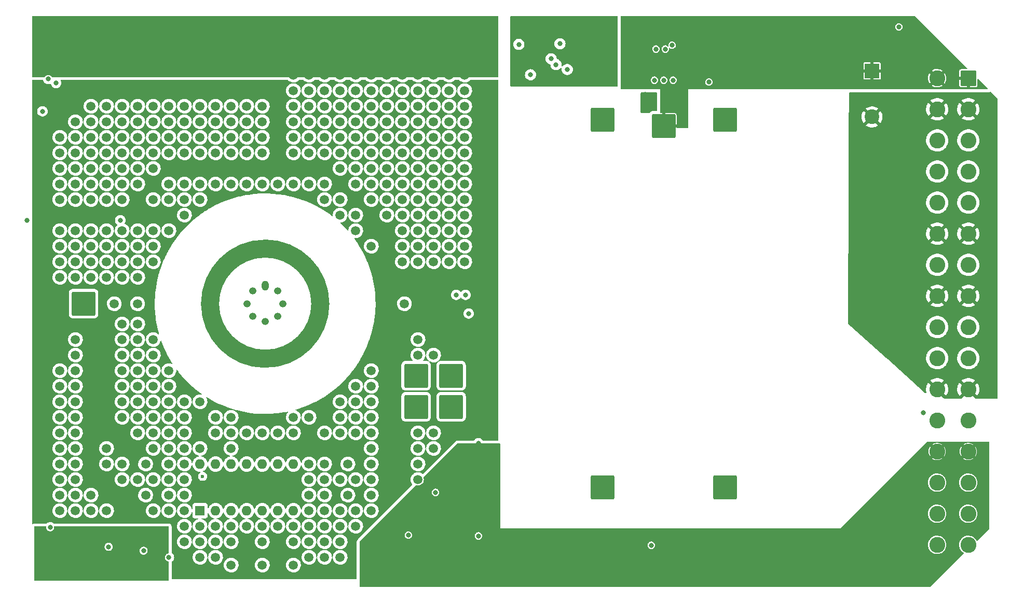
<source format=gbr>
%TF.GenerationSoftware,KiCad,Pcbnew,(6.0.0)*%
%TF.CreationDate,2022-01-14T14:41:52+01:00*%
%TF.ProjectId,ADRmu,4144526d-752e-46b6-9963-61645f706362,rev?*%
%TF.SameCoordinates,Original*%
%TF.FileFunction,Copper,L2,Inr*%
%TF.FilePolarity,Positive*%
%FSLAX46Y46*%
G04 Gerber Fmt 4.6, Leading zero omitted, Abs format (unit mm)*
G04 Created by KiCad (PCBNEW (6.0.0)) date 2022-01-14 14:41:52*
%MOMM*%
%LPD*%
G01*
G04 APERTURE LIST*
G04 Aperture macros list*
%AMRoundRect*
0 Rectangle with rounded corners*
0 $1 Rounding radius*
0 $2 $3 $4 $5 $6 $7 $8 $9 X,Y pos of 4 corners*
0 Add a 4 corners polygon primitive as box body*
4,1,4,$2,$3,$4,$5,$6,$7,$8,$9,$2,$3,0*
0 Add four circle primitives for the rounded corners*
1,1,$1+$1,$2,$3*
1,1,$1+$1,$4,$5*
1,1,$1+$1,$6,$7*
1,1,$1+$1,$8,$9*
0 Add four rect primitives between the rounded corners*
20,1,$1+$1,$2,$3,$4,$5,0*
20,1,$1+$1,$4,$5,$6,$7,0*
20,1,$1+$1,$6,$7,$8,$9,0*
20,1,$1+$1,$8,$9,$2,$3,0*%
G04 Aperture macros list end*
%TA.AperFunction,NonConductor*%
%ADD10C,3.000000*%
%TD*%
%TA.AperFunction,ComponentPad*%
%ADD11RoundRect,0.250002X1.699998X1.699998X-1.699998X1.699998X-1.699998X-1.699998X1.699998X-1.699998X0*%
%TD*%
%TA.AperFunction,ComponentPad*%
%ADD12RoundRect,0.250002X-1.699998X-1.699998X1.699998X-1.699998X1.699998X1.699998X-1.699998X1.699998X0*%
%TD*%
%TA.AperFunction,ComponentPad*%
%ADD13RoundRect,0.250000X-1.050000X1.050000X-1.050000X-1.050000X1.050000X-1.050000X1.050000X1.050000X0*%
%TD*%
%TA.AperFunction,ComponentPad*%
%ADD14C,2.600000*%
%TD*%
%TA.AperFunction,ComponentPad*%
%ADD15C,1.500000*%
%TD*%
%TA.AperFunction,ComponentPad*%
%ADD16R,2.400000X2.400000*%
%TD*%
%TA.AperFunction,ComponentPad*%
%ADD17C,2.400000*%
%TD*%
%TA.AperFunction,ComponentPad*%
%ADD18O,1.200000X1.600000*%
%TD*%
%TA.AperFunction,ComponentPad*%
%ADD19O,1.200000X1.200000*%
%TD*%
%TA.AperFunction,ComponentPad*%
%ADD20R,1.600000X1.600000*%
%TD*%
%TA.AperFunction,ComponentPad*%
%ADD21O,1.600000X1.600000*%
%TD*%
%TA.AperFunction,ViaPad*%
%ADD22C,1.500000*%
%TD*%
%TA.AperFunction,ViaPad*%
%ADD23C,0.800000*%
%TD*%
%TA.AperFunction,ViaPad*%
%ADD24C,0.600000*%
%TD*%
G04 APERTURE END LIST*
D10*
X119000000Y-100000000D02*
G75*
G03*
X119000000Y-100000000I-9000000J0D01*
G01*
D11*
%TO.N,/DC-DC/xformer_B*%
%TO.C,J305*%
X185000000Y-130000000D03*
%TD*%
D12*
%TO.N,/DC-DC/U3_Pin3*%
%TO.C,J301*%
X185000000Y-70000000D03*
%TD*%
D13*
%TO.N,+12V*%
%TO.C,J1*%
X224700000Y-63170000D03*
D14*
%TO.N,GND*%
X224700000Y-68250000D03*
%TO.N,unconnected-(J1-Pada6)*%
X224700000Y-73330000D03*
%TO.N,/fault*%
X224700000Y-78410000D03*
%TO.N,/DC-DC/sync*%
X224700000Y-83490000D03*
%TO.N,GND*%
X224700000Y-88570000D03*
%TO.N,/DC-DC/status*%
X224700000Y-93650000D03*
%TO.N,GND*%
X224700000Y-98730000D03*
%TO.N,/DC-DC/SCL*%
X224700000Y-103810000D03*
%TO.N,/DC-DC/SDA*%
X224700000Y-108890000D03*
%TO.N,GND*%
X224700000Y-113970000D03*
%TO.N,unconnected-(J1-Pada24)*%
X224700000Y-119050000D03*
%TO.N,/DC-DC/GNDf*%
X224700000Y-124130000D03*
%TO.N,/ref/ADR_Pin7*%
X224700000Y-129210000D03*
%TO.N,/ref/10Vsense*%
X224700000Y-134290000D03*
%TO.N,/ref/10Vforce*%
X224700000Y-139370000D03*
%TO.N,+12V*%
X219620000Y-63170000D03*
%TO.N,GND*%
X219620000Y-68250000D03*
%TO.N,unconnected-(J1-Padc6)*%
X219620000Y-73330000D03*
%TO.N,/fault*%
X219620000Y-78410000D03*
%TO.N,/DC-DC/sync*%
X219620000Y-83490000D03*
%TO.N,GND*%
X219620000Y-88570000D03*
%TO.N,/DC-DC/status*%
X219620000Y-93650000D03*
%TO.N,GND*%
X219620000Y-98730000D03*
%TO.N,/DC-DC/SCL*%
X219620000Y-103810000D03*
%TO.N,/DC-DC/SDA*%
X219620000Y-108890000D03*
%TO.N,GND*%
X219620000Y-113970000D03*
%TO.N,unconnected-(J1-Padc24)*%
X219620000Y-119050000D03*
%TO.N,/DC-DC/GNDf*%
X219620000Y-124130000D03*
%TO.N,/ref/ADR_Pin7*%
X219620000Y-129210000D03*
%TO.N,/ref/10Vsense*%
X219620000Y-134290000D03*
%TO.N,/ref/10Vforce*%
X219620000Y-139370000D03*
%TD*%
D15*
%TO.N,/ref/RN1_Pin12*%
%TO.C,R211*%
X119695000Y-126180000D03*
%TO.N,/ref/ADR_Pin7*%
X123495000Y-126180000D03*
%TD*%
%TO.N,/ref/RN1_Pin7*%
%TO.C,R216*%
X114615000Y-138880000D03*
%TO.N,/ref/ADR_Pin7*%
X114615000Y-142680000D03*
%TD*%
D12*
%TO.N,/ref/ADR_Pin7*%
%TO.C,J6*%
X140335000Y-111760000D03*
%TD*%
D15*
%TO.N,/ref/RN1_Pin5*%
%TO.C,R206*%
X104455000Y-138880000D03*
%TO.N,/ref/ADR*%
X104455000Y-142680000D03*
%TD*%
%TO.N,/ref/RN1_Pin1*%
%TO.C,R212*%
X94295000Y-131260000D03*
%TO.N,/ref/ADR*%
X90495000Y-131260000D03*
%TD*%
D16*
%TO.N,+12V*%
%TO.C,C302*%
X209000000Y-62000000D03*
D17*
%TO.N,GND*%
X209000000Y-69500000D03*
%TD*%
D15*
%TO.N,/ref/RN1_Pin6*%
%TO.C,R219*%
X109535000Y-138880000D03*
%TO.N,/ref/10Vsense*%
X109535000Y-142680000D03*
%TD*%
D12*
%TO.N,/ref/ADR*%
%TO.C,J4*%
X80375000Y-100000000D03*
%TD*%
%TO.N,/ref/10Vforce*%
%TO.C,J2*%
X134620000Y-111760000D03*
%TD*%
%TO.N,/ref/10Vsense*%
%TO.C,J3*%
X134620000Y-116840000D03*
%TD*%
D18*
%TO.N,/ref/ADR_Pin1*%
%TO.C,U202*%
X110000000Y-97085000D03*
D19*
%TO.N,/ref/ADR_Pin2*%
X107935248Y-97940248D03*
%TO.N,/ref/ADR_Pin3*%
X107080000Y-100005000D03*
%TO.N,/ref/ADR_Pin4*%
X107935248Y-102069752D03*
%TO.N,/ref/ADR_Pin5*%
X110000000Y-102925000D03*
%TO.N,/ref/ADR_Pin6*%
X112064752Y-102069752D03*
%TO.N,/ref/ADR_Pin7*%
X112920000Y-100005000D03*
%TO.N,/ref/ADR_Pin8*%
X112064752Y-97940248D03*
%TD*%
D12*
%TO.N,+12V*%
%TO.C,J302*%
X175000000Y-71000000D03*
%TD*%
D15*
%TO.N,/ref/ADR_Pin3*%
%TO.C,R215*%
X89175000Y-100000000D03*
%TO.N,/ref/ADR*%
X85375000Y-100000000D03*
%TD*%
D20*
%TO.N,/ref/RN1_Pin1*%
%TO.C,RN201*%
X99375000Y-133800000D03*
D21*
%TO.N,/ref/RN1_Pin2*%
X101915000Y-133800000D03*
%TO.N,/ref/RN1_Pin12*%
X104455000Y-133800000D03*
%TO.N,/ref/RN1_Pin4*%
X106995000Y-133800000D03*
%TO.N,/ref/RN1_Pin5*%
X109535000Y-133800000D03*
%TO.N,/ref/RN1_Pin6*%
X112075000Y-133800000D03*
%TO.N,/ref/RN1_Pin7*%
X114615000Y-133800000D03*
%TO.N,N/C*%
X114615000Y-126180000D03*
%TO.N,/ref/U8_Pin2*%
X112075000Y-126180000D03*
%TO.N,N/C*%
X109535000Y-126180000D03*
%TO.N,/ref/ADR_Pin6*%
X106995000Y-126180000D03*
%TO.N,/ref/ADR_Pin4*%
X104455000Y-126180000D03*
%TO.N,/ref/ADR_Pin8*%
X101915000Y-126180000D03*
%TO.N,/ref/ADR_Pin5*%
X99375000Y-126180000D03*
%TD*%
D11*
%TO.N,/DC-DC/xformer_A*%
%TO.C,J304*%
X165000000Y-130000000D03*
%TD*%
D15*
%TO.N,/ref/RN1_Pin2*%
%TO.C,R209*%
X94295000Y-126180000D03*
%TO.N,/ref/ADR*%
X90495000Y-126180000D03*
%TD*%
D12*
%TO.N,/DC-DC/GNDf*%
%TO.C,J7*%
X140335000Y-116840000D03*
%TD*%
D15*
%TO.N,/ref/RN1_Pin4*%
%TO.C,R205*%
X119695000Y-131260000D03*
%TO.N,/ref/ADR_Pin7*%
X123495000Y-131260000D03*
%TD*%
D12*
%TO.N,/DC-DC/U3_Pin14*%
%TO.C,J303*%
X165000000Y-70000000D03*
%TD*%
D22*
%TO.N,/ref/ADR_Pin2*%
X96835000Y-85540000D03*
%TO.N,/ref/ADR_Pin8*%
X124775000Y-85540000D03*
%TO.N,*%
X122235000Y-85540000D03*
%TO.N,/ref/ADR_Pin1*%
X112075000Y-80460000D03*
%TO.N,*%
X109535000Y-80460000D03*
X109535000Y-72840000D03*
X94295000Y-83000000D03*
X84135000Y-67760000D03*
X134935000Y-83000000D03*
X114615000Y-67760000D03*
X132395000Y-72840000D03*
X81595000Y-83000000D03*
X134935000Y-72840000D03*
X81595000Y-133800000D03*
X101915000Y-121100000D03*
X81595000Y-67760000D03*
X119695000Y-133800000D03*
X106995000Y-136340000D03*
X76515000Y-123640000D03*
X137475000Y-83000000D03*
X96835000Y-131260000D03*
X122235000Y-138880000D03*
X84135000Y-90620000D03*
X99375000Y-83000000D03*
X134935000Y-80460000D03*
X140015000Y-90620000D03*
X96835000Y-75380000D03*
X122235000Y-141420000D03*
X106995000Y-70300000D03*
X81595000Y-77920000D03*
X89215000Y-80460000D03*
X96835000Y-138880000D03*
X86675000Y-126180000D03*
X99375000Y-136340000D03*
X91755000Y-77920000D03*
X91755000Y-70300000D03*
X137475000Y-93160000D03*
X101915000Y-136340000D03*
X76515000Y-72840000D03*
X86675000Y-105860000D03*
X122235000Y-67760000D03*
X94295000Y-67760000D03*
X124775000Y-128720000D03*
X124775000Y-116020000D03*
X122235000Y-133800000D03*
X94295000Y-72840000D03*
X76515000Y-128720000D03*
X96835000Y-83000000D03*
X84135000Y-126180000D03*
X89215000Y-121100000D03*
X127315000Y-75380000D03*
X81595000Y-93160000D03*
X140015000Y-88080000D03*
X81595000Y-75380000D03*
X124775000Y-67760000D03*
X104455000Y-75380000D03*
X106995000Y-72840000D03*
X114615000Y-72840000D03*
X119695000Y-70300000D03*
X140015000Y-85540000D03*
X117155000Y-128720000D03*
X89215000Y-75380000D03*
X134935000Y-126180000D03*
X89215000Y-105860000D03*
X76515000Y-131260000D03*
X91755000Y-123640000D03*
X127315000Y-133800000D03*
X119695000Y-75380000D03*
X79055000Y-110940000D03*
X101915000Y-80460000D03*
X127315000Y-90620000D03*
X134935000Y-88080000D03*
X81595000Y-131260000D03*
X89215000Y-110940000D03*
X124775000Y-80460000D03*
X81595000Y-88080000D03*
X76515000Y-80460000D03*
X86675000Y-75380000D03*
X89215000Y-95700000D03*
X91755000Y-133800000D03*
X114615000Y-70300000D03*
X129855000Y-80460000D03*
X94295000Y-121100000D03*
X124775000Y-136340000D03*
X94295000Y-75380000D03*
X109535000Y-70300000D03*
X79055000Y-131260000D03*
X91755000Y-83000000D03*
X89215000Y-67760000D03*
X91755000Y-128720000D03*
X99375000Y-116020000D03*
X89215000Y-90620000D03*
X96835000Y-72840000D03*
X86675000Y-110940000D03*
X76515000Y-116020000D03*
X137475000Y-67760000D03*
X79055000Y-126180000D03*
X101915000Y-70300000D03*
X117155000Y-133800000D03*
X79055000Y-133800000D03*
X79055000Y-123640000D03*
X79055000Y-70300000D03*
X96835000Y-136340000D03*
X86675000Y-93160000D03*
X84135000Y-95700000D03*
X84135000Y-133800000D03*
X129855000Y-75380000D03*
X79055000Y-72840000D03*
X106995000Y-121100000D03*
X86675000Y-72840000D03*
X101915000Y-141420000D03*
X104455000Y-70300000D03*
X106995000Y-67760000D03*
X124775000Y-113480000D03*
X134935000Y-123640000D03*
X81595000Y-90620000D03*
X140015000Y-65220000D03*
X140015000Y-67760000D03*
X86675000Y-116020000D03*
X119695000Y-65220000D03*
X91755000Y-93160000D03*
X79055000Y-90620000D03*
X132395000Y-80460000D03*
X119695000Y-83000000D03*
X137475000Y-70300000D03*
X81595000Y-95700000D03*
X94295000Y-118560000D03*
X96835000Y-121100000D03*
X86675000Y-113480000D03*
X137475000Y-123640000D03*
X79055000Y-113480000D03*
X127315000Y-118560000D03*
X127315000Y-67760000D03*
X132395000Y-88080000D03*
X127315000Y-126180000D03*
X137475000Y-75380000D03*
X91755000Y-75380000D03*
X137475000Y-80460000D03*
X129855000Y-85540000D03*
X79055000Y-105860000D03*
X124775000Y-133800000D03*
X134935000Y-105860000D03*
X137475000Y-121100000D03*
X127315000Y-116020000D03*
X124775000Y-72840000D03*
X96835000Y-118560000D03*
X79055000Y-95700000D03*
X99375000Y-141420000D03*
X132395000Y-67760000D03*
X91755000Y-72840000D03*
X84135000Y-72840000D03*
X89215000Y-70300000D03*
X76515000Y-83000000D03*
X117155000Y-67760000D03*
X124775000Y-70300000D03*
X140015000Y-72840000D03*
X76515000Y-93160000D03*
X94295000Y-70300000D03*
X101915000Y-138880000D03*
X79055000Y-75380000D03*
X86675000Y-77920000D03*
X106995000Y-80460000D03*
X122235000Y-72840000D03*
X134935000Y-75380000D03*
X89215000Y-116020000D03*
X101915000Y-75380000D03*
X79055000Y-88080000D03*
X119695000Y-136340000D03*
X96835000Y-123640000D03*
X122235000Y-118560000D03*
X89215000Y-118560000D03*
X124775000Y-65220000D03*
X127315000Y-110940000D03*
X84135000Y-77920000D03*
X79055000Y-83000000D03*
X124775000Y-75380000D03*
X79055000Y-118560000D03*
X124775000Y-88080000D03*
X114615000Y-118560000D03*
X86675000Y-67760000D03*
X129855000Y-72840000D03*
X122235000Y-121100000D03*
X89215000Y-77920000D03*
X132395000Y-93160000D03*
X94295000Y-88080000D03*
X124775000Y-121100000D03*
X86675000Y-118560000D03*
X127315000Y-131260000D03*
X89215000Y-108400000D03*
X129855000Y-65220000D03*
X86675000Y-83000000D03*
X101915000Y-118560000D03*
X137475000Y-88080000D03*
X134935000Y-93160000D03*
X86675000Y-80460000D03*
X127315000Y-70300000D03*
X140015000Y-80460000D03*
X114615000Y-121100000D03*
X99375000Y-138880000D03*
X99375000Y-72840000D03*
X76515000Y-126180000D03*
X134935000Y-90620000D03*
X132395000Y-65220000D03*
X76515000Y-133800000D03*
X91755000Y-113480000D03*
X81595000Y-80460000D03*
X76515000Y-110940000D03*
X79055000Y-128720000D03*
X132395000Y-85540000D03*
X79055000Y-93160000D03*
X117155000Y-70300000D03*
X96835000Y-67760000D03*
X94295000Y-80460000D03*
X122235000Y-136340000D03*
X86675000Y-128720000D03*
X101915000Y-67760000D03*
X84135000Y-70300000D03*
X104455000Y-80460000D03*
X99375000Y-80460000D03*
X81595000Y-72840000D03*
X119695000Y-121100000D03*
X91755000Y-121100000D03*
X79055000Y-116020000D03*
X84135000Y-88080000D03*
X122235000Y-128720000D03*
X89215000Y-72840000D03*
X91755000Y-108400000D03*
X79055000Y-77920000D03*
X132395000Y-77920000D03*
X117155000Y-65220000D03*
X117155000Y-75380000D03*
X104455000Y-121100000D03*
X91755000Y-88080000D03*
X124775000Y-77920000D03*
X104455000Y-67760000D03*
X117155000Y-141420000D03*
X79055000Y-80460000D03*
X134935000Y-77920000D03*
X137475000Y-72840000D03*
X94295000Y-133800000D03*
X119695000Y-67760000D03*
X91755000Y-67760000D03*
X132395000Y-90620000D03*
X134935000Y-85540000D03*
X86675000Y-88080000D03*
X89215000Y-88080000D03*
X76515000Y-88080000D03*
X137475000Y-77920000D03*
X129855000Y-83000000D03*
X117155000Y-136340000D03*
X86675000Y-95700000D03*
X84135000Y-83000000D03*
X140015000Y-75380000D03*
X109535000Y-75380000D03*
X137475000Y-85540000D03*
X140015000Y-93160000D03*
X99375000Y-75380000D03*
X99375000Y-67760000D03*
X127315000Y-83000000D03*
X91755000Y-116020000D03*
X76515000Y-118560000D03*
X86675000Y-108400000D03*
X119695000Y-128720000D03*
X76515000Y-75380000D03*
X127315000Y-72840000D03*
X99375000Y-70300000D03*
X132395000Y-70300000D03*
X137475000Y-108400000D03*
X134935000Y-128720000D03*
X91755000Y-90620000D03*
X94295000Y-113480000D03*
X96835000Y-126180000D03*
X104455000Y-72840000D03*
X124775000Y-118560000D03*
X134935000Y-67760000D03*
X84135000Y-75380000D03*
X132395000Y-75380000D03*
X134935000Y-121100000D03*
X114615000Y-80460000D03*
X96835000Y-70300000D03*
X76515000Y-90620000D03*
X117155000Y-138880000D03*
X114615000Y-75380000D03*
X81595000Y-70300000D03*
X134935000Y-70300000D03*
X91755000Y-118560000D03*
X109535000Y-67760000D03*
X89215000Y-93160000D03*
X89215000Y-113480000D03*
X122235000Y-65220000D03*
X127315000Y-113480000D03*
X117155000Y-118560000D03*
X94295000Y-123640000D03*
X106995000Y-75380000D03*
X84135000Y-93160000D03*
X86675000Y-70300000D03*
X101915000Y-72840000D03*
X127315000Y-80460000D03*
X76515000Y-77920000D03*
X76515000Y-121100000D03*
X122235000Y-75380000D03*
X127315000Y-77920000D03*
X104455000Y-136340000D03*
X91755000Y-105860000D03*
X112075000Y-121100000D03*
X140015000Y-77920000D03*
X122235000Y-70300000D03*
X117155000Y-72840000D03*
X119695000Y-138880000D03*
X104455000Y-118560000D03*
X122235000Y-83000000D03*
X140015000Y-83000000D03*
X129855000Y-70300000D03*
X129855000Y-67760000D03*
X86675000Y-103320000D03*
X119695000Y-80460000D03*
X96835000Y-80460000D03*
X134935000Y-108400000D03*
X129855000Y-77920000D03*
X86675000Y-90620000D03*
X119695000Y-72840000D03*
X122235000Y-77920000D03*
X137475000Y-65220000D03*
X84135000Y-80460000D03*
X94295000Y-116020000D03*
X117155000Y-80460000D03*
X137475000Y-90620000D03*
X94295000Y-110940000D03*
X119695000Y-141420000D03*
X140015000Y-70300000D03*
X114615000Y-65220000D03*
X91755000Y-110940000D03*
X79055000Y-121100000D03*
X89215000Y-103320000D03*
X132395000Y-83000000D03*
X76515000Y-113480000D03*
X76515000Y-95700000D03*
X134935000Y-65220000D03*
X127315000Y-65220000D03*
X79055000Y-108400000D03*
D23*
%TO.N,+12V*%
X178054000Y-66802000D03*
X169672000Y-62484000D03*
X178054000Y-65786000D03*
X178054000Y-67818000D03*
%TO.N,GND*%
X155448000Y-61722000D03*
X175260000Y-58420000D03*
X167005000Y-56515000D03*
X164084000Y-60960000D03*
X173736000Y-58420000D03*
X155375000Y-57404000D03*
X176375000Y-57800000D03*
X175006000Y-63500000D03*
X75880000Y-63950000D03*
X182375000Y-63800000D03*
X171958000Y-66802000D03*
X163322000Y-56515000D03*
X171958000Y-65786000D03*
X173482000Y-63500000D03*
X176530000Y-63500000D03*
X171958000Y-67818000D03*
%TO.N,+3V3*%
X159282500Y-61746500D03*
X156642500Y-59998500D03*
%TO.N,/DC-DC/SCL*%
X153289000Y-62611000D03*
X151384000Y-57658000D03*
X141160000Y-98552000D03*
%TO.N,/DC-DC/SDA*%
X142684000Y-98552000D03*
X158091500Y-57554500D03*
D22*
%TO.N,/ref/ADR_Pin8*%
X127315000Y-121100000D03*
%TO.N,/ref/ADR_Pin6*%
X122235000Y-116020000D03*
%TO.N,/ref/ADR_Pin7*%
X132715000Y-100000000D03*
X127315000Y-123640000D03*
X127315000Y-128720000D03*
%TO.N,/ref/ADR_Pin5*%
X94295000Y-128720000D03*
D24*
X99802454Y-128179011D03*
D22*
X99375000Y-123640000D03*
X109535000Y-121100000D03*
X104455000Y-123640000D03*
%TO.N,/ref/ADR_Pin4*%
X84135000Y-123640000D03*
X96835000Y-116020000D03*
D23*
%TO.N,/DC-DC/PG*%
X144780000Y-137922000D03*
X172974000Y-139446000D03*
%TO.N,/DC-DC/GNDf*%
X127375000Y-138800000D03*
X78232000Y-144780000D03*
D22*
X142555000Y-65220000D03*
X142555000Y-88080000D03*
D23*
X203200000Y-145800000D03*
X141605000Y-128270000D03*
X77375000Y-137800000D03*
X175155000Y-145800000D03*
X129855000Y-143960000D03*
X205740000Y-139700000D03*
X157375000Y-145800000D03*
X93025000Y-142690000D03*
X209550000Y-134620000D03*
X76200000Y-142832520D03*
X194205000Y-145800000D03*
X198120000Y-140970000D03*
X132301500Y-143800000D03*
X180340000Y-140970000D03*
X145415000Y-133985000D03*
X222250000Y-132080000D03*
X87884000Y-139800000D03*
D24*
X141539000Y-123640000D03*
D22*
X142555000Y-67760000D03*
X142555000Y-70300000D03*
D23*
X185315000Y-145800000D03*
D22*
X142555000Y-80460000D03*
D23*
X139375000Y-127000000D03*
X131375000Y-142800000D03*
X135270000Y-145820000D03*
X210715000Y-145800000D03*
X141375000Y-125813500D03*
X215900000Y-140970000D03*
X189230000Y-140970000D03*
X71120000Y-86360000D03*
D22*
X142555000Y-93160000D03*
D23*
X146685000Y-137795000D03*
D24*
X129475000Y-137100000D03*
D23*
X222250000Y-125730000D03*
X147215000Y-145800000D03*
X214630000Y-129540000D03*
D24*
X146111000Y-123640000D03*
D23*
X141175000Y-133900000D03*
D22*
X142555000Y-75380000D03*
D23*
X222250000Y-137160000D03*
D22*
X142555000Y-90620000D03*
X142555000Y-85540000D03*
D23*
X144780000Y-122800000D03*
X138364090Y-134335838D03*
X92964000Y-138176000D03*
X210820000Y-140970000D03*
X86360000Y-86360000D03*
X73975000Y-144595000D03*
D22*
X142555000Y-72840000D03*
D23*
X153670000Y-137795000D03*
X215900000Y-135890000D03*
X145415000Y-132715000D03*
X166265000Y-145800000D03*
D22*
X142555000Y-83000000D03*
D23*
X218335000Y-145800000D03*
D22*
X142555000Y-77920000D03*
%TO.N,/DC-DC/12Vf*%
X140015000Y-62680000D03*
D24*
X137475000Y-60140000D03*
X140015000Y-57600000D03*
X94295000Y-57600000D03*
D23*
X137795000Y-130810000D03*
D24*
X81595000Y-60140000D03*
D22*
X132395000Y-62680000D03*
D24*
X91755000Y-60140000D03*
D23*
X144780000Y-62230000D03*
D22*
X114615000Y-62680000D03*
D24*
X122235000Y-60140000D03*
X99375000Y-62680000D03*
D23*
X84455000Y-139700000D03*
D24*
X119695000Y-57600000D03*
X109535000Y-57600000D03*
X94295000Y-62680000D03*
X84135000Y-57600000D03*
X145095000Y-57600000D03*
D22*
X134935000Y-62680000D03*
X127315000Y-62680000D03*
D24*
X99375000Y-57600000D03*
X127315000Y-60140000D03*
D22*
X142555000Y-62680000D03*
X117155000Y-62680000D03*
D24*
X89215000Y-57600000D03*
X79055000Y-62680000D03*
D23*
X133350000Y-137795000D03*
D24*
X147635000Y-60140000D03*
D22*
X129855000Y-62680000D03*
X122235000Y-62680000D03*
D24*
X86675000Y-60140000D03*
X101915000Y-60140000D03*
X114615000Y-57600000D03*
X117155000Y-60140000D03*
X134935000Y-57600000D03*
X142555000Y-60140000D03*
X89215000Y-62680000D03*
X84135000Y-62680000D03*
X104455000Y-57600000D03*
D22*
X137475000Y-62680000D03*
D24*
X79055000Y-57600000D03*
D22*
X124775000Y-62680000D03*
D24*
X132395000Y-60140000D03*
X129855000Y-57600000D03*
D22*
X119695000Y-62680000D03*
D24*
X96835000Y-60140000D03*
X104455000Y-62680000D03*
X124775000Y-57600000D03*
D22*
%TO.N,/ref/ADR*%
X89215000Y-128720000D03*
D23*
X94295000Y-141420000D03*
%TO.N,/ref/ADR_Pin1*%
X90170000Y-140335000D03*
X74930000Y-136525000D03*
%TO.N,/DC-DC/pwr_LED*%
X74610000Y-63315000D03*
X213375000Y-54800000D03*
%TO.N,/DC-DC/status_LED*%
X217375000Y-117800000D03*
X73660000Y-68580000D03*
%TO.N,/DC-DC/U2_Pin4*%
X143192000Y-101600000D03*
X157442000Y-60960000D03*
D22*
%TO.N,/ref/RN1_Pin12*%
X117155000Y-126180000D03*
%TO.N,/ref/RN1_Pin4*%
X117155000Y-131260000D03*
%TO.N,/ref/RN1_Pin7*%
X114615000Y-136340000D03*
%TO.N,/ref/RN1_Pin6*%
X112075000Y-136340000D03*
%TO.N,/ref/RN1_Pin2*%
X96835000Y-128720000D03*
%TO.N,/ref/RN1_Pin5*%
X109535000Y-136340000D03*
%TO.N,/ref/RN1_Pin1*%
X96835000Y-133800000D03*
D24*
%TO.N,/ref/shield_maybe*%
X76515000Y-105860000D03*
D23*
X134620000Y-95250000D03*
D24*
X76515000Y-98240000D03*
%TD*%
%TA.AperFunction,Conductor*%
%TO.N,+12V*%
G36*
X216018306Y-53018306D02*
G01*
X224563307Y-61563307D01*
X224581613Y-61607501D01*
X224563307Y-61651695D01*
X224519113Y-61670001D01*
X223597706Y-61670001D01*
X223594762Y-61670140D01*
X223568515Y-61672620D01*
X223561135Y-61674239D01*
X223441463Y-61716264D01*
X223433293Y-61720591D01*
X223331965Y-61795433D01*
X223325433Y-61801965D01*
X223250591Y-61903293D01*
X223246264Y-61911463D01*
X223204240Y-62031133D01*
X223202620Y-62038517D01*
X223200138Y-62064765D01*
X223200000Y-62067704D01*
X223200000Y-62903569D01*
X223203641Y-62912359D01*
X223212431Y-62916000D01*
X224891500Y-62916000D01*
X224935694Y-62934306D01*
X224954000Y-62978500D01*
X224954000Y-64657568D01*
X224957641Y-64666358D01*
X224966431Y-64669999D01*
X225802294Y-64669999D01*
X225805238Y-64669860D01*
X225831485Y-64667380D01*
X225838865Y-64665761D01*
X225958537Y-64623736D01*
X225966707Y-64619409D01*
X226068035Y-64544567D01*
X226074567Y-64538035D01*
X226149409Y-64436707D01*
X226153736Y-64428537D01*
X226195760Y-64308867D01*
X226197380Y-64301483D01*
X226199862Y-64275235D01*
X226200000Y-64272296D01*
X226200000Y-63350888D01*
X226218306Y-63306694D01*
X226262500Y-63288388D01*
X226306694Y-63306694D01*
X227893306Y-64893306D01*
X227911612Y-64937500D01*
X227893306Y-64981694D01*
X227849112Y-65000000D01*
X179000000Y-65000000D01*
X179000000Y-71223500D01*
X178981694Y-71267694D01*
X178937500Y-71286000D01*
X177199866Y-71286000D01*
X177155672Y-71267694D01*
X177149948Y-71259128D01*
X177137569Y-71254000D01*
X174808500Y-71254000D01*
X174764306Y-71235694D01*
X174746000Y-71191500D01*
X174746000Y-70733569D01*
X175254000Y-70733569D01*
X175257641Y-70742359D01*
X175266431Y-70746000D01*
X177137569Y-70746000D01*
X177146359Y-70742359D01*
X177150000Y-70733569D01*
X177149999Y-69247708D01*
X177149860Y-69244764D01*
X177147381Y-69218524D01*
X177145758Y-69211128D01*
X177103734Y-69091462D01*
X177099411Y-69083297D01*
X177024567Y-68981965D01*
X177018035Y-68975433D01*
X176916703Y-68900589D01*
X176908538Y-68896266D01*
X176788867Y-68854240D01*
X176781482Y-68852620D01*
X176755233Y-68850138D01*
X176752294Y-68850000D01*
X175266431Y-68850001D01*
X175257641Y-68853642D01*
X175254000Y-68862432D01*
X175254000Y-70733569D01*
X174746000Y-70733569D01*
X174746000Y-68862432D01*
X174742359Y-68853642D01*
X174733569Y-68850001D01*
X174538500Y-68850001D01*
X174494306Y-68831695D01*
X174476000Y-68787501D01*
X174476000Y-65000000D01*
X168046500Y-65000000D01*
X168002306Y-64981694D01*
X167984000Y-64937500D01*
X167984000Y-63500000D01*
X172876318Y-63500000D01*
X172876853Y-63504064D01*
X172895176Y-63643238D01*
X172896956Y-63656762D01*
X172957464Y-63802841D01*
X173053718Y-63928282D01*
X173179159Y-64024536D01*
X173182942Y-64026103D01*
X173321452Y-64083476D01*
X173321453Y-64083476D01*
X173325238Y-64085044D01*
X173329300Y-64085579D01*
X173329301Y-64085579D01*
X173477936Y-64105147D01*
X173482000Y-64105682D01*
X173486064Y-64105147D01*
X173634699Y-64085579D01*
X173634700Y-64085579D01*
X173638762Y-64085044D01*
X173642547Y-64083476D01*
X173642548Y-64083476D01*
X173781058Y-64026103D01*
X173784841Y-64024536D01*
X173910282Y-63928282D01*
X174006536Y-63802841D01*
X174067044Y-63656762D01*
X174068825Y-63643238D01*
X174087147Y-63504064D01*
X174087682Y-63500000D01*
X174400318Y-63500000D01*
X174400853Y-63504064D01*
X174419176Y-63643238D01*
X174420956Y-63656762D01*
X174481464Y-63802841D01*
X174577718Y-63928282D01*
X174703159Y-64024536D01*
X174706942Y-64026103D01*
X174845452Y-64083476D01*
X174845453Y-64083476D01*
X174849238Y-64085044D01*
X174853300Y-64085579D01*
X174853301Y-64085579D01*
X175001936Y-64105147D01*
X175006000Y-64105682D01*
X175010064Y-64105147D01*
X175158699Y-64085579D01*
X175158700Y-64085579D01*
X175162762Y-64085044D01*
X175166547Y-64083476D01*
X175166548Y-64083476D01*
X175305058Y-64026103D01*
X175308841Y-64024536D01*
X175434282Y-63928282D01*
X175530536Y-63802841D01*
X175591044Y-63656762D01*
X175592825Y-63643238D01*
X175611147Y-63504064D01*
X175611682Y-63500000D01*
X175924318Y-63500000D01*
X175924853Y-63504064D01*
X175943176Y-63643238D01*
X175944956Y-63656762D01*
X176005464Y-63802841D01*
X176101718Y-63928282D01*
X176227159Y-64024536D01*
X176230942Y-64026103D01*
X176369452Y-64083476D01*
X176369453Y-64083476D01*
X176373238Y-64085044D01*
X176377300Y-64085579D01*
X176377301Y-64085579D01*
X176525936Y-64105147D01*
X176530000Y-64105682D01*
X176534064Y-64105147D01*
X176682699Y-64085579D01*
X176682700Y-64085579D01*
X176686762Y-64085044D01*
X176690547Y-64083476D01*
X176690548Y-64083476D01*
X176829058Y-64026103D01*
X176832841Y-64024536D01*
X176958282Y-63928282D01*
X177054536Y-63802841D01*
X177055713Y-63800000D01*
X181769318Y-63800000D01*
X181769853Y-63804064D01*
X181786207Y-63928282D01*
X181789956Y-63956762D01*
X181791524Y-63960547D01*
X181791524Y-63960548D01*
X181819670Y-64028497D01*
X181850464Y-64102841D01*
X181946718Y-64228282D01*
X182072159Y-64324536D01*
X182075942Y-64326103D01*
X182214452Y-64383476D01*
X182214453Y-64383476D01*
X182218238Y-64385044D01*
X182222300Y-64385579D01*
X182222301Y-64385579D01*
X182370936Y-64405147D01*
X182375000Y-64405682D01*
X182379064Y-64405147D01*
X182431718Y-64398215D01*
X218756145Y-64398215D01*
X218758530Y-64403973D01*
X218758906Y-64404236D01*
X218967432Y-64526089D01*
X218972048Y-64528301D01*
X219197683Y-64614462D01*
X219202594Y-64615889D01*
X219439272Y-64664042D01*
X219444346Y-64664647D01*
X219685708Y-64673498D01*
X219690831Y-64673265D01*
X219930386Y-64642577D01*
X219935396Y-64641512D01*
X220166739Y-64572106D01*
X220171490Y-64570244D01*
X220388396Y-64463983D01*
X220392784Y-64461367D01*
X220475684Y-64402235D01*
X220480726Y-64394166D01*
X220479457Y-64388668D01*
X220363083Y-64272294D01*
X223200001Y-64272294D01*
X223200140Y-64275238D01*
X223202620Y-64301485D01*
X223204239Y-64308865D01*
X223246264Y-64428537D01*
X223250591Y-64436707D01*
X223325433Y-64538035D01*
X223331965Y-64544567D01*
X223433293Y-64619409D01*
X223441463Y-64623736D01*
X223561133Y-64665760D01*
X223568517Y-64667380D01*
X223594765Y-64669862D01*
X223597704Y-64670000D01*
X224433569Y-64670000D01*
X224442359Y-64666359D01*
X224446000Y-64657569D01*
X224446000Y-63436431D01*
X224442359Y-63427641D01*
X224433569Y-63424000D01*
X223212432Y-63424000D01*
X223203642Y-63427641D01*
X223200001Y-63436431D01*
X223200001Y-64272294D01*
X220363083Y-64272294D01*
X219628790Y-63538000D01*
X219620000Y-63534359D01*
X219611210Y-63538000D01*
X218759786Y-64389425D01*
X218756145Y-64398215D01*
X182431718Y-64398215D01*
X182527699Y-64385579D01*
X182527700Y-64385579D01*
X182531762Y-64385044D01*
X182535547Y-64383476D01*
X182535548Y-64383476D01*
X182674058Y-64326103D01*
X182677841Y-64324536D01*
X182803282Y-64228282D01*
X182899536Y-64102841D01*
X182930330Y-64028497D01*
X182958476Y-63960548D01*
X182958476Y-63960547D01*
X182960044Y-63956762D01*
X182963794Y-63928282D01*
X182980147Y-63804064D01*
X182980682Y-63800000D01*
X182962323Y-63660548D01*
X182960579Y-63647301D01*
X182960579Y-63647300D01*
X182960044Y-63643238D01*
X182899536Y-63497159D01*
X182811154Y-63381977D01*
X182805772Y-63374963D01*
X182803282Y-63371718D01*
X182677841Y-63275464D01*
X182604751Y-63245189D01*
X182535797Y-63216627D01*
X207600000Y-63216627D01*
X207600599Y-63222711D01*
X207610403Y-63271997D01*
X207615024Y-63283155D01*
X207652389Y-63339075D01*
X207660925Y-63347611D01*
X207716845Y-63384976D01*
X207728003Y-63389597D01*
X207777289Y-63399401D01*
X207783373Y-63400000D01*
X208733569Y-63400000D01*
X208742359Y-63396359D01*
X208746000Y-63387569D01*
X209254000Y-63387569D01*
X209257641Y-63396359D01*
X209266431Y-63400000D01*
X210216627Y-63400000D01*
X210222711Y-63399401D01*
X210271997Y-63389597D01*
X210283155Y-63384976D01*
X210339075Y-63347611D01*
X210347611Y-63339075D01*
X210384976Y-63283155D01*
X210389597Y-63271997D01*
X210399401Y-63222711D01*
X210400000Y-63216627D01*
X210400000Y-63135786D01*
X218115456Y-63135786D01*
X218129359Y-63376912D01*
X218130071Y-63381977D01*
X218183170Y-63617597D01*
X218184699Y-63622476D01*
X218275565Y-63846252D01*
X218277875Y-63850826D01*
X218386161Y-64027531D01*
X218393859Y-64033124D01*
X218398381Y-64032408D01*
X219252000Y-63178790D01*
X219255641Y-63170000D01*
X219984359Y-63170000D01*
X219988000Y-63178790D01*
X220836249Y-64027038D01*
X220845039Y-64030679D01*
X220850307Y-64028497D01*
X220908658Y-63947292D01*
X220911297Y-63942901D01*
X221018306Y-63726383D01*
X221020191Y-63721623D01*
X221090404Y-63490526D01*
X221091484Y-63485530D01*
X221123125Y-63245189D01*
X221123385Y-63241849D01*
X221125100Y-63171663D01*
X221125005Y-63168346D01*
X221105140Y-62926731D01*
X221104304Y-62921679D01*
X221045466Y-62687432D01*
X221043818Y-62682592D01*
X220947511Y-62461102D01*
X220945088Y-62456583D01*
X220852673Y-62313730D01*
X220844840Y-62308326D01*
X220839996Y-62309215D01*
X219988000Y-63161210D01*
X219984359Y-63170000D01*
X219255641Y-63170000D01*
X219252000Y-63161210D01*
X218403636Y-62312847D01*
X218394846Y-62309206D01*
X218389950Y-62311234D01*
X218312738Y-62424422D01*
X218310205Y-62428881D01*
X218208517Y-62647949D01*
X218206750Y-62652750D01*
X218142203Y-62885498D01*
X218141247Y-62890513D01*
X218115580Y-63130678D01*
X218115456Y-63135786D01*
X210400000Y-63135786D01*
X210400000Y-62266431D01*
X210396359Y-62257641D01*
X210387569Y-62254000D01*
X209266431Y-62254000D01*
X209257641Y-62257641D01*
X209254000Y-62266431D01*
X209254000Y-63387569D01*
X208746000Y-63387569D01*
X208746000Y-62266431D01*
X208742359Y-62257641D01*
X208733569Y-62254000D01*
X207612431Y-62254000D01*
X207603641Y-62257641D01*
X207600000Y-62266431D01*
X207600000Y-63216627D01*
X182535797Y-63216627D01*
X182535548Y-63216524D01*
X182535547Y-63216524D01*
X182531762Y-63214956D01*
X182527700Y-63214421D01*
X182527699Y-63214421D01*
X182379064Y-63194853D01*
X182375000Y-63194318D01*
X182370936Y-63194853D01*
X182222301Y-63214421D01*
X182222300Y-63214421D01*
X182218238Y-63214956D01*
X182214453Y-63216524D01*
X182214452Y-63216524D01*
X182145249Y-63245189D01*
X182072159Y-63275464D01*
X181946718Y-63371718D01*
X181944228Y-63374963D01*
X181938846Y-63381977D01*
X181850464Y-63497159D01*
X181789956Y-63643238D01*
X181789421Y-63647300D01*
X181789421Y-63647301D01*
X181787677Y-63660548D01*
X181769318Y-63800000D01*
X177055713Y-63800000D01*
X177115044Y-63656762D01*
X177116825Y-63643238D01*
X177135147Y-63504064D01*
X177135682Y-63500000D01*
X177126156Y-63427641D01*
X177115579Y-63347301D01*
X177115579Y-63347300D01*
X177115044Y-63343238D01*
X177054536Y-63197159D01*
X176958282Y-63071718D01*
X176832841Y-62975464D01*
X176733477Y-62934306D01*
X176690548Y-62916524D01*
X176690547Y-62916524D01*
X176686762Y-62914956D01*
X176682700Y-62914421D01*
X176682699Y-62914421D01*
X176534064Y-62894853D01*
X176530000Y-62894318D01*
X176525936Y-62894853D01*
X176377301Y-62914421D01*
X176377300Y-62914421D01*
X176373238Y-62914956D01*
X176369453Y-62916524D01*
X176369452Y-62916524D01*
X176326523Y-62934306D01*
X176227159Y-62975464D01*
X176101718Y-63071718D01*
X176005464Y-63197159D01*
X175944956Y-63343238D01*
X175944421Y-63347300D01*
X175944421Y-63347301D01*
X175933844Y-63427641D01*
X175924318Y-63500000D01*
X175611682Y-63500000D01*
X175602156Y-63427641D01*
X175591579Y-63347301D01*
X175591579Y-63347300D01*
X175591044Y-63343238D01*
X175530536Y-63197159D01*
X175434282Y-63071718D01*
X175308841Y-62975464D01*
X175209477Y-62934306D01*
X175166548Y-62916524D01*
X175166547Y-62916524D01*
X175162762Y-62914956D01*
X175158700Y-62914421D01*
X175158699Y-62914421D01*
X175010064Y-62894853D01*
X175006000Y-62894318D01*
X175001936Y-62894853D01*
X174853301Y-62914421D01*
X174853300Y-62914421D01*
X174849238Y-62914956D01*
X174845453Y-62916524D01*
X174845452Y-62916524D01*
X174802523Y-62934306D01*
X174703159Y-62975464D01*
X174577718Y-63071718D01*
X174481464Y-63197159D01*
X174420956Y-63343238D01*
X174420421Y-63347300D01*
X174420421Y-63347301D01*
X174409844Y-63427641D01*
X174400318Y-63500000D01*
X174087682Y-63500000D01*
X174078156Y-63427641D01*
X174067579Y-63347301D01*
X174067579Y-63347300D01*
X174067044Y-63343238D01*
X174006536Y-63197159D01*
X173910282Y-63071718D01*
X173784841Y-62975464D01*
X173685477Y-62934306D01*
X173642548Y-62916524D01*
X173642547Y-62916524D01*
X173638762Y-62914956D01*
X173634700Y-62914421D01*
X173634699Y-62914421D01*
X173486064Y-62894853D01*
X173482000Y-62894318D01*
X173477936Y-62894853D01*
X173329301Y-62914421D01*
X173329300Y-62914421D01*
X173325238Y-62914956D01*
X173321453Y-62916524D01*
X173321452Y-62916524D01*
X173278523Y-62934306D01*
X173179159Y-62975464D01*
X173053718Y-63071718D01*
X172957464Y-63197159D01*
X172896956Y-63343238D01*
X172896421Y-63347300D01*
X172896421Y-63347301D01*
X172885844Y-63427641D01*
X172876318Y-63500000D01*
X167984000Y-63500000D01*
X167984000Y-61945277D01*
X218758860Y-61945277D01*
X218760370Y-61951159D01*
X219611210Y-62802000D01*
X219620000Y-62805641D01*
X219628790Y-62802000D01*
X220478516Y-61952273D01*
X220482157Y-61943483D01*
X220479653Y-61937439D01*
X220454949Y-61917929D01*
X220450687Y-61915097D01*
X220239240Y-61798372D01*
X220234569Y-61796273D01*
X220006901Y-61715651D01*
X220001953Y-61714343D01*
X219764182Y-61671991D01*
X219759071Y-61671508D01*
X219517575Y-61668556D01*
X219512471Y-61668913D01*
X219273724Y-61705447D01*
X219268745Y-61706633D01*
X219039178Y-61781667D01*
X219034453Y-61783653D01*
X218820225Y-61895173D01*
X218815891Y-61897903D01*
X218763704Y-61937086D01*
X218758860Y-61945277D01*
X167984000Y-61945277D01*
X167984000Y-61733569D01*
X207600000Y-61733569D01*
X207603641Y-61742359D01*
X207612431Y-61746000D01*
X208733569Y-61746000D01*
X208742359Y-61742359D01*
X208746000Y-61733569D01*
X209254000Y-61733569D01*
X209257641Y-61742359D01*
X209266431Y-61746000D01*
X210387569Y-61746000D01*
X210396359Y-61742359D01*
X210400000Y-61733569D01*
X210400000Y-60783373D01*
X210399401Y-60777289D01*
X210389597Y-60728003D01*
X210384976Y-60716845D01*
X210347611Y-60660925D01*
X210339075Y-60652389D01*
X210283155Y-60615024D01*
X210271997Y-60610403D01*
X210222711Y-60600599D01*
X210216627Y-60600000D01*
X209266431Y-60600000D01*
X209257641Y-60603641D01*
X209254000Y-60612431D01*
X209254000Y-61733569D01*
X208746000Y-61733569D01*
X208746000Y-60612431D01*
X208742359Y-60603641D01*
X208733569Y-60600000D01*
X207783373Y-60600000D01*
X207777289Y-60600599D01*
X207728003Y-60610403D01*
X207716845Y-60615024D01*
X207660925Y-60652389D01*
X207652389Y-60660925D01*
X207615024Y-60716845D01*
X207610403Y-60728003D01*
X207600599Y-60777289D01*
X207600000Y-60783373D01*
X207600000Y-61733569D01*
X167984000Y-61733569D01*
X167984000Y-58420000D01*
X173130318Y-58420000D01*
X173150956Y-58576762D01*
X173211464Y-58722841D01*
X173307718Y-58848282D01*
X173433159Y-58944536D01*
X173436942Y-58946103D01*
X173575452Y-59003476D01*
X173575453Y-59003476D01*
X173579238Y-59005044D01*
X173583300Y-59005579D01*
X173583301Y-59005579D01*
X173731936Y-59025147D01*
X173736000Y-59025682D01*
X173740064Y-59025147D01*
X173888699Y-59005579D01*
X173888700Y-59005579D01*
X173892762Y-59005044D01*
X173896547Y-59003476D01*
X173896548Y-59003476D01*
X174035058Y-58946103D01*
X174038841Y-58944536D01*
X174164282Y-58848282D01*
X174260536Y-58722841D01*
X174321044Y-58576762D01*
X174341682Y-58420000D01*
X174654318Y-58420000D01*
X174674956Y-58576762D01*
X174735464Y-58722841D01*
X174831718Y-58848282D01*
X174957159Y-58944536D01*
X174960942Y-58946103D01*
X175099452Y-59003476D01*
X175099453Y-59003476D01*
X175103238Y-59005044D01*
X175107300Y-59005579D01*
X175107301Y-59005579D01*
X175255936Y-59025147D01*
X175260000Y-59025682D01*
X175264064Y-59025147D01*
X175412699Y-59005579D01*
X175412700Y-59005579D01*
X175416762Y-59005044D01*
X175420547Y-59003476D01*
X175420548Y-59003476D01*
X175559058Y-58946103D01*
X175562841Y-58944536D01*
X175688282Y-58848282D01*
X175784536Y-58722841D01*
X175845044Y-58576762D01*
X175865682Y-58420000D01*
X175848194Y-58287167D01*
X175860574Y-58240963D01*
X175902001Y-58217045D01*
X175948206Y-58229425D01*
X176068909Y-58322043D01*
X176068913Y-58322045D01*
X176072159Y-58324536D01*
X176075942Y-58326103D01*
X176214452Y-58383476D01*
X176214453Y-58383476D01*
X176218238Y-58385044D01*
X176222300Y-58385579D01*
X176222301Y-58385579D01*
X176370936Y-58405147D01*
X176375000Y-58405682D01*
X176379064Y-58405147D01*
X176527699Y-58385579D01*
X176527700Y-58385579D01*
X176531762Y-58385044D01*
X176535547Y-58383476D01*
X176535548Y-58383476D01*
X176674058Y-58326103D01*
X176677841Y-58324536D01*
X176803282Y-58228282D01*
X176899536Y-58102841D01*
X176946596Y-57989228D01*
X176958476Y-57960548D01*
X176958476Y-57960547D01*
X176960044Y-57956762D01*
X176963195Y-57932832D01*
X176980147Y-57804064D01*
X176980682Y-57800000D01*
X176960044Y-57643238D01*
X176899536Y-57497159D01*
X176803282Y-57371718D01*
X176677841Y-57275464D01*
X176674058Y-57273897D01*
X176535548Y-57216524D01*
X176535547Y-57216524D01*
X176531762Y-57214956D01*
X176527700Y-57214421D01*
X176527699Y-57214421D01*
X176379064Y-57194853D01*
X176375000Y-57194318D01*
X176370936Y-57194853D01*
X176222301Y-57214421D01*
X176222300Y-57214421D01*
X176218238Y-57214956D01*
X176214453Y-57216524D01*
X176214452Y-57216524D01*
X176075942Y-57273897D01*
X176072159Y-57275464D01*
X175946718Y-57371718D01*
X175850464Y-57497159D01*
X175789956Y-57643238D01*
X175769318Y-57800000D01*
X175782215Y-57897957D01*
X175786806Y-57932832D01*
X175774426Y-57979037D01*
X175732999Y-58002955D01*
X175686794Y-57990575D01*
X175566091Y-57897957D01*
X175566087Y-57897955D01*
X175562841Y-57895464D01*
X175559058Y-57893897D01*
X175420548Y-57836524D01*
X175420547Y-57836524D01*
X175416762Y-57834956D01*
X175412700Y-57834421D01*
X175412699Y-57834421D01*
X175264064Y-57814853D01*
X175260000Y-57814318D01*
X175255936Y-57814853D01*
X175107301Y-57834421D01*
X175107300Y-57834421D01*
X175103238Y-57834956D01*
X175099453Y-57836524D01*
X175099452Y-57836524D01*
X174960942Y-57893897D01*
X174957159Y-57895464D01*
X174831718Y-57991718D01*
X174735464Y-58117159D01*
X174733897Y-58120942D01*
X174684183Y-58240963D01*
X174674956Y-58263238D01*
X174674421Y-58267300D01*
X174674421Y-58267301D01*
X174667214Y-58322043D01*
X174654318Y-58420000D01*
X174341682Y-58420000D01*
X174328786Y-58322043D01*
X174321579Y-58267301D01*
X174321579Y-58267300D01*
X174321044Y-58263238D01*
X174311818Y-58240963D01*
X174262103Y-58120942D01*
X174260536Y-58117159D01*
X174164282Y-57991718D01*
X174038841Y-57895464D01*
X174035058Y-57893897D01*
X173896548Y-57836524D01*
X173896547Y-57836524D01*
X173892762Y-57834956D01*
X173888700Y-57834421D01*
X173888699Y-57834421D01*
X173740064Y-57814853D01*
X173736000Y-57814318D01*
X173731936Y-57814853D01*
X173583301Y-57834421D01*
X173583300Y-57834421D01*
X173579238Y-57834956D01*
X173575453Y-57836524D01*
X173575452Y-57836524D01*
X173436942Y-57893897D01*
X173433159Y-57895464D01*
X173307718Y-57991718D01*
X173211464Y-58117159D01*
X173209897Y-58120942D01*
X173160183Y-58240963D01*
X173150956Y-58263238D01*
X173150421Y-58267300D01*
X173150421Y-58267301D01*
X173143214Y-58322043D01*
X173130318Y-58420000D01*
X167984000Y-58420000D01*
X167984000Y-54800000D01*
X212769318Y-54800000D01*
X212789956Y-54956762D01*
X212850464Y-55102841D01*
X212946718Y-55228282D01*
X213072159Y-55324536D01*
X213075942Y-55326103D01*
X213214452Y-55383476D01*
X213214453Y-55383476D01*
X213218238Y-55385044D01*
X213222300Y-55385579D01*
X213222301Y-55385579D01*
X213370936Y-55405147D01*
X213375000Y-55405682D01*
X213379064Y-55405147D01*
X213527699Y-55385579D01*
X213527700Y-55385579D01*
X213531762Y-55385044D01*
X213535547Y-55383476D01*
X213535548Y-55383476D01*
X213674058Y-55326103D01*
X213677841Y-55324536D01*
X213803282Y-55228282D01*
X213899536Y-55102841D01*
X213960044Y-54956762D01*
X213980682Y-54800000D01*
X213971828Y-54732747D01*
X213960579Y-54647301D01*
X213960579Y-54647300D01*
X213960044Y-54643238D01*
X213899536Y-54497159D01*
X213803282Y-54371718D01*
X213677841Y-54275464D01*
X213674058Y-54273897D01*
X213535548Y-54216524D01*
X213535547Y-54216524D01*
X213531762Y-54214956D01*
X213527700Y-54214421D01*
X213527699Y-54214421D01*
X213379064Y-54194853D01*
X213375000Y-54194318D01*
X213370936Y-54194853D01*
X213222301Y-54214421D01*
X213222300Y-54214421D01*
X213218238Y-54214956D01*
X213214453Y-54216524D01*
X213214452Y-54216524D01*
X213075942Y-54273897D01*
X213072159Y-54275464D01*
X212946718Y-54371718D01*
X212850464Y-54497159D01*
X212789956Y-54643238D01*
X212789421Y-54647300D01*
X212789421Y-54647301D01*
X212778172Y-54732747D01*
X212769318Y-54800000D01*
X167984000Y-54800000D01*
X167984000Y-53062500D01*
X168002306Y-53018306D01*
X168046500Y-53000000D01*
X215974112Y-53000000D01*
X216018306Y-53018306D01*
G37*
%TD.AperFunction*%
%TD*%
%TA.AperFunction,Conductor*%
%TO.N,GND*%
G36*
X228339953Y-65353515D02*
G01*
X228380829Y-65380829D01*
X229455095Y-66455095D01*
X229489121Y-66517407D01*
X229492000Y-66544190D01*
X229492000Y-115382853D01*
X229471998Y-115450974D01*
X229418342Y-115497467D01*
X229366170Y-115508853D01*
X225909807Y-115513508D01*
X225841659Y-115493598D01*
X225801192Y-115447023D01*
X225800954Y-115447162D01*
X225800213Y-115445897D01*
X225795094Y-115440005D01*
X225794145Y-115435535D01*
X225776935Y-115406145D01*
X224712812Y-114342022D01*
X224698868Y-114334408D01*
X224697035Y-114334539D01*
X224690420Y-114338790D01*
X223626497Y-115402713D01*
X223602132Y-115447332D01*
X223601306Y-115451133D01*
X223551111Y-115501343D01*
X223490879Y-115516765D01*
X220829728Y-115520349D01*
X220761580Y-115500439D01*
X220715015Y-115446846D01*
X220711744Y-115431435D01*
X220696935Y-115406145D01*
X219261922Y-113971132D01*
X219984408Y-113971132D01*
X219984539Y-113972965D01*
X219988790Y-113979580D01*
X221056094Y-115046884D01*
X221068474Y-115053644D01*
X221076815Y-115047400D01*
X221210832Y-114839048D01*
X221215275Y-114830864D01*
X221321807Y-114594370D01*
X221324997Y-114585605D01*
X221395402Y-114335972D01*
X221397262Y-114326830D01*
X221430187Y-114068019D01*
X221430668Y-114061733D01*
X221432987Y-113973160D01*
X221432836Y-113966851D01*
X221429890Y-113927211D01*
X222887775Y-113927211D01*
X222900220Y-114186288D01*
X222901356Y-114195543D01*
X222951961Y-114449945D01*
X222954449Y-114458917D01*
X223042095Y-114703033D01*
X223045895Y-114711568D01*
X223168658Y-114940042D01*
X223173666Y-114947904D01*
X223243720Y-115041716D01*
X223254979Y-115050165D01*
X223267397Y-115043393D01*
X224327978Y-113982812D01*
X224334356Y-113971132D01*
X225064408Y-113971132D01*
X225064539Y-113972965D01*
X225068790Y-113979580D01*
X226136094Y-115046884D01*
X226148474Y-115053644D01*
X226156815Y-115047400D01*
X226290832Y-114839048D01*
X226295275Y-114830864D01*
X226401807Y-114594370D01*
X226404997Y-114585605D01*
X226475402Y-114335972D01*
X226477262Y-114326830D01*
X226510187Y-114068019D01*
X226510668Y-114061733D01*
X226512987Y-113973160D01*
X226512836Y-113966851D01*
X226493501Y-113706663D01*
X226492125Y-113697457D01*
X226434878Y-113444467D01*
X226432154Y-113435556D01*
X226338143Y-113193806D01*
X226334132Y-113185397D01*
X226205422Y-112960202D01*
X226200211Y-112952476D01*
X226156996Y-112897658D01*
X226145071Y-112889187D01*
X226133537Y-112895673D01*
X225072022Y-113957188D01*
X225064408Y-113971132D01*
X224334356Y-113971132D01*
X224335592Y-113968868D01*
X224335461Y-113967035D01*
X224331210Y-113960420D01*
X223265816Y-112895026D01*
X223252507Y-112887758D01*
X223242472Y-112894878D01*
X223226937Y-112913556D01*
X223221531Y-112921135D01*
X223086965Y-113142891D01*
X223082736Y-113151192D01*
X222982432Y-113390389D01*
X222979471Y-113399239D01*
X222915628Y-113650625D01*
X222914006Y-113659822D01*
X222888020Y-113917885D01*
X222887775Y-113927211D01*
X221429890Y-113927211D01*
X221413501Y-113706663D01*
X221412125Y-113697457D01*
X221354878Y-113444467D01*
X221352154Y-113435556D01*
X221258143Y-113193806D01*
X221254132Y-113185397D01*
X221125422Y-112960202D01*
X221120211Y-112952476D01*
X221076996Y-112897658D01*
X221065071Y-112889187D01*
X221053537Y-112895673D01*
X219992022Y-113957188D01*
X219984408Y-113971132D01*
X219261922Y-113971132D01*
X218185816Y-112895026D01*
X218172507Y-112887758D01*
X218162472Y-112894878D01*
X218146937Y-112913556D01*
X218141531Y-112921135D01*
X218006965Y-113142891D01*
X218002736Y-113151192D01*
X217902432Y-113390389D01*
X217899471Y-113399239D01*
X217835628Y-113650625D01*
X217834006Y-113659822D01*
X217808020Y-113917885D01*
X217807775Y-113927211D01*
X217820220Y-114186288D01*
X217821356Y-114195543D01*
X217867243Y-114426228D01*
X217860915Y-114496942D01*
X217817361Y-114553010D01*
X217750409Y-114576629D01*
X217681315Y-114560302D01*
X217659725Y-114544779D01*
X215396002Y-112522689D01*
X218537102Y-112522689D01*
X218541675Y-112532465D01*
X219607188Y-113597978D01*
X219621132Y-113605592D01*
X219622965Y-113605461D01*
X219629580Y-113601210D01*
X220694349Y-112536441D01*
X220700733Y-112524751D01*
X220699130Y-112522689D01*
X223617102Y-112522689D01*
X223621675Y-112532465D01*
X224687188Y-113597978D01*
X224701132Y-113605592D01*
X224702965Y-113605461D01*
X224709580Y-113601210D01*
X225774349Y-112536441D01*
X225780733Y-112524751D01*
X225771321Y-112512641D01*
X225624045Y-112410471D01*
X225616010Y-112405738D01*
X225383376Y-112291016D01*
X225374743Y-112287528D01*
X225127703Y-112208450D01*
X225118643Y-112206274D01*
X224862630Y-112164580D01*
X224853343Y-112163768D01*
X224593992Y-112160373D01*
X224584681Y-112160943D01*
X224327682Y-112195919D01*
X224318546Y-112197860D01*
X224069543Y-112270439D01*
X224060800Y-112273707D01*
X223825252Y-112382296D01*
X223817097Y-112386816D01*
X223626240Y-112511947D01*
X223617102Y-112522689D01*
X220699130Y-112522689D01*
X220691321Y-112512641D01*
X220544045Y-112410471D01*
X220536010Y-112405738D01*
X220303376Y-112291016D01*
X220294743Y-112287528D01*
X220047703Y-112208450D01*
X220038643Y-112206274D01*
X219782630Y-112164580D01*
X219773343Y-112163768D01*
X219513992Y-112160373D01*
X219504681Y-112160943D01*
X219247682Y-112195919D01*
X219238546Y-112197860D01*
X218989543Y-112270439D01*
X218980800Y-112273707D01*
X218745252Y-112382296D01*
X218737097Y-112386816D01*
X218546240Y-112511947D01*
X218537102Y-112522689D01*
X215396002Y-112522689D01*
X211581782Y-109115604D01*
X211276072Y-108842526D01*
X217807050Y-108842526D01*
X217819947Y-109111019D01*
X217872388Y-109374656D01*
X217963220Y-109627646D01*
X218090450Y-109864431D01*
X218093241Y-109868168D01*
X218093245Y-109868175D01*
X218174887Y-109977506D01*
X218251281Y-110079810D01*
X218254590Y-110083090D01*
X218254595Y-110083096D01*
X218438863Y-110265762D01*
X218442180Y-110269050D01*
X218445942Y-110271808D01*
X218445945Y-110271811D01*
X218558299Y-110354192D01*
X218658954Y-110427995D01*
X218663089Y-110430171D01*
X218663093Y-110430173D01*
X218892698Y-110550975D01*
X218896840Y-110553154D01*
X219150613Y-110641775D01*
X219155206Y-110642647D01*
X219410109Y-110691042D01*
X219410112Y-110691042D01*
X219414698Y-110691913D01*
X219542370Y-110696929D01*
X219678625Y-110702283D01*
X219678630Y-110702283D01*
X219683293Y-110702466D01*
X219787607Y-110691042D01*
X219945844Y-110673713D01*
X219945850Y-110673712D01*
X219950497Y-110673203D01*
X219955021Y-110672012D01*
X220205918Y-110605956D01*
X220205920Y-110605955D01*
X220210441Y-110604765D01*
X220214738Y-110602919D01*
X220453120Y-110500502D01*
X220453122Y-110500501D01*
X220457414Y-110498657D01*
X220576071Y-110425230D01*
X220682017Y-110359669D01*
X220682021Y-110359666D01*
X220685990Y-110357210D01*
X220891149Y-110183530D01*
X221068382Y-109981434D01*
X221213797Y-109755361D01*
X221324199Y-109510278D01*
X221361209Y-109379051D01*
X221395893Y-109256072D01*
X221395894Y-109256069D01*
X221397163Y-109251568D01*
X221415043Y-109111019D01*
X221430688Y-108988045D01*
X221430688Y-108988041D01*
X221431086Y-108984915D01*
X221433571Y-108890000D01*
X221430043Y-108842526D01*
X222887050Y-108842526D01*
X222899947Y-109111019D01*
X222952388Y-109374656D01*
X223043220Y-109627646D01*
X223170450Y-109864431D01*
X223173241Y-109868168D01*
X223173245Y-109868175D01*
X223254887Y-109977506D01*
X223331281Y-110079810D01*
X223334590Y-110083090D01*
X223334595Y-110083096D01*
X223518863Y-110265762D01*
X223522180Y-110269050D01*
X223525942Y-110271808D01*
X223525945Y-110271811D01*
X223638299Y-110354192D01*
X223738954Y-110427995D01*
X223743089Y-110430171D01*
X223743093Y-110430173D01*
X223972698Y-110550975D01*
X223976840Y-110553154D01*
X224230613Y-110641775D01*
X224235206Y-110642647D01*
X224490109Y-110691042D01*
X224490112Y-110691042D01*
X224494698Y-110691913D01*
X224622370Y-110696929D01*
X224758625Y-110702283D01*
X224758630Y-110702283D01*
X224763293Y-110702466D01*
X224867607Y-110691042D01*
X225025844Y-110673713D01*
X225025850Y-110673712D01*
X225030497Y-110673203D01*
X225035021Y-110672012D01*
X225285918Y-110605956D01*
X225285920Y-110605955D01*
X225290441Y-110604765D01*
X225294738Y-110602919D01*
X225533120Y-110500502D01*
X225533122Y-110500501D01*
X225537414Y-110498657D01*
X225656071Y-110425230D01*
X225762017Y-110359669D01*
X225762021Y-110359666D01*
X225765990Y-110357210D01*
X225971149Y-110183530D01*
X226148382Y-109981434D01*
X226293797Y-109755361D01*
X226404199Y-109510278D01*
X226441209Y-109379051D01*
X226475893Y-109256072D01*
X226475894Y-109256069D01*
X226477163Y-109251568D01*
X226495043Y-109111019D01*
X226510688Y-108988045D01*
X226510688Y-108988041D01*
X226511086Y-108984915D01*
X226513571Y-108890000D01*
X226493650Y-108621937D01*
X226434327Y-108359763D01*
X226336902Y-108109238D01*
X226203518Y-107875864D01*
X226037105Y-107664769D01*
X225841317Y-107480591D01*
X225620457Y-107327374D01*
X225616264Y-107325306D01*
X225383564Y-107210551D01*
X225383561Y-107210550D01*
X225379376Y-107208486D01*
X225331745Y-107193239D01*
X225277621Y-107175914D01*
X225123370Y-107126538D01*
X225118763Y-107125788D01*
X225118760Y-107125787D01*
X224862674Y-107084081D01*
X224862675Y-107084081D01*
X224858063Y-107083330D01*
X224727719Y-107081624D01*
X224593961Y-107079873D01*
X224593958Y-107079873D01*
X224589284Y-107079812D01*
X224322937Y-107116060D01*
X224064874Y-107191278D01*
X223820763Y-107303815D01*
X223816854Y-107306378D01*
X223599881Y-107448631D01*
X223599876Y-107448635D01*
X223595968Y-107451197D01*
X223395426Y-107630188D01*
X223223544Y-107836854D01*
X223084096Y-108066656D01*
X222980148Y-108314545D01*
X222913981Y-108575077D01*
X222887050Y-108842526D01*
X221430043Y-108842526D01*
X221413650Y-108621937D01*
X221354327Y-108359763D01*
X221256902Y-108109238D01*
X221123518Y-107875864D01*
X220957105Y-107664769D01*
X220761317Y-107480591D01*
X220540457Y-107327374D01*
X220536264Y-107325306D01*
X220303564Y-107210551D01*
X220303561Y-107210550D01*
X220299376Y-107208486D01*
X220251745Y-107193239D01*
X220197621Y-107175914D01*
X220043370Y-107126538D01*
X220038763Y-107125788D01*
X220038760Y-107125787D01*
X219782674Y-107084081D01*
X219782675Y-107084081D01*
X219778063Y-107083330D01*
X219647719Y-107081624D01*
X219513961Y-107079873D01*
X219513958Y-107079873D01*
X219509284Y-107079812D01*
X219242937Y-107116060D01*
X218984874Y-107191278D01*
X218740763Y-107303815D01*
X218736854Y-107306378D01*
X218519881Y-107448631D01*
X218519876Y-107448635D01*
X218515968Y-107451197D01*
X218315426Y-107630188D01*
X218143544Y-107836854D01*
X218004096Y-108066656D01*
X217900148Y-108314545D01*
X217833981Y-108575077D01*
X217807050Y-108842526D01*
X211276072Y-108842526D01*
X205589030Y-103762526D01*
X217807050Y-103762526D01*
X217819947Y-104031019D01*
X217872388Y-104294656D01*
X217963220Y-104547646D01*
X218090450Y-104784431D01*
X218093241Y-104788168D01*
X218093245Y-104788175D01*
X218174887Y-104897506D01*
X218251281Y-104999810D01*
X218254590Y-105003090D01*
X218254595Y-105003096D01*
X218438863Y-105185762D01*
X218442180Y-105189050D01*
X218445942Y-105191808D01*
X218445945Y-105191811D01*
X218558299Y-105274192D01*
X218658954Y-105347995D01*
X218663089Y-105350171D01*
X218663093Y-105350173D01*
X218892698Y-105470975D01*
X218896840Y-105473154D01*
X219150613Y-105561775D01*
X219155206Y-105562647D01*
X219410109Y-105611042D01*
X219410112Y-105611042D01*
X219414698Y-105611913D01*
X219542370Y-105616929D01*
X219678625Y-105622283D01*
X219678630Y-105622283D01*
X219683293Y-105622466D01*
X219787607Y-105611042D01*
X219945844Y-105593713D01*
X219945850Y-105593712D01*
X219950497Y-105593203D01*
X219955021Y-105592012D01*
X220205918Y-105525956D01*
X220205920Y-105525955D01*
X220210441Y-105524765D01*
X220214738Y-105522919D01*
X220453120Y-105420502D01*
X220453122Y-105420501D01*
X220457414Y-105418657D01*
X220576071Y-105345230D01*
X220682017Y-105279669D01*
X220682021Y-105279666D01*
X220685990Y-105277210D01*
X220891149Y-105103530D01*
X221068382Y-104901434D01*
X221213797Y-104675361D01*
X221324199Y-104430278D01*
X221361209Y-104299051D01*
X221395893Y-104176072D01*
X221395894Y-104176069D01*
X221397163Y-104171568D01*
X221415043Y-104031019D01*
X221430688Y-103908045D01*
X221430688Y-103908041D01*
X221431086Y-103904915D01*
X221433571Y-103810000D01*
X221430043Y-103762526D01*
X222887050Y-103762526D01*
X222899947Y-104031019D01*
X222952388Y-104294656D01*
X223043220Y-104547646D01*
X223170450Y-104784431D01*
X223173241Y-104788168D01*
X223173245Y-104788175D01*
X223254887Y-104897506D01*
X223331281Y-104999810D01*
X223334590Y-105003090D01*
X223334595Y-105003096D01*
X223518863Y-105185762D01*
X223522180Y-105189050D01*
X223525942Y-105191808D01*
X223525945Y-105191811D01*
X223638299Y-105274192D01*
X223738954Y-105347995D01*
X223743089Y-105350171D01*
X223743093Y-105350173D01*
X223972698Y-105470975D01*
X223976840Y-105473154D01*
X224230613Y-105561775D01*
X224235206Y-105562647D01*
X224490109Y-105611042D01*
X224490112Y-105611042D01*
X224494698Y-105611913D01*
X224622370Y-105616929D01*
X224758625Y-105622283D01*
X224758630Y-105622283D01*
X224763293Y-105622466D01*
X224867607Y-105611042D01*
X225025844Y-105593713D01*
X225025850Y-105593712D01*
X225030497Y-105593203D01*
X225035021Y-105592012D01*
X225285918Y-105525956D01*
X225285920Y-105525955D01*
X225290441Y-105524765D01*
X225294738Y-105522919D01*
X225533120Y-105420502D01*
X225533122Y-105420501D01*
X225537414Y-105418657D01*
X225656071Y-105345230D01*
X225762017Y-105279669D01*
X225762021Y-105279666D01*
X225765990Y-105277210D01*
X225971149Y-105103530D01*
X226148382Y-104901434D01*
X226293797Y-104675361D01*
X226404199Y-104430278D01*
X226441209Y-104299051D01*
X226475893Y-104176072D01*
X226475894Y-104176069D01*
X226477163Y-104171568D01*
X226495043Y-104031019D01*
X226510688Y-103908045D01*
X226510688Y-103908041D01*
X226511086Y-103904915D01*
X226513571Y-103810000D01*
X226493650Y-103541937D01*
X226492619Y-103537379D01*
X226435361Y-103284331D01*
X226435360Y-103284326D01*
X226434327Y-103279763D01*
X226336902Y-103029238D01*
X226203518Y-102795864D01*
X226037105Y-102584769D01*
X225841317Y-102400591D01*
X225620457Y-102247374D01*
X225616264Y-102245306D01*
X225383564Y-102130551D01*
X225383561Y-102130550D01*
X225379376Y-102128486D01*
X225331745Y-102113239D01*
X225277621Y-102095914D01*
X225123370Y-102046538D01*
X225118763Y-102045788D01*
X225118760Y-102045787D01*
X224862674Y-102004081D01*
X224862675Y-102004081D01*
X224858063Y-102003330D01*
X224727719Y-102001624D01*
X224593961Y-101999873D01*
X224593958Y-101999873D01*
X224589284Y-101999812D01*
X224322937Y-102036060D01*
X224064874Y-102111278D01*
X223820763Y-102223815D01*
X223816854Y-102226378D01*
X223599881Y-102368631D01*
X223599876Y-102368635D01*
X223595968Y-102371197D01*
X223395426Y-102550188D01*
X223223544Y-102756854D01*
X223084096Y-102986656D01*
X222980148Y-103234545D01*
X222913981Y-103495077D01*
X222887050Y-103762526D01*
X221430043Y-103762526D01*
X221413650Y-103541937D01*
X221412619Y-103537379D01*
X221355361Y-103284331D01*
X221355360Y-103284326D01*
X221354327Y-103279763D01*
X221256902Y-103029238D01*
X221123518Y-102795864D01*
X220957105Y-102584769D01*
X220761317Y-102400591D01*
X220540457Y-102247374D01*
X220536264Y-102245306D01*
X220303564Y-102130551D01*
X220303561Y-102130550D01*
X220299376Y-102128486D01*
X220251745Y-102113239D01*
X220197621Y-102095914D01*
X220043370Y-102046538D01*
X220038763Y-102045788D01*
X220038760Y-102045787D01*
X219782674Y-102004081D01*
X219782675Y-102004081D01*
X219778063Y-102003330D01*
X219647719Y-102001624D01*
X219513961Y-101999873D01*
X219513958Y-101999873D01*
X219509284Y-101999812D01*
X219242937Y-102036060D01*
X218984874Y-102111278D01*
X218740763Y-102223815D01*
X218736854Y-102226378D01*
X218519881Y-102368631D01*
X218519876Y-102368635D01*
X218515968Y-102371197D01*
X218315426Y-102550188D01*
X218143544Y-102756854D01*
X218004096Y-102986656D01*
X217900148Y-103234545D01*
X217833981Y-103495077D01*
X217807050Y-103762526D01*
X205589030Y-103762526D01*
X205135886Y-103357751D01*
X205098407Y-103297453D01*
X205093826Y-103263333D01*
X205097440Y-102250039D01*
X205104840Y-100174906D01*
X218539839Y-100174906D01*
X218548553Y-100186427D01*
X218655452Y-100264809D01*
X218663351Y-100269745D01*
X218892905Y-100390519D01*
X218901454Y-100394236D01*
X219146327Y-100479749D01*
X219155336Y-100482163D01*
X219410166Y-100530544D01*
X219419423Y-100531598D01*
X219678607Y-100541783D01*
X219687921Y-100541457D01*
X219945753Y-100513220D01*
X219954930Y-100511519D01*
X220205758Y-100445481D01*
X220214574Y-100442445D01*
X220452880Y-100340062D01*
X220461167Y-100335748D01*
X220681718Y-100199266D01*
X220689268Y-100193780D01*
X220694559Y-100189301D01*
X220702997Y-100176497D01*
X220702065Y-100174906D01*
X223619839Y-100174906D01*
X223628553Y-100186427D01*
X223735452Y-100264809D01*
X223743351Y-100269745D01*
X223972905Y-100390519D01*
X223981454Y-100394236D01*
X224226327Y-100479749D01*
X224235336Y-100482163D01*
X224490166Y-100530544D01*
X224499423Y-100531598D01*
X224758607Y-100541783D01*
X224767921Y-100541457D01*
X225025753Y-100513220D01*
X225034930Y-100511519D01*
X225285758Y-100445481D01*
X225294574Y-100442445D01*
X225532880Y-100340062D01*
X225541167Y-100335748D01*
X225761718Y-100199266D01*
X225769268Y-100193780D01*
X225774559Y-100189301D01*
X225782997Y-100176497D01*
X225776935Y-100166145D01*
X224712812Y-99102022D01*
X224698868Y-99094408D01*
X224697035Y-99094539D01*
X224690420Y-99098790D01*
X223626497Y-100162713D01*
X223619839Y-100174906D01*
X220702065Y-100174906D01*
X220696935Y-100166145D01*
X219632812Y-99102022D01*
X219618868Y-99094408D01*
X219617035Y-99094539D01*
X219610420Y-99098790D01*
X218546497Y-100162713D01*
X218539839Y-100174906D01*
X205104840Y-100174906D01*
X205110145Y-98687211D01*
X217807775Y-98687211D01*
X217820220Y-98946288D01*
X217821356Y-98955543D01*
X217871961Y-99209945D01*
X217874449Y-99218917D01*
X217962095Y-99463033D01*
X217965895Y-99471568D01*
X218088658Y-99700042D01*
X218093666Y-99707904D01*
X218163720Y-99801716D01*
X218174979Y-99810165D01*
X218187397Y-99803393D01*
X219247978Y-98742812D01*
X219254356Y-98731132D01*
X219984408Y-98731132D01*
X219984539Y-98732965D01*
X219988790Y-98739580D01*
X221056094Y-99806884D01*
X221068474Y-99813644D01*
X221076815Y-99807400D01*
X221210832Y-99599048D01*
X221215275Y-99590864D01*
X221321807Y-99354370D01*
X221324997Y-99345605D01*
X221395402Y-99095972D01*
X221397262Y-99086830D01*
X221430187Y-98828019D01*
X221430668Y-98821733D01*
X221432987Y-98733160D01*
X221432836Y-98726851D01*
X221429890Y-98687211D01*
X222887775Y-98687211D01*
X222900220Y-98946288D01*
X222901356Y-98955543D01*
X222951961Y-99209945D01*
X222954449Y-99218917D01*
X223042095Y-99463033D01*
X223045895Y-99471568D01*
X223168658Y-99700042D01*
X223173666Y-99707904D01*
X223243720Y-99801716D01*
X223254979Y-99810165D01*
X223267397Y-99803393D01*
X224327978Y-98742812D01*
X224334356Y-98731132D01*
X225064408Y-98731132D01*
X225064539Y-98732965D01*
X225068790Y-98739580D01*
X226136094Y-99806884D01*
X226148474Y-99813644D01*
X226156815Y-99807400D01*
X226290832Y-99599048D01*
X226295275Y-99590864D01*
X226401807Y-99354370D01*
X226404997Y-99345605D01*
X226475402Y-99095972D01*
X226477262Y-99086830D01*
X226510187Y-98828019D01*
X226510668Y-98821733D01*
X226512987Y-98733160D01*
X226512836Y-98726851D01*
X226493501Y-98466663D01*
X226492125Y-98457457D01*
X226434878Y-98204467D01*
X226432154Y-98195556D01*
X226338143Y-97953806D01*
X226334132Y-97945397D01*
X226205422Y-97720202D01*
X226200211Y-97712476D01*
X226156996Y-97657658D01*
X226145071Y-97649187D01*
X226133537Y-97655673D01*
X225072022Y-98717188D01*
X225064408Y-98731132D01*
X224334356Y-98731132D01*
X224335592Y-98728868D01*
X224335461Y-98727035D01*
X224331210Y-98720420D01*
X223265816Y-97655026D01*
X223252507Y-97647758D01*
X223242472Y-97654878D01*
X223226937Y-97673556D01*
X223221531Y-97681135D01*
X223086965Y-97902891D01*
X223082736Y-97911192D01*
X222982432Y-98150389D01*
X222979471Y-98159239D01*
X222915628Y-98410625D01*
X222914006Y-98419822D01*
X222888020Y-98677885D01*
X222887775Y-98687211D01*
X221429890Y-98687211D01*
X221413501Y-98466663D01*
X221412125Y-98457457D01*
X221354878Y-98204467D01*
X221352154Y-98195556D01*
X221258143Y-97953806D01*
X221254132Y-97945397D01*
X221125422Y-97720202D01*
X221120211Y-97712476D01*
X221076996Y-97657658D01*
X221065071Y-97649187D01*
X221053537Y-97655673D01*
X219992022Y-98717188D01*
X219984408Y-98731132D01*
X219254356Y-98731132D01*
X219255592Y-98728868D01*
X219255461Y-98727035D01*
X219251210Y-98720420D01*
X218185816Y-97655026D01*
X218172507Y-97647758D01*
X218162472Y-97654878D01*
X218146937Y-97673556D01*
X218141531Y-97681135D01*
X218006965Y-97902891D01*
X218002736Y-97911192D01*
X217902432Y-98150389D01*
X217899471Y-98159239D01*
X217835628Y-98410625D01*
X217834006Y-98419822D01*
X217808020Y-98677885D01*
X217807775Y-98687211D01*
X205110145Y-98687211D01*
X205115154Y-97282689D01*
X218537102Y-97282689D01*
X218541675Y-97292465D01*
X219607188Y-98357978D01*
X219621132Y-98365592D01*
X219622965Y-98365461D01*
X219629580Y-98361210D01*
X220694349Y-97296441D01*
X220700733Y-97284751D01*
X220699130Y-97282689D01*
X223617102Y-97282689D01*
X223621675Y-97292465D01*
X224687188Y-98357978D01*
X224701132Y-98365592D01*
X224702965Y-98365461D01*
X224709580Y-98361210D01*
X225774349Y-97296441D01*
X225780733Y-97284751D01*
X225771321Y-97272641D01*
X225624045Y-97170471D01*
X225616010Y-97165738D01*
X225383376Y-97051016D01*
X225374743Y-97047528D01*
X225127703Y-96968450D01*
X225118643Y-96966274D01*
X224862630Y-96924580D01*
X224853343Y-96923768D01*
X224593992Y-96920373D01*
X224584681Y-96920943D01*
X224327682Y-96955919D01*
X224318546Y-96957860D01*
X224069543Y-97030439D01*
X224060800Y-97033707D01*
X223825252Y-97142296D01*
X223817097Y-97146816D01*
X223626240Y-97271947D01*
X223617102Y-97282689D01*
X220699130Y-97282689D01*
X220691321Y-97272641D01*
X220544045Y-97170471D01*
X220536010Y-97165738D01*
X220303376Y-97051016D01*
X220294743Y-97047528D01*
X220047703Y-96968450D01*
X220038643Y-96966274D01*
X219782630Y-96924580D01*
X219773343Y-96923768D01*
X219513992Y-96920373D01*
X219504681Y-96920943D01*
X219247682Y-96955919D01*
X219238546Y-96957860D01*
X218989543Y-97030439D01*
X218980800Y-97033707D01*
X218745252Y-97142296D01*
X218737097Y-97146816D01*
X218546240Y-97271947D01*
X218537102Y-97282689D01*
X205115154Y-97282689D01*
X205128278Y-93602526D01*
X217807050Y-93602526D01*
X217819947Y-93871019D01*
X217872388Y-94134656D01*
X217963220Y-94387646D01*
X217965432Y-94391762D01*
X217965433Y-94391765D01*
X218029555Y-94511100D01*
X218090450Y-94624431D01*
X218093241Y-94628168D01*
X218093245Y-94628175D01*
X218174887Y-94737506D01*
X218251281Y-94839810D01*
X218254590Y-94843090D01*
X218254595Y-94843096D01*
X218438863Y-95025762D01*
X218442180Y-95029050D01*
X218445942Y-95031808D01*
X218445945Y-95031811D01*
X218465958Y-95046485D01*
X218658954Y-95187995D01*
X218663089Y-95190171D01*
X218663093Y-95190173D01*
X218830816Y-95278417D01*
X218896840Y-95313154D01*
X219150613Y-95401775D01*
X219155206Y-95402647D01*
X219410109Y-95451042D01*
X219410112Y-95451042D01*
X219414698Y-95451913D01*
X219542370Y-95456929D01*
X219678625Y-95462283D01*
X219678630Y-95462283D01*
X219683293Y-95462466D01*
X219787607Y-95451042D01*
X219945844Y-95433713D01*
X219945850Y-95433712D01*
X219950497Y-95433203D01*
X219955021Y-95432012D01*
X220205918Y-95365956D01*
X220205920Y-95365955D01*
X220210441Y-95364765D01*
X220214738Y-95362919D01*
X220453120Y-95260502D01*
X220453122Y-95260501D01*
X220457414Y-95258657D01*
X220576071Y-95185230D01*
X220682017Y-95119669D01*
X220682021Y-95119666D01*
X220685990Y-95117210D01*
X220891149Y-94943530D01*
X221068382Y-94741434D01*
X221213797Y-94515361D01*
X221324199Y-94270278D01*
X221361209Y-94139051D01*
X221395893Y-94016072D01*
X221395894Y-94016069D01*
X221397163Y-94011568D01*
X221415043Y-93871019D01*
X221430688Y-93748045D01*
X221430688Y-93748041D01*
X221431086Y-93744915D01*
X221433571Y-93650000D01*
X221430043Y-93602526D01*
X222887050Y-93602526D01*
X222899947Y-93871019D01*
X222952388Y-94134656D01*
X223043220Y-94387646D01*
X223045432Y-94391762D01*
X223045433Y-94391765D01*
X223109555Y-94511100D01*
X223170450Y-94624431D01*
X223173241Y-94628168D01*
X223173245Y-94628175D01*
X223254887Y-94737506D01*
X223331281Y-94839810D01*
X223334590Y-94843090D01*
X223334595Y-94843096D01*
X223518863Y-95025762D01*
X223522180Y-95029050D01*
X223525942Y-95031808D01*
X223525945Y-95031811D01*
X223545958Y-95046485D01*
X223738954Y-95187995D01*
X223743089Y-95190171D01*
X223743093Y-95190173D01*
X223910816Y-95278417D01*
X223976840Y-95313154D01*
X224230613Y-95401775D01*
X224235206Y-95402647D01*
X224490109Y-95451042D01*
X224490112Y-95451042D01*
X224494698Y-95451913D01*
X224622370Y-95456929D01*
X224758625Y-95462283D01*
X224758630Y-95462283D01*
X224763293Y-95462466D01*
X224867607Y-95451042D01*
X225025844Y-95433713D01*
X225025850Y-95433712D01*
X225030497Y-95433203D01*
X225035021Y-95432012D01*
X225285918Y-95365956D01*
X225285920Y-95365955D01*
X225290441Y-95364765D01*
X225294738Y-95362919D01*
X225533120Y-95260502D01*
X225533122Y-95260501D01*
X225537414Y-95258657D01*
X225656071Y-95185230D01*
X225762017Y-95119669D01*
X225762021Y-95119666D01*
X225765990Y-95117210D01*
X225971149Y-94943530D01*
X226148382Y-94741434D01*
X226293797Y-94515361D01*
X226404199Y-94270278D01*
X226441209Y-94139051D01*
X226475893Y-94016072D01*
X226475894Y-94016069D01*
X226477163Y-94011568D01*
X226495043Y-93871019D01*
X226510688Y-93748045D01*
X226510688Y-93748041D01*
X226511086Y-93744915D01*
X226513571Y-93650000D01*
X226493650Y-93381937D01*
X226464374Y-93252553D01*
X226435361Y-93124331D01*
X226435360Y-93124326D01*
X226434327Y-93119763D01*
X226336902Y-92869238D01*
X226203518Y-92635864D01*
X226037105Y-92424769D01*
X225841317Y-92240591D01*
X225620457Y-92087374D01*
X225616264Y-92085306D01*
X225383564Y-91970551D01*
X225383561Y-91970550D01*
X225379376Y-91968486D01*
X225331745Y-91953239D01*
X225277621Y-91935914D01*
X225123370Y-91886538D01*
X225118763Y-91885788D01*
X225118760Y-91885787D01*
X224862674Y-91844081D01*
X224862675Y-91844081D01*
X224858063Y-91843330D01*
X224727719Y-91841624D01*
X224593961Y-91839873D01*
X224593958Y-91839873D01*
X224589284Y-91839812D01*
X224322937Y-91876060D01*
X224064874Y-91951278D01*
X223820763Y-92063815D01*
X223816854Y-92066378D01*
X223599881Y-92208631D01*
X223599876Y-92208635D01*
X223595968Y-92211197D01*
X223395426Y-92390188D01*
X223223544Y-92596854D01*
X223084096Y-92826656D01*
X222980148Y-93074545D01*
X222913981Y-93335077D01*
X222887050Y-93602526D01*
X221430043Y-93602526D01*
X221413650Y-93381937D01*
X221384374Y-93252553D01*
X221355361Y-93124331D01*
X221355360Y-93124326D01*
X221354327Y-93119763D01*
X221256902Y-92869238D01*
X221123518Y-92635864D01*
X220957105Y-92424769D01*
X220761317Y-92240591D01*
X220540457Y-92087374D01*
X220536264Y-92085306D01*
X220303564Y-91970551D01*
X220303561Y-91970550D01*
X220299376Y-91968486D01*
X220251745Y-91953239D01*
X220197621Y-91935914D01*
X220043370Y-91886538D01*
X220038763Y-91885788D01*
X220038760Y-91885787D01*
X219782674Y-91844081D01*
X219782675Y-91844081D01*
X219778063Y-91843330D01*
X219647719Y-91841624D01*
X219513961Y-91839873D01*
X219513958Y-91839873D01*
X219509284Y-91839812D01*
X219242937Y-91876060D01*
X218984874Y-91951278D01*
X218740763Y-92063815D01*
X218736854Y-92066378D01*
X218519881Y-92208631D01*
X218519876Y-92208635D01*
X218515968Y-92211197D01*
X218315426Y-92390188D01*
X218143544Y-92596854D01*
X218004096Y-92826656D01*
X217900148Y-93074545D01*
X217833981Y-93335077D01*
X217807050Y-93602526D01*
X205128278Y-93602526D01*
X205141072Y-90014906D01*
X218539839Y-90014906D01*
X218548553Y-90026427D01*
X218655452Y-90104809D01*
X218663351Y-90109745D01*
X218892905Y-90230519D01*
X218901454Y-90234236D01*
X219146327Y-90319749D01*
X219155336Y-90322163D01*
X219410166Y-90370544D01*
X219419423Y-90371598D01*
X219678607Y-90381783D01*
X219687921Y-90381457D01*
X219945753Y-90353220D01*
X219954930Y-90351519D01*
X220205758Y-90285481D01*
X220214574Y-90282445D01*
X220452880Y-90180062D01*
X220461167Y-90175748D01*
X220681718Y-90039266D01*
X220689268Y-90033780D01*
X220694559Y-90029301D01*
X220702997Y-90016497D01*
X220702065Y-90014906D01*
X223619839Y-90014906D01*
X223628553Y-90026427D01*
X223735452Y-90104809D01*
X223743351Y-90109745D01*
X223972905Y-90230519D01*
X223981454Y-90234236D01*
X224226327Y-90319749D01*
X224235336Y-90322163D01*
X224490166Y-90370544D01*
X224499423Y-90371598D01*
X224758607Y-90381783D01*
X224767921Y-90381457D01*
X225025753Y-90353220D01*
X225034930Y-90351519D01*
X225285758Y-90285481D01*
X225294574Y-90282445D01*
X225532880Y-90180062D01*
X225541167Y-90175748D01*
X225761718Y-90039266D01*
X225769268Y-90033780D01*
X225774559Y-90029301D01*
X225782997Y-90016497D01*
X225776935Y-90006145D01*
X224712812Y-88942022D01*
X224698868Y-88934408D01*
X224697035Y-88934539D01*
X224690420Y-88938790D01*
X223626497Y-90002713D01*
X223619839Y-90014906D01*
X220702065Y-90014906D01*
X220696935Y-90006145D01*
X219632812Y-88942022D01*
X219618868Y-88934408D01*
X219617035Y-88934539D01*
X219610420Y-88938790D01*
X218546497Y-90002713D01*
X218539839Y-90014906D01*
X205141072Y-90014906D01*
X205146377Y-88527211D01*
X217807775Y-88527211D01*
X217820220Y-88786288D01*
X217821356Y-88795543D01*
X217871961Y-89049945D01*
X217874449Y-89058917D01*
X217962095Y-89303033D01*
X217965895Y-89311568D01*
X218088658Y-89540042D01*
X218093666Y-89547904D01*
X218163720Y-89641716D01*
X218174979Y-89650165D01*
X218187397Y-89643393D01*
X219247978Y-88582812D01*
X219254356Y-88571132D01*
X219984408Y-88571132D01*
X219984539Y-88572965D01*
X219988790Y-88579580D01*
X221056094Y-89646884D01*
X221068474Y-89653644D01*
X221076815Y-89647400D01*
X221210832Y-89439048D01*
X221215275Y-89430864D01*
X221321807Y-89194370D01*
X221324997Y-89185605D01*
X221395402Y-88935972D01*
X221397262Y-88926830D01*
X221430187Y-88668019D01*
X221430668Y-88661733D01*
X221432987Y-88573160D01*
X221432836Y-88566851D01*
X221429890Y-88527211D01*
X222887775Y-88527211D01*
X222900220Y-88786288D01*
X222901356Y-88795543D01*
X222951961Y-89049945D01*
X222954449Y-89058917D01*
X223042095Y-89303033D01*
X223045895Y-89311568D01*
X223168658Y-89540042D01*
X223173666Y-89547904D01*
X223243720Y-89641716D01*
X223254979Y-89650165D01*
X223267397Y-89643393D01*
X224327978Y-88582812D01*
X224334356Y-88571132D01*
X225064408Y-88571132D01*
X225064539Y-88572965D01*
X225068790Y-88579580D01*
X226136094Y-89646884D01*
X226148474Y-89653644D01*
X226156815Y-89647400D01*
X226290832Y-89439048D01*
X226295275Y-89430864D01*
X226401807Y-89194370D01*
X226404997Y-89185605D01*
X226475402Y-88935972D01*
X226477262Y-88926830D01*
X226510187Y-88668019D01*
X226510668Y-88661733D01*
X226512987Y-88573160D01*
X226512836Y-88566851D01*
X226493501Y-88306663D01*
X226492125Y-88297457D01*
X226434878Y-88044467D01*
X226432154Y-88035556D01*
X226338143Y-87793806D01*
X226334132Y-87785397D01*
X226205422Y-87560202D01*
X226200211Y-87552476D01*
X226156996Y-87497658D01*
X226145071Y-87489187D01*
X226133537Y-87495673D01*
X225072022Y-88557188D01*
X225064408Y-88571132D01*
X224334356Y-88571132D01*
X224335592Y-88568868D01*
X224335461Y-88567035D01*
X224331210Y-88560420D01*
X223265816Y-87495026D01*
X223252507Y-87487758D01*
X223242472Y-87494878D01*
X223226937Y-87513556D01*
X223221531Y-87521135D01*
X223086965Y-87742891D01*
X223082736Y-87751192D01*
X222982432Y-87990389D01*
X222979471Y-87999239D01*
X222915628Y-88250625D01*
X222914006Y-88259822D01*
X222888020Y-88517885D01*
X222887775Y-88527211D01*
X221429890Y-88527211D01*
X221413501Y-88306663D01*
X221412125Y-88297457D01*
X221354878Y-88044467D01*
X221352154Y-88035556D01*
X221258143Y-87793806D01*
X221254132Y-87785397D01*
X221125422Y-87560202D01*
X221120211Y-87552476D01*
X221076996Y-87497658D01*
X221065071Y-87489187D01*
X221053537Y-87495673D01*
X219992022Y-88557188D01*
X219984408Y-88571132D01*
X219254356Y-88571132D01*
X219255592Y-88568868D01*
X219255461Y-88567035D01*
X219251210Y-88560420D01*
X218185816Y-87495026D01*
X218172507Y-87487758D01*
X218162472Y-87494878D01*
X218146937Y-87513556D01*
X218141531Y-87521135D01*
X218006965Y-87742891D01*
X218002736Y-87751192D01*
X217902432Y-87990389D01*
X217899471Y-87999239D01*
X217835628Y-88250625D01*
X217834006Y-88259822D01*
X217808020Y-88517885D01*
X217807775Y-88527211D01*
X205146377Y-88527211D01*
X205151386Y-87122689D01*
X218537102Y-87122689D01*
X218541675Y-87132465D01*
X219607188Y-88197978D01*
X219621132Y-88205592D01*
X219622965Y-88205461D01*
X219629580Y-88201210D01*
X220694349Y-87136441D01*
X220700733Y-87124751D01*
X220699130Y-87122689D01*
X223617102Y-87122689D01*
X223621675Y-87132465D01*
X224687188Y-88197978D01*
X224701132Y-88205592D01*
X224702965Y-88205461D01*
X224709580Y-88201210D01*
X225774349Y-87136441D01*
X225780733Y-87124751D01*
X225771321Y-87112641D01*
X225624045Y-87010471D01*
X225616010Y-87005738D01*
X225383376Y-86891016D01*
X225374743Y-86887528D01*
X225127703Y-86808450D01*
X225118643Y-86806274D01*
X224862630Y-86764580D01*
X224853343Y-86763768D01*
X224593992Y-86760373D01*
X224584681Y-86760943D01*
X224327682Y-86795919D01*
X224318546Y-86797860D01*
X224069543Y-86870439D01*
X224060800Y-86873707D01*
X223825252Y-86982296D01*
X223817097Y-86986816D01*
X223626240Y-87111947D01*
X223617102Y-87122689D01*
X220699130Y-87122689D01*
X220691321Y-87112641D01*
X220544045Y-87010471D01*
X220536010Y-87005738D01*
X220303376Y-86891016D01*
X220294743Y-86887528D01*
X220047703Y-86808450D01*
X220038643Y-86806274D01*
X219782630Y-86764580D01*
X219773343Y-86763768D01*
X219513992Y-86760373D01*
X219504681Y-86760943D01*
X219247682Y-86795919D01*
X219238546Y-86797860D01*
X218989543Y-86870439D01*
X218980800Y-86873707D01*
X218745252Y-86982296D01*
X218737097Y-86986816D01*
X218546240Y-87111947D01*
X218537102Y-87122689D01*
X205151386Y-87122689D01*
X205164510Y-83442526D01*
X217807050Y-83442526D01*
X217819947Y-83711019D01*
X217872388Y-83974656D01*
X217963220Y-84227646D01*
X218090450Y-84464431D01*
X218093241Y-84468168D01*
X218093245Y-84468175D01*
X218180443Y-84584947D01*
X218251281Y-84679810D01*
X218254590Y-84683090D01*
X218254595Y-84683096D01*
X218438863Y-84865762D01*
X218442180Y-84869050D01*
X218445942Y-84871808D01*
X218445945Y-84871811D01*
X218558299Y-84954192D01*
X218658954Y-85027995D01*
X218663089Y-85030171D01*
X218663093Y-85030173D01*
X218892698Y-85150975D01*
X218896840Y-85153154D01*
X219150613Y-85241775D01*
X219155206Y-85242647D01*
X219410109Y-85291042D01*
X219410112Y-85291042D01*
X219414698Y-85291913D01*
X219542370Y-85296929D01*
X219678625Y-85302283D01*
X219678630Y-85302283D01*
X219683293Y-85302466D01*
X219787607Y-85291042D01*
X219945844Y-85273713D01*
X219945850Y-85273712D01*
X219950497Y-85273203D01*
X219955021Y-85272012D01*
X220205918Y-85205956D01*
X220205920Y-85205955D01*
X220210441Y-85204765D01*
X220214738Y-85202919D01*
X220453120Y-85100502D01*
X220453122Y-85100501D01*
X220457414Y-85098657D01*
X220576071Y-85025230D01*
X220682017Y-84959669D01*
X220682021Y-84959666D01*
X220685990Y-84957210D01*
X220891149Y-84783530D01*
X221068382Y-84581434D01*
X221108903Y-84518438D01*
X221211269Y-84359291D01*
X221213797Y-84355361D01*
X221324199Y-84110278D01*
X221361209Y-83979051D01*
X221395893Y-83856072D01*
X221395894Y-83856069D01*
X221397163Y-83851568D01*
X221415043Y-83711019D01*
X221430688Y-83588045D01*
X221430688Y-83588041D01*
X221431086Y-83584915D01*
X221433571Y-83490000D01*
X221430043Y-83442526D01*
X222887050Y-83442526D01*
X222899947Y-83711019D01*
X222952388Y-83974656D01*
X223043220Y-84227646D01*
X223170450Y-84464431D01*
X223173241Y-84468168D01*
X223173245Y-84468175D01*
X223260443Y-84584947D01*
X223331281Y-84679810D01*
X223334590Y-84683090D01*
X223334595Y-84683096D01*
X223518863Y-84865762D01*
X223522180Y-84869050D01*
X223525942Y-84871808D01*
X223525945Y-84871811D01*
X223638299Y-84954192D01*
X223738954Y-85027995D01*
X223743089Y-85030171D01*
X223743093Y-85030173D01*
X223972698Y-85150975D01*
X223976840Y-85153154D01*
X224230613Y-85241775D01*
X224235206Y-85242647D01*
X224490109Y-85291042D01*
X224490112Y-85291042D01*
X224494698Y-85291913D01*
X224622370Y-85296929D01*
X224758625Y-85302283D01*
X224758630Y-85302283D01*
X224763293Y-85302466D01*
X224867607Y-85291042D01*
X225025844Y-85273713D01*
X225025850Y-85273712D01*
X225030497Y-85273203D01*
X225035021Y-85272012D01*
X225285918Y-85205956D01*
X225285920Y-85205955D01*
X225290441Y-85204765D01*
X225294738Y-85202919D01*
X225533120Y-85100502D01*
X225533122Y-85100501D01*
X225537414Y-85098657D01*
X225656071Y-85025230D01*
X225762017Y-84959669D01*
X225762021Y-84959666D01*
X225765990Y-84957210D01*
X225971149Y-84783530D01*
X226148382Y-84581434D01*
X226188903Y-84518438D01*
X226291269Y-84359291D01*
X226293797Y-84355361D01*
X226404199Y-84110278D01*
X226441209Y-83979051D01*
X226475893Y-83856072D01*
X226475894Y-83856069D01*
X226477163Y-83851568D01*
X226495043Y-83711019D01*
X226510688Y-83588045D01*
X226510688Y-83588041D01*
X226511086Y-83584915D01*
X226513571Y-83490000D01*
X226493650Y-83221937D01*
X226482020Y-83170538D01*
X226435361Y-82964331D01*
X226435360Y-82964326D01*
X226434327Y-82959763D01*
X226336902Y-82709238D01*
X226203518Y-82475864D01*
X226037105Y-82264769D01*
X225841317Y-82080591D01*
X225620457Y-81927374D01*
X225616264Y-81925306D01*
X225383564Y-81810551D01*
X225383561Y-81810550D01*
X225379376Y-81808486D01*
X225331745Y-81793239D01*
X225277621Y-81775914D01*
X225123370Y-81726538D01*
X225118763Y-81725788D01*
X225118760Y-81725787D01*
X224862674Y-81684081D01*
X224862675Y-81684081D01*
X224858063Y-81683330D01*
X224727719Y-81681624D01*
X224593961Y-81679873D01*
X224593958Y-81679873D01*
X224589284Y-81679812D01*
X224322937Y-81716060D01*
X224064874Y-81791278D01*
X223820763Y-81903815D01*
X223816854Y-81906378D01*
X223599881Y-82048631D01*
X223599876Y-82048635D01*
X223595968Y-82051197D01*
X223395426Y-82230188D01*
X223223544Y-82436854D01*
X223084096Y-82666656D01*
X222980148Y-82914545D01*
X222913981Y-83175077D01*
X222887050Y-83442526D01*
X221430043Y-83442526D01*
X221413650Y-83221937D01*
X221402020Y-83170538D01*
X221355361Y-82964331D01*
X221355360Y-82964326D01*
X221354327Y-82959763D01*
X221256902Y-82709238D01*
X221123518Y-82475864D01*
X220957105Y-82264769D01*
X220761317Y-82080591D01*
X220540457Y-81927374D01*
X220536264Y-81925306D01*
X220303564Y-81810551D01*
X220303561Y-81810550D01*
X220299376Y-81808486D01*
X220251745Y-81793239D01*
X220197621Y-81775914D01*
X220043370Y-81726538D01*
X220038763Y-81725788D01*
X220038760Y-81725787D01*
X219782674Y-81684081D01*
X219782675Y-81684081D01*
X219778063Y-81683330D01*
X219647719Y-81681624D01*
X219513961Y-81679873D01*
X219513958Y-81679873D01*
X219509284Y-81679812D01*
X219242937Y-81716060D01*
X218984874Y-81791278D01*
X218740763Y-81903815D01*
X218736854Y-81906378D01*
X218519881Y-82048631D01*
X218519876Y-82048635D01*
X218515968Y-82051197D01*
X218315426Y-82230188D01*
X218143544Y-82436854D01*
X218004096Y-82666656D01*
X217900148Y-82914545D01*
X217833981Y-83175077D01*
X217807050Y-83442526D01*
X205164510Y-83442526D01*
X205182626Y-78362526D01*
X217807050Y-78362526D01*
X217819947Y-78631019D01*
X217872388Y-78894656D01*
X217963220Y-79147646D01*
X218090450Y-79384431D01*
X218093241Y-79388168D01*
X218093245Y-79388175D01*
X218113700Y-79415567D01*
X218251281Y-79599810D01*
X218254590Y-79603090D01*
X218254595Y-79603096D01*
X218419086Y-79766157D01*
X218442180Y-79789050D01*
X218445942Y-79791808D01*
X218445945Y-79791811D01*
X218481862Y-79818146D01*
X218658954Y-79947995D01*
X218663089Y-79950171D01*
X218663093Y-79950173D01*
X218892698Y-80070975D01*
X218896840Y-80073154D01*
X219150613Y-80161775D01*
X219155206Y-80162647D01*
X219410109Y-80211042D01*
X219410112Y-80211042D01*
X219414698Y-80211913D01*
X219542370Y-80216929D01*
X219678625Y-80222283D01*
X219678630Y-80222283D01*
X219683293Y-80222466D01*
X219787607Y-80211042D01*
X219945844Y-80193713D01*
X219945850Y-80193712D01*
X219950497Y-80193203D01*
X219987496Y-80183462D01*
X220205918Y-80125956D01*
X220205920Y-80125955D01*
X220210441Y-80124765D01*
X220214738Y-80122919D01*
X220453120Y-80020502D01*
X220453122Y-80020501D01*
X220457414Y-80018657D01*
X220576071Y-79945230D01*
X220682017Y-79879669D01*
X220682021Y-79879666D01*
X220685990Y-79877210D01*
X220891149Y-79703530D01*
X221068382Y-79501434D01*
X221123614Y-79415567D01*
X221211269Y-79279291D01*
X221213797Y-79275361D01*
X221324199Y-79030278D01*
X221361209Y-78899051D01*
X221395893Y-78776072D01*
X221395894Y-78776069D01*
X221397163Y-78771568D01*
X221415043Y-78631019D01*
X221430688Y-78508045D01*
X221430688Y-78508041D01*
X221431086Y-78504915D01*
X221433571Y-78410000D01*
X221430043Y-78362526D01*
X222887050Y-78362526D01*
X222899947Y-78631019D01*
X222952388Y-78894656D01*
X223043220Y-79147646D01*
X223170450Y-79384431D01*
X223173241Y-79388168D01*
X223173245Y-79388175D01*
X223193700Y-79415567D01*
X223331281Y-79599810D01*
X223334590Y-79603090D01*
X223334595Y-79603096D01*
X223499086Y-79766157D01*
X223522180Y-79789050D01*
X223525942Y-79791808D01*
X223525945Y-79791811D01*
X223561862Y-79818146D01*
X223738954Y-79947995D01*
X223743089Y-79950171D01*
X223743093Y-79950173D01*
X223972698Y-80070975D01*
X223976840Y-80073154D01*
X224230613Y-80161775D01*
X224235206Y-80162647D01*
X224490109Y-80211042D01*
X224490112Y-80211042D01*
X224494698Y-80211913D01*
X224622370Y-80216929D01*
X224758625Y-80222283D01*
X224758630Y-80222283D01*
X224763293Y-80222466D01*
X224867607Y-80211042D01*
X225025844Y-80193713D01*
X225025850Y-80193712D01*
X225030497Y-80193203D01*
X225067496Y-80183462D01*
X225285918Y-80125956D01*
X225285920Y-80125955D01*
X225290441Y-80124765D01*
X225294738Y-80122919D01*
X225533120Y-80020502D01*
X225533122Y-80020501D01*
X225537414Y-80018657D01*
X225656071Y-79945230D01*
X225762017Y-79879669D01*
X225762021Y-79879666D01*
X225765990Y-79877210D01*
X225971149Y-79703530D01*
X226148382Y-79501434D01*
X226203614Y-79415567D01*
X226291269Y-79279291D01*
X226293797Y-79275361D01*
X226404199Y-79030278D01*
X226441209Y-78899051D01*
X226475893Y-78776072D01*
X226475894Y-78776069D01*
X226477163Y-78771568D01*
X226495043Y-78631019D01*
X226510688Y-78508045D01*
X226510688Y-78508041D01*
X226511086Y-78504915D01*
X226513571Y-78410000D01*
X226493650Y-78141937D01*
X226434327Y-77879763D01*
X226336902Y-77629238D01*
X226203518Y-77395864D01*
X226037105Y-77184769D01*
X225841317Y-77000591D01*
X225620457Y-76847374D01*
X225616264Y-76845306D01*
X225383564Y-76730551D01*
X225383561Y-76730550D01*
X225379376Y-76728486D01*
X225331745Y-76713239D01*
X225277621Y-76695914D01*
X225123370Y-76646538D01*
X225118763Y-76645788D01*
X225118760Y-76645787D01*
X224862674Y-76604081D01*
X224862675Y-76604081D01*
X224858063Y-76603330D01*
X224727719Y-76601624D01*
X224593961Y-76599873D01*
X224593958Y-76599873D01*
X224589284Y-76599812D01*
X224322937Y-76636060D01*
X224064874Y-76711278D01*
X223820763Y-76823815D01*
X223816854Y-76826378D01*
X223599881Y-76968631D01*
X223599876Y-76968635D01*
X223595968Y-76971197D01*
X223395426Y-77150188D01*
X223223544Y-77356854D01*
X223084096Y-77586656D01*
X222980148Y-77834545D01*
X222913981Y-78095077D01*
X222887050Y-78362526D01*
X221430043Y-78362526D01*
X221413650Y-78141937D01*
X221354327Y-77879763D01*
X221256902Y-77629238D01*
X221123518Y-77395864D01*
X220957105Y-77184769D01*
X220761317Y-77000591D01*
X220540457Y-76847374D01*
X220536264Y-76845306D01*
X220303564Y-76730551D01*
X220303561Y-76730550D01*
X220299376Y-76728486D01*
X220251745Y-76713239D01*
X220197621Y-76695914D01*
X220043370Y-76646538D01*
X220038763Y-76645788D01*
X220038760Y-76645787D01*
X219782674Y-76604081D01*
X219782675Y-76604081D01*
X219778063Y-76603330D01*
X219647719Y-76601624D01*
X219513961Y-76599873D01*
X219513958Y-76599873D01*
X219509284Y-76599812D01*
X219242937Y-76636060D01*
X218984874Y-76711278D01*
X218740763Y-76823815D01*
X218736854Y-76826378D01*
X218519881Y-76968631D01*
X218519876Y-76968635D01*
X218515968Y-76971197D01*
X218315426Y-77150188D01*
X218143544Y-77356854D01*
X218004096Y-77586656D01*
X217900148Y-77834545D01*
X217833981Y-78095077D01*
X217807050Y-78362526D01*
X205182626Y-78362526D01*
X205200742Y-73282526D01*
X217807050Y-73282526D01*
X217819947Y-73551019D01*
X217872388Y-73814656D01*
X217963220Y-74067646D01*
X218090450Y-74304431D01*
X218093241Y-74308168D01*
X218093245Y-74308175D01*
X218174887Y-74417506D01*
X218251281Y-74519810D01*
X218254590Y-74523090D01*
X218254595Y-74523096D01*
X218438863Y-74705762D01*
X218442180Y-74709050D01*
X218445942Y-74711808D01*
X218445945Y-74711811D01*
X218558299Y-74794192D01*
X218658954Y-74867995D01*
X218663089Y-74870171D01*
X218663093Y-74870173D01*
X218892698Y-74990975D01*
X218896840Y-74993154D01*
X219150613Y-75081775D01*
X219155206Y-75082647D01*
X219410109Y-75131042D01*
X219410112Y-75131042D01*
X219414698Y-75131913D01*
X219542370Y-75136929D01*
X219678625Y-75142283D01*
X219678630Y-75142283D01*
X219683293Y-75142466D01*
X219787607Y-75131042D01*
X219945844Y-75113713D01*
X219945850Y-75113712D01*
X219950497Y-75113203D01*
X219955021Y-75112012D01*
X220205918Y-75045956D01*
X220205920Y-75045955D01*
X220210441Y-75044765D01*
X220214738Y-75042919D01*
X220453120Y-74940502D01*
X220453122Y-74940501D01*
X220457414Y-74938657D01*
X220576071Y-74865230D01*
X220682017Y-74799669D01*
X220682021Y-74799666D01*
X220685990Y-74797210D01*
X220891149Y-74623530D01*
X221068382Y-74421434D01*
X221213797Y-74195361D01*
X221324199Y-73950278D01*
X221361209Y-73819051D01*
X221395893Y-73696072D01*
X221395894Y-73696069D01*
X221397163Y-73691568D01*
X221415043Y-73551019D01*
X221430688Y-73428045D01*
X221430688Y-73428041D01*
X221431086Y-73424915D01*
X221433571Y-73330000D01*
X221430043Y-73282526D01*
X222887050Y-73282526D01*
X222899947Y-73551019D01*
X222952388Y-73814656D01*
X223043220Y-74067646D01*
X223170450Y-74304431D01*
X223173241Y-74308168D01*
X223173245Y-74308175D01*
X223254887Y-74417506D01*
X223331281Y-74519810D01*
X223334590Y-74523090D01*
X223334595Y-74523096D01*
X223518863Y-74705762D01*
X223522180Y-74709050D01*
X223525942Y-74711808D01*
X223525945Y-74711811D01*
X223638299Y-74794192D01*
X223738954Y-74867995D01*
X223743089Y-74870171D01*
X223743093Y-74870173D01*
X223972698Y-74990975D01*
X223976840Y-74993154D01*
X224230613Y-75081775D01*
X224235206Y-75082647D01*
X224490109Y-75131042D01*
X224490112Y-75131042D01*
X224494698Y-75131913D01*
X224622370Y-75136929D01*
X224758625Y-75142283D01*
X224758630Y-75142283D01*
X224763293Y-75142466D01*
X224867607Y-75131042D01*
X225025844Y-75113713D01*
X225025850Y-75113712D01*
X225030497Y-75113203D01*
X225035021Y-75112012D01*
X225285918Y-75045956D01*
X225285920Y-75045955D01*
X225290441Y-75044765D01*
X225294738Y-75042919D01*
X225533120Y-74940502D01*
X225533122Y-74940501D01*
X225537414Y-74938657D01*
X225656071Y-74865230D01*
X225762017Y-74799669D01*
X225762021Y-74799666D01*
X225765990Y-74797210D01*
X225971149Y-74623530D01*
X226148382Y-74421434D01*
X226293797Y-74195361D01*
X226404199Y-73950278D01*
X226441209Y-73819051D01*
X226475893Y-73696072D01*
X226475894Y-73696069D01*
X226477163Y-73691568D01*
X226495043Y-73551019D01*
X226510688Y-73428045D01*
X226510688Y-73428041D01*
X226511086Y-73424915D01*
X226513571Y-73330000D01*
X226493650Y-73061937D01*
X226492619Y-73057379D01*
X226435361Y-72804331D01*
X226435360Y-72804326D01*
X226434327Y-72799763D01*
X226336902Y-72549238D01*
X226203518Y-72315864D01*
X226037105Y-72104769D01*
X225841317Y-71920591D01*
X225620457Y-71767374D01*
X225616264Y-71765306D01*
X225383564Y-71650551D01*
X225383561Y-71650550D01*
X225379376Y-71648486D01*
X225331745Y-71633239D01*
X225185575Y-71586450D01*
X225123370Y-71566538D01*
X225118763Y-71565788D01*
X225118760Y-71565787D01*
X224862674Y-71524081D01*
X224862675Y-71524081D01*
X224858063Y-71523330D01*
X224727719Y-71521624D01*
X224593961Y-71519873D01*
X224593958Y-71519873D01*
X224589284Y-71519812D01*
X224322937Y-71556060D01*
X224064874Y-71631278D01*
X223820763Y-71743815D01*
X223816854Y-71746378D01*
X223599881Y-71888631D01*
X223599876Y-71888635D01*
X223595968Y-71891197D01*
X223395426Y-72070188D01*
X223223544Y-72276854D01*
X223221121Y-72280847D01*
X223113319Y-72458499D01*
X223084096Y-72506656D01*
X222980148Y-72754545D01*
X222913981Y-73015077D01*
X222887050Y-73282526D01*
X221430043Y-73282526D01*
X221413650Y-73061937D01*
X221412619Y-73057379D01*
X221355361Y-72804331D01*
X221355360Y-72804326D01*
X221354327Y-72799763D01*
X221256902Y-72549238D01*
X221123518Y-72315864D01*
X220957105Y-72104769D01*
X220761317Y-71920591D01*
X220540457Y-71767374D01*
X220536264Y-71765306D01*
X220303564Y-71650551D01*
X220303561Y-71650550D01*
X220299376Y-71648486D01*
X220251745Y-71633239D01*
X220105575Y-71586450D01*
X220043370Y-71566538D01*
X220038763Y-71565788D01*
X220038760Y-71565787D01*
X219782674Y-71524081D01*
X219782675Y-71524081D01*
X219778063Y-71523330D01*
X219647719Y-71521624D01*
X219513961Y-71519873D01*
X219513958Y-71519873D01*
X219509284Y-71519812D01*
X219242937Y-71556060D01*
X218984874Y-71631278D01*
X218740763Y-71743815D01*
X218736854Y-71746378D01*
X218519881Y-71888631D01*
X218519876Y-71888635D01*
X218515968Y-71891197D01*
X218315426Y-72070188D01*
X218143544Y-72276854D01*
X218141121Y-72280847D01*
X218033319Y-72458499D01*
X218004096Y-72506656D01*
X217900148Y-72754545D01*
X217833981Y-73015077D01*
X217807050Y-73282526D01*
X205200742Y-73282526D01*
X205209333Y-70873359D01*
X207991386Y-70873359D01*
X208000099Y-70884879D01*
X208088586Y-70949760D01*
X208096505Y-70954708D01*
X208312877Y-71068547D01*
X208321451Y-71072275D01*
X208552282Y-71152885D01*
X208561291Y-71155299D01*
X208801518Y-71200908D01*
X208810775Y-71201962D01*
X209055107Y-71211563D01*
X209064420Y-71211237D01*
X209307478Y-71184618D01*
X209316655Y-71182917D01*
X209553107Y-71120665D01*
X209561926Y-71117628D01*
X209786584Y-71021107D01*
X209794856Y-71016800D01*
X210002777Y-70888135D01*
X210004620Y-70886796D01*
X210012038Y-70875541D01*
X210005974Y-70865184D01*
X209012812Y-69872022D01*
X208998868Y-69864408D01*
X208997035Y-69864539D01*
X208990420Y-69868790D01*
X207998044Y-70861166D01*
X207991386Y-70873359D01*
X205209333Y-70873359D01*
X205214374Y-69459835D01*
X207288022Y-69459835D01*
X207299754Y-69704064D01*
X207300891Y-69713324D01*
X207348593Y-69953143D01*
X207351082Y-69962118D01*
X207433708Y-70192250D01*
X207437505Y-70200778D01*
X207553234Y-70416160D01*
X207558245Y-70424027D01*
X207615173Y-70500263D01*
X207626431Y-70508712D01*
X207638850Y-70501940D01*
X208627978Y-69512812D01*
X208634356Y-69501132D01*
X209364408Y-69501132D01*
X209364539Y-69502965D01*
X209368790Y-69509580D01*
X210363732Y-70504522D01*
X210376112Y-70511282D01*
X210384453Y-70505038D01*
X210502700Y-70321202D01*
X210507147Y-70313011D01*
X210607572Y-70090076D01*
X210610767Y-70081298D01*
X210677135Y-69845973D01*
X210678993Y-69836844D01*
X210697050Y-69694906D01*
X218539839Y-69694906D01*
X218548553Y-69706427D01*
X218655452Y-69784809D01*
X218663351Y-69789745D01*
X218892905Y-69910519D01*
X218901454Y-69914236D01*
X219146327Y-69999749D01*
X219155336Y-70002163D01*
X219410166Y-70050544D01*
X219419423Y-70051598D01*
X219678607Y-70061783D01*
X219687921Y-70061457D01*
X219945753Y-70033220D01*
X219954930Y-70031519D01*
X220205758Y-69965481D01*
X220214574Y-69962445D01*
X220452880Y-69860062D01*
X220461167Y-69855748D01*
X220681718Y-69719266D01*
X220689268Y-69713780D01*
X220694559Y-69709301D01*
X220702997Y-69696497D01*
X220702065Y-69694906D01*
X223619839Y-69694906D01*
X223628553Y-69706427D01*
X223735452Y-69784809D01*
X223743351Y-69789745D01*
X223972905Y-69910519D01*
X223981454Y-69914236D01*
X224226327Y-69999749D01*
X224235336Y-70002163D01*
X224490166Y-70050544D01*
X224499423Y-70051598D01*
X224758607Y-70061783D01*
X224767921Y-70061457D01*
X225025753Y-70033220D01*
X225034930Y-70031519D01*
X225285758Y-69965481D01*
X225294574Y-69962445D01*
X225532880Y-69860062D01*
X225541167Y-69855748D01*
X225761718Y-69719266D01*
X225769268Y-69713780D01*
X225774559Y-69709301D01*
X225782997Y-69696497D01*
X225776935Y-69686145D01*
X224712812Y-68622022D01*
X224698868Y-68614408D01*
X224697035Y-68614539D01*
X224690420Y-68618790D01*
X223626497Y-69682713D01*
X223619839Y-69694906D01*
X220702065Y-69694906D01*
X220696935Y-69686145D01*
X219632812Y-68622022D01*
X219618868Y-68614408D01*
X219617035Y-68614539D01*
X219610420Y-68618790D01*
X218546497Y-69682713D01*
X218539839Y-69694906D01*
X210697050Y-69694906D01*
X210710044Y-69592770D01*
X210710525Y-69586483D01*
X210712706Y-69503160D01*
X210712555Y-69496851D01*
X210694321Y-69251486D01*
X210692944Y-69242280D01*
X210638979Y-69003786D01*
X210636255Y-68994875D01*
X210547633Y-68766983D01*
X210543619Y-68758567D01*
X210422284Y-68546276D01*
X210417074Y-68538553D01*
X210385787Y-68498865D01*
X210373863Y-68490395D01*
X210362328Y-68496882D01*
X209372022Y-69487188D01*
X209364408Y-69501132D01*
X208634356Y-69501132D01*
X208635592Y-69498868D01*
X208635461Y-69497035D01*
X208631210Y-69490420D01*
X207636828Y-68496038D01*
X207623520Y-68488771D01*
X207613481Y-68495893D01*
X207608581Y-68501784D01*
X207603168Y-68509373D01*
X207476322Y-68718409D01*
X207472084Y-68726726D01*
X207377529Y-68952214D01*
X207374572Y-68961052D01*
X207314384Y-69198042D01*
X207312763Y-69207232D01*
X207288267Y-69450510D01*
X207288022Y-69459835D01*
X205214374Y-69459835D01*
X205219134Y-68124917D01*
X207989330Y-68124917D01*
X207993903Y-68134693D01*
X208987188Y-69127978D01*
X209001132Y-69135592D01*
X209002965Y-69135461D01*
X209009580Y-69131210D01*
X209933579Y-68207211D01*
X217807775Y-68207211D01*
X217820220Y-68466288D01*
X217821356Y-68475543D01*
X217871961Y-68729945D01*
X217874449Y-68738917D01*
X217962095Y-68983033D01*
X217965895Y-68991568D01*
X218088658Y-69220042D01*
X218093666Y-69227904D01*
X218163720Y-69321716D01*
X218174979Y-69330165D01*
X218187397Y-69323393D01*
X219247978Y-68262812D01*
X219254356Y-68251132D01*
X219984408Y-68251132D01*
X219984539Y-68252965D01*
X219988790Y-68259580D01*
X221056094Y-69326884D01*
X221068474Y-69333644D01*
X221076815Y-69327400D01*
X221210832Y-69119048D01*
X221215275Y-69110864D01*
X221321807Y-68874370D01*
X221324997Y-68865605D01*
X221395402Y-68615972D01*
X221397262Y-68606830D01*
X221430187Y-68348019D01*
X221430668Y-68341733D01*
X221432987Y-68253160D01*
X221432836Y-68246851D01*
X221429890Y-68207211D01*
X222887775Y-68207211D01*
X222900220Y-68466288D01*
X222901356Y-68475543D01*
X222951961Y-68729945D01*
X222954449Y-68738917D01*
X223042095Y-68983033D01*
X223045895Y-68991568D01*
X223168658Y-69220042D01*
X223173666Y-69227904D01*
X223243720Y-69321716D01*
X223254979Y-69330165D01*
X223267397Y-69323393D01*
X224327978Y-68262812D01*
X224334356Y-68251132D01*
X225064408Y-68251132D01*
X225064539Y-68252965D01*
X225068790Y-68259580D01*
X226136094Y-69326884D01*
X226148474Y-69333644D01*
X226156815Y-69327400D01*
X226290832Y-69119048D01*
X226295275Y-69110864D01*
X226401807Y-68874370D01*
X226404997Y-68865605D01*
X226475402Y-68615972D01*
X226477262Y-68606830D01*
X226510187Y-68348019D01*
X226510668Y-68341733D01*
X226512987Y-68253160D01*
X226512836Y-68246851D01*
X226493501Y-67986663D01*
X226492125Y-67977457D01*
X226434878Y-67724467D01*
X226432154Y-67715556D01*
X226338143Y-67473806D01*
X226334132Y-67465397D01*
X226205422Y-67240202D01*
X226200211Y-67232476D01*
X226156996Y-67177658D01*
X226145071Y-67169187D01*
X226133537Y-67175673D01*
X225072022Y-68237188D01*
X225064408Y-68251132D01*
X224334356Y-68251132D01*
X224335592Y-68248868D01*
X224335461Y-68247035D01*
X224331210Y-68240420D01*
X223265816Y-67175026D01*
X223252507Y-67167758D01*
X223242472Y-67174878D01*
X223226937Y-67193556D01*
X223221531Y-67201135D01*
X223086965Y-67422891D01*
X223082736Y-67431192D01*
X222982432Y-67670389D01*
X222979471Y-67679239D01*
X222915628Y-67930625D01*
X222914006Y-67939822D01*
X222888020Y-68197885D01*
X222887775Y-68207211D01*
X221429890Y-68207211D01*
X221413501Y-67986663D01*
X221412125Y-67977457D01*
X221354878Y-67724467D01*
X221352154Y-67715556D01*
X221258143Y-67473806D01*
X221254132Y-67465397D01*
X221125422Y-67240202D01*
X221120211Y-67232476D01*
X221076996Y-67177658D01*
X221065071Y-67169187D01*
X221053537Y-67175673D01*
X219992022Y-68237188D01*
X219984408Y-68251132D01*
X219254356Y-68251132D01*
X219255592Y-68248868D01*
X219255461Y-68247035D01*
X219251210Y-68240420D01*
X218185816Y-67175026D01*
X218172507Y-67167758D01*
X218162472Y-67174878D01*
X218146937Y-67193556D01*
X218141531Y-67201135D01*
X218006965Y-67422891D01*
X218002736Y-67431192D01*
X217902432Y-67670389D01*
X217899471Y-67679239D01*
X217835628Y-67930625D01*
X217834006Y-67939822D01*
X217808020Y-68197885D01*
X217807775Y-68207211D01*
X209933579Y-68207211D01*
X210002488Y-68138302D01*
X210008872Y-68126612D01*
X209999460Y-68114502D01*
X209873144Y-68026873D01*
X209865116Y-68022145D01*
X209645810Y-67913995D01*
X209637177Y-67910507D01*
X209404288Y-67835958D01*
X209395238Y-67833785D01*
X209153891Y-67794480D01*
X209144602Y-67793668D01*
X208900114Y-67790467D01*
X208890803Y-67791037D01*
X208648522Y-67824010D01*
X208639403Y-67825948D01*
X208404668Y-67894367D01*
X208395915Y-67897639D01*
X208173869Y-68000004D01*
X208165714Y-68004524D01*
X207998468Y-68114175D01*
X207989330Y-68124917D01*
X205219134Y-68124917D01*
X205223849Y-66802689D01*
X218537102Y-66802689D01*
X218541675Y-66812465D01*
X219607188Y-67877978D01*
X219621132Y-67885592D01*
X219622965Y-67885461D01*
X219629580Y-67881210D01*
X220694349Y-66816441D01*
X220700733Y-66804751D01*
X220699130Y-66802689D01*
X223617102Y-66802689D01*
X223621675Y-66812465D01*
X224687188Y-67877978D01*
X224701132Y-67885592D01*
X224702965Y-67885461D01*
X224709580Y-67881210D01*
X225774349Y-66816441D01*
X225780733Y-66804751D01*
X225771321Y-66792641D01*
X225624045Y-66690471D01*
X225616010Y-66685738D01*
X225383376Y-66571016D01*
X225374743Y-66567528D01*
X225127703Y-66488450D01*
X225118643Y-66486274D01*
X224862630Y-66444580D01*
X224853343Y-66443768D01*
X224593992Y-66440373D01*
X224584681Y-66440943D01*
X224327682Y-66475919D01*
X224318546Y-66477860D01*
X224069543Y-66550439D01*
X224060800Y-66553707D01*
X223825252Y-66662296D01*
X223817097Y-66666816D01*
X223626240Y-66791947D01*
X223617102Y-66802689D01*
X220699130Y-66802689D01*
X220691321Y-66792641D01*
X220544045Y-66690471D01*
X220536010Y-66685738D01*
X220303376Y-66571016D01*
X220294743Y-66567528D01*
X220047703Y-66488450D01*
X220038643Y-66486274D01*
X219782630Y-66444580D01*
X219773343Y-66443768D01*
X219513992Y-66440373D01*
X219504681Y-66440943D01*
X219247682Y-66475919D01*
X219238546Y-66477860D01*
X218989543Y-66550439D01*
X218980800Y-66553707D01*
X218745252Y-66662296D01*
X218737097Y-66666816D01*
X218546240Y-66791947D01*
X218537102Y-66802689D01*
X205223849Y-66802689D01*
X205228019Y-65633551D01*
X205248264Y-65565502D01*
X205302085Y-65519200D01*
X205354018Y-65508000D01*
X227849112Y-65508000D01*
X227878111Y-65506446D01*
X227897230Y-65505421D01*
X227897234Y-65505420D01*
X227903417Y-65505089D01*
X227924635Y-65499673D01*
X228039158Y-65470443D01*
X228039163Y-65470441D01*
X228043517Y-65469330D01*
X228047667Y-65467611D01*
X228047670Y-65467610D01*
X228067327Y-65459468D01*
X228087711Y-65451024D01*
X228090667Y-65449410D01*
X228176110Y-65402755D01*
X228176113Y-65402753D01*
X228183028Y-65398977D01*
X228188798Y-65393605D01*
X228205876Y-65377705D01*
X228269363Y-65345926D01*
X228339953Y-65353515D01*
G37*
%TD.AperFunction*%
%TA.AperFunction,Conductor*%
G36*
X173910121Y-65528002D02*
G01*
X173956614Y-65581658D01*
X173968000Y-65634000D01*
X173968000Y-68415501D01*
X173947998Y-68483622D01*
X173894342Y-68530115D01*
X173842000Y-68541501D01*
X173249602Y-68541501D01*
X173143835Y-68552474D01*
X173137302Y-68554654D01*
X173137300Y-68554654D01*
X173005261Y-68598706D01*
X172976055Y-68608450D01*
X172825653Y-68701522D01*
X172820480Y-68706704D01*
X172725087Y-68802263D01*
X172662804Y-68836342D01*
X172635889Y-68839245D01*
X171382869Y-68838992D01*
X171314752Y-68818976D01*
X171268270Y-68765311D01*
X171256894Y-68712989D01*
X171256895Y-68697668D01*
X171256972Y-65633997D01*
X171276976Y-65565877D01*
X171330633Y-65519385D01*
X171382972Y-65508000D01*
X173842000Y-65508000D01*
X173910121Y-65528002D01*
G37*
%TD.AperFunction*%
%TA.AperFunction,Conductor*%
G36*
X167418121Y-53020002D02*
G01*
X167464614Y-53073658D01*
X167476000Y-53126000D01*
X167476000Y-64393756D01*
X167455998Y-64461877D01*
X167402342Y-64508370D01*
X167349965Y-64519756D01*
X156382368Y-64516750D01*
X150125963Y-64515035D01*
X150057850Y-64495014D01*
X150011372Y-64441346D01*
X150000000Y-64389035D01*
X150000000Y-62611000D01*
X152375496Y-62611000D01*
X152376186Y-62617565D01*
X152380121Y-62655000D01*
X152395458Y-62800928D01*
X152454473Y-62982556D01*
X152549960Y-63147944D01*
X152677747Y-63289866D01*
X152832248Y-63402118D01*
X152838276Y-63404802D01*
X152838278Y-63404803D01*
X152997860Y-63475853D01*
X153006712Y-63479794D01*
X153073306Y-63493949D01*
X153187056Y-63518128D01*
X153187061Y-63518128D01*
X153193513Y-63519500D01*
X153384487Y-63519500D01*
X153390939Y-63518128D01*
X153390944Y-63518128D01*
X153504694Y-63493949D01*
X153571288Y-63479794D01*
X153580140Y-63475853D01*
X153739722Y-63404803D01*
X153739724Y-63404802D01*
X153745752Y-63402118D01*
X153900253Y-63289866D01*
X154028040Y-63147944D01*
X154123527Y-62982556D01*
X154182542Y-62800928D01*
X154197880Y-62655000D01*
X154201814Y-62617565D01*
X154202504Y-62611000D01*
X154194791Y-62537618D01*
X154183232Y-62427635D01*
X154183232Y-62427633D01*
X154182542Y-62421072D01*
X154123527Y-62239444D01*
X154028040Y-62074056D01*
X153900253Y-61932134D01*
X153759907Y-61830166D01*
X153751094Y-61823763D01*
X153751093Y-61823762D01*
X153745752Y-61819882D01*
X153739724Y-61817198D01*
X153739722Y-61817197D01*
X153577319Y-61744891D01*
X153577318Y-61744891D01*
X153571288Y-61742206D01*
X153477887Y-61722353D01*
X153390944Y-61703872D01*
X153390939Y-61703872D01*
X153384487Y-61702500D01*
X153193513Y-61702500D01*
X153187061Y-61703872D01*
X153187056Y-61703872D01*
X153100113Y-61722353D01*
X153006712Y-61742206D01*
X153000682Y-61744891D01*
X153000681Y-61744891D01*
X152838278Y-61817197D01*
X152838276Y-61817198D01*
X152832248Y-61819882D01*
X152826907Y-61823762D01*
X152826906Y-61823763D01*
X152818093Y-61830166D01*
X152677747Y-61932134D01*
X152549960Y-62074056D01*
X152454473Y-62239444D01*
X152395458Y-62421072D01*
X152394768Y-62427633D01*
X152394768Y-62427635D01*
X152383209Y-62537618D01*
X152375496Y-62611000D01*
X150000000Y-62611000D01*
X150000000Y-59998500D01*
X155728996Y-59998500D01*
X155729686Y-60005065D01*
X155747312Y-60172763D01*
X155748958Y-60188428D01*
X155807973Y-60370056D01*
X155903460Y-60535444D01*
X156031247Y-60677366D01*
X156130343Y-60749364D01*
X156167879Y-60776635D01*
X156185748Y-60789618D01*
X156191776Y-60792302D01*
X156191778Y-60792303D01*
X156354181Y-60864609D01*
X156360212Y-60867294D01*
X156366673Y-60868667D01*
X156366678Y-60868669D01*
X156432831Y-60882731D01*
X156495305Y-60916459D01*
X156529626Y-60978609D01*
X156531944Y-60992806D01*
X156539809Y-61067634D01*
X156548458Y-61149928D01*
X156607473Y-61331556D01*
X156702960Y-61496944D01*
X156707378Y-61501851D01*
X156707379Y-61501852D01*
X156781858Y-61584569D01*
X156830747Y-61638866D01*
X156918331Y-61702500D01*
X156972982Y-61742206D01*
X156985248Y-61751118D01*
X156991276Y-61753802D01*
X156991278Y-61753803D01*
X157139695Y-61819882D01*
X157159712Y-61828794D01*
X157253113Y-61848647D01*
X157340056Y-61867128D01*
X157340061Y-61867128D01*
X157346513Y-61868500D01*
X157537487Y-61868500D01*
X157543939Y-61867128D01*
X157543944Y-61867128D01*
X157630887Y-61848647D01*
X157724288Y-61828794D01*
X157744305Y-61819882D01*
X157892722Y-61753803D01*
X157892724Y-61753802D01*
X157898752Y-61751118D01*
X157911019Y-61742206D01*
X157965669Y-61702500D01*
X158053253Y-61638866D01*
X158164051Y-61515813D01*
X158224496Y-61478573D01*
X158295479Y-61479925D01*
X158354464Y-61519438D01*
X158382722Y-61584569D01*
X158382996Y-61613293D01*
X158373476Y-61703872D01*
X158368996Y-61746500D01*
X158369686Y-61753065D01*
X158388099Y-61928251D01*
X158388958Y-61936428D01*
X158447973Y-62118056D01*
X158543460Y-62283444D01*
X158671247Y-62425366D01*
X158825748Y-62537618D01*
X158831776Y-62540302D01*
X158831778Y-62540303D01*
X158975822Y-62604435D01*
X159000212Y-62615294D01*
X159093612Y-62635147D01*
X159180556Y-62653628D01*
X159180561Y-62653628D01*
X159187013Y-62655000D01*
X159377987Y-62655000D01*
X159384439Y-62653628D01*
X159384444Y-62653628D01*
X159471388Y-62635147D01*
X159564788Y-62615294D01*
X159589178Y-62604435D01*
X159733222Y-62540303D01*
X159733224Y-62540302D01*
X159739252Y-62537618D01*
X159893753Y-62425366D01*
X160021540Y-62283444D01*
X160117027Y-62118056D01*
X160176042Y-61936428D01*
X160176902Y-61928251D01*
X160195314Y-61753065D01*
X160196004Y-61746500D01*
X160191524Y-61703872D01*
X160176732Y-61563135D01*
X160176732Y-61563133D01*
X160176042Y-61556572D01*
X160117027Y-61374944D01*
X160021540Y-61209556D01*
X160001287Y-61187062D01*
X159898175Y-61072545D01*
X159898174Y-61072544D01*
X159893753Y-61067634D01*
X159739252Y-60955382D01*
X159733224Y-60952698D01*
X159733222Y-60952697D01*
X159570819Y-60880391D01*
X159570818Y-60880391D01*
X159564788Y-60877706D01*
X159471387Y-60857853D01*
X159384444Y-60839372D01*
X159384439Y-60839372D01*
X159377987Y-60838000D01*
X159187013Y-60838000D01*
X159180561Y-60839372D01*
X159180556Y-60839372D01*
X159093613Y-60857853D01*
X159000212Y-60877706D01*
X158994182Y-60880391D01*
X158994181Y-60880391D01*
X158831778Y-60952697D01*
X158831776Y-60952698D01*
X158825748Y-60955382D01*
X158671247Y-61067634D01*
X158666826Y-61072544D01*
X158666825Y-61072545D01*
X158560450Y-61190687D01*
X158500004Y-61227927D01*
X158429021Y-61226575D01*
X158370036Y-61187062D01*
X158341778Y-61121931D01*
X158341504Y-61093207D01*
X158354814Y-60966565D01*
X158355504Y-60960000D01*
X158346855Y-60877706D01*
X158336232Y-60776635D01*
X158336232Y-60776633D01*
X158335542Y-60770072D01*
X158276527Y-60588444D01*
X158181040Y-60423056D01*
X158053253Y-60281134D01*
X157925655Y-60188428D01*
X157904094Y-60172763D01*
X157904093Y-60172762D01*
X157898752Y-60168882D01*
X157892724Y-60166198D01*
X157892722Y-60166197D01*
X157730319Y-60093891D01*
X157730318Y-60093891D01*
X157724288Y-60091206D01*
X157717827Y-60089833D01*
X157717822Y-60089831D01*
X157651669Y-60075769D01*
X157589195Y-60042041D01*
X157554874Y-59979891D01*
X157552556Y-59965694D01*
X157536732Y-59815134D01*
X157536731Y-59815131D01*
X157536042Y-59808572D01*
X157477027Y-59626944D01*
X157381540Y-59461556D01*
X157253753Y-59319634D01*
X157099252Y-59207382D01*
X157093224Y-59204698D01*
X157093222Y-59204697D01*
X156930819Y-59132391D01*
X156930818Y-59132391D01*
X156924788Y-59129706D01*
X156831388Y-59109853D01*
X156744444Y-59091372D01*
X156744439Y-59091372D01*
X156737987Y-59090000D01*
X156547013Y-59090000D01*
X156540561Y-59091372D01*
X156540556Y-59091372D01*
X156453612Y-59109853D01*
X156360212Y-59129706D01*
X156354182Y-59132391D01*
X156354181Y-59132391D01*
X156191778Y-59204697D01*
X156191776Y-59204698D01*
X156185748Y-59207382D01*
X156031247Y-59319634D01*
X155903460Y-59461556D01*
X155807973Y-59626944D01*
X155748958Y-59808572D01*
X155728996Y-59998500D01*
X150000000Y-59998500D01*
X150000000Y-57658000D01*
X150470496Y-57658000D01*
X150471186Y-57664565D01*
X150488748Y-57831655D01*
X150490458Y-57847928D01*
X150549473Y-58029556D01*
X150644960Y-58194944D01*
X150649378Y-58199851D01*
X150649379Y-58199852D01*
X150763594Y-58326701D01*
X150772747Y-58336866D01*
X150927248Y-58449118D01*
X150933276Y-58451802D01*
X150933278Y-58451803D01*
X151095681Y-58524109D01*
X151101712Y-58526794D01*
X151195112Y-58546647D01*
X151282056Y-58565128D01*
X151282061Y-58565128D01*
X151288513Y-58566500D01*
X151479487Y-58566500D01*
X151485939Y-58565128D01*
X151485944Y-58565128D01*
X151572888Y-58546647D01*
X151666288Y-58526794D01*
X151672319Y-58524109D01*
X151834722Y-58451803D01*
X151834724Y-58451802D01*
X151840752Y-58449118D01*
X151995253Y-58336866D01*
X152004406Y-58326701D01*
X152118621Y-58199852D01*
X152118622Y-58199851D01*
X152123040Y-58194944D01*
X152218527Y-58029556D01*
X152277542Y-57847928D01*
X152279253Y-57831655D01*
X152296814Y-57664565D01*
X152297504Y-57658000D01*
X152286626Y-57554500D01*
X157177996Y-57554500D01*
X157197958Y-57744428D01*
X157256973Y-57926056D01*
X157352460Y-58091444D01*
X157480247Y-58233366D01*
X157579343Y-58305364D01*
X157615943Y-58331955D01*
X157634748Y-58345618D01*
X157640776Y-58348302D01*
X157640778Y-58348303D01*
X157803181Y-58420609D01*
X157809212Y-58423294D01*
X157902613Y-58443147D01*
X157989556Y-58461628D01*
X157989561Y-58461628D01*
X157996013Y-58463000D01*
X158186987Y-58463000D01*
X158193439Y-58461628D01*
X158193444Y-58461628D01*
X158280387Y-58443147D01*
X158373788Y-58423294D01*
X158379819Y-58420609D01*
X158542222Y-58348303D01*
X158542224Y-58348302D01*
X158548252Y-58345618D01*
X158567058Y-58331955D01*
X158603657Y-58305364D01*
X158702753Y-58233366D01*
X158830540Y-58091444D01*
X158926027Y-57926056D01*
X158985042Y-57744428D01*
X159005004Y-57554500D01*
X158985042Y-57364572D01*
X158926027Y-57182944D01*
X158830540Y-57017556D01*
X158792449Y-56975251D01*
X158707175Y-56880545D01*
X158707174Y-56880544D01*
X158702753Y-56875634D01*
X158548252Y-56763382D01*
X158542224Y-56760698D01*
X158542222Y-56760697D01*
X158379819Y-56688391D01*
X158379818Y-56688391D01*
X158373788Y-56685706D01*
X158280388Y-56665853D01*
X158193444Y-56647372D01*
X158193439Y-56647372D01*
X158186987Y-56646000D01*
X157996013Y-56646000D01*
X157989561Y-56647372D01*
X157989556Y-56647372D01*
X157902612Y-56665853D01*
X157809212Y-56685706D01*
X157803182Y-56688391D01*
X157803181Y-56688391D01*
X157640778Y-56760697D01*
X157640776Y-56760698D01*
X157634748Y-56763382D01*
X157480247Y-56875634D01*
X157475826Y-56880544D01*
X157475825Y-56880545D01*
X157390552Y-56975251D01*
X157352460Y-57017556D01*
X157256973Y-57182944D01*
X157197958Y-57364572D01*
X157177996Y-57554500D01*
X152286626Y-57554500D01*
X152277542Y-57468072D01*
X152218527Y-57286444D01*
X152123040Y-57121056D01*
X152035652Y-57024001D01*
X151999675Y-56984045D01*
X151999674Y-56984044D01*
X151995253Y-56979134D01*
X151896157Y-56907136D01*
X151846094Y-56870763D01*
X151846093Y-56870762D01*
X151840752Y-56866882D01*
X151834724Y-56864198D01*
X151834722Y-56864197D01*
X151672319Y-56791891D01*
X151672318Y-56791891D01*
X151666288Y-56789206D01*
X151563055Y-56767263D01*
X151485944Y-56750872D01*
X151485939Y-56750872D01*
X151479487Y-56749500D01*
X151288513Y-56749500D01*
X151282061Y-56750872D01*
X151282056Y-56750872D01*
X151204945Y-56767263D01*
X151101712Y-56789206D01*
X151095682Y-56791891D01*
X151095681Y-56791891D01*
X150933278Y-56864197D01*
X150933276Y-56864198D01*
X150927248Y-56866882D01*
X150921907Y-56870762D01*
X150921906Y-56870763D01*
X150871843Y-56907136D01*
X150772747Y-56979134D01*
X150768326Y-56984044D01*
X150768325Y-56984045D01*
X150732349Y-57024001D01*
X150644960Y-57121056D01*
X150549473Y-57286444D01*
X150490458Y-57468072D01*
X150470496Y-57658000D01*
X150000000Y-57658000D01*
X150000000Y-53126000D01*
X150020002Y-53057879D01*
X150073658Y-53011386D01*
X150126000Y-53000000D01*
X167350000Y-53000000D01*
X167418121Y-53020002D01*
G37*
%TD.AperFunction*%
%TD*%
%TA.AperFunction,Conductor*%
%TO.N,/DC-DC/GNDf*%
G36*
X228119648Y-122569352D02*
G01*
X228134000Y-122604000D01*
X228134000Y-136779306D01*
X228119167Y-136814429D01*
X226136175Y-138743417D01*
X226101332Y-138757289D01*
X226066885Y-138742461D01*
X226057072Y-138727833D01*
X226027730Y-138660352D01*
X226026928Y-138658507D01*
X226006092Y-138626300D01*
X225893997Y-138453026D01*
X225893993Y-138453021D01*
X225892905Y-138451339D01*
X225868142Y-138424124D01*
X225728197Y-138270327D01*
X225726846Y-138268842D01*
X225725273Y-138267600D01*
X225725269Y-138267596D01*
X225534789Y-138117165D01*
X225533210Y-138115918D01*
X225460138Y-138075580D01*
X225318958Y-137997644D01*
X225318952Y-137997642D01*
X225317198Y-137996673D01*
X225084610Y-137914309D01*
X225082637Y-137913958D01*
X225082635Y-137913957D01*
X224843672Y-137871391D01*
X224843668Y-137871391D01*
X224841694Y-137871039D01*
X224839686Y-137871014D01*
X224839681Y-137871014D01*
X224708539Y-137869412D01*
X224594972Y-137868025D01*
X224592979Y-137868330D01*
X224592978Y-137868330D01*
X224353063Y-137905042D01*
X224351070Y-137905347D01*
X224116540Y-137982003D01*
X223897679Y-138095935D01*
X223700364Y-138244083D01*
X223698977Y-138245535D01*
X223698973Y-138245538D01*
X223531284Y-138421015D01*
X223531281Y-138421019D01*
X223529896Y-138422468D01*
X223528768Y-138424121D01*
X223528766Y-138424124D01*
X223458124Y-138527682D01*
X223390851Y-138626300D01*
X223390006Y-138628121D01*
X223390004Y-138628124D01*
X223287813Y-138848276D01*
X223287811Y-138848281D01*
X223286965Y-138850104D01*
X223221026Y-139087871D01*
X223194806Y-139333214D01*
X223194921Y-139335210D01*
X223194921Y-139335213D01*
X223196927Y-139370000D01*
X223209010Y-139579545D01*
X223209453Y-139581509D01*
X223209453Y-139581512D01*
X223233043Y-139686190D01*
X223263255Y-139820249D01*
X223264013Y-139822116D01*
X223264014Y-139822119D01*
X223314402Y-139946210D01*
X223356084Y-140048861D01*
X223485006Y-140259241D01*
X223486324Y-140260762D01*
X223645245Y-140444227D01*
X223645249Y-140444230D01*
X223646557Y-140445741D01*
X223836399Y-140603351D01*
X223838129Y-140604362D01*
X223838132Y-140604364D01*
X224023022Y-140712405D01*
X224045696Y-140742277D01*
X224040606Y-140779433D01*
X224032467Y-140789834D01*
X218454265Y-146216123D01*
X218420098Y-146230000D01*
X125424000Y-146230000D01*
X125389352Y-146215648D01*
X125375000Y-146181000D01*
X125375000Y-139446000D01*
X172368318Y-139446000D01*
X172388956Y-139602762D01*
X172390183Y-139605724D01*
X172390184Y-139605728D01*
X172423513Y-139686190D01*
X172449464Y-139748841D01*
X172545718Y-139874282D01*
X172671159Y-139970536D01*
X172674122Y-139971763D01*
X172674125Y-139971765D01*
X172814272Y-140029816D01*
X172814276Y-140029817D01*
X172817238Y-140031044D01*
X172820419Y-140031463D01*
X172820420Y-140031463D01*
X172970817Y-140051263D01*
X172974000Y-140051682D01*
X172977183Y-140051263D01*
X173127580Y-140031463D01*
X173127581Y-140031463D01*
X173130762Y-140031044D01*
X173133724Y-140029817D01*
X173133728Y-140029816D01*
X173273875Y-139971765D01*
X173273878Y-139971763D01*
X173276841Y-139970536D01*
X173402282Y-139874282D01*
X173498536Y-139748841D01*
X173524487Y-139686190D01*
X173557816Y-139605728D01*
X173557817Y-139605724D01*
X173559044Y-139602762D01*
X173579682Y-139446000D01*
X173579263Y-139442817D01*
X173564834Y-139333214D01*
X218114806Y-139333214D01*
X218114921Y-139335210D01*
X218114921Y-139335213D01*
X218116927Y-139370000D01*
X218129010Y-139579545D01*
X218129453Y-139581509D01*
X218129453Y-139581512D01*
X218153043Y-139686190D01*
X218183255Y-139820249D01*
X218184013Y-139822116D01*
X218184014Y-139822119D01*
X218234402Y-139946210D01*
X218276084Y-140048861D01*
X218405006Y-140259241D01*
X218406324Y-140260762D01*
X218565245Y-140444227D01*
X218565249Y-140444230D01*
X218566557Y-140445741D01*
X218756399Y-140603351D01*
X218758129Y-140604362D01*
X218758132Y-140604364D01*
X218856972Y-140662121D01*
X218969433Y-140727838D01*
X219199939Y-140815859D01*
X219201912Y-140816260D01*
X219201914Y-140816261D01*
X219439754Y-140864651D01*
X219439757Y-140864651D01*
X219441726Y-140865052D01*
X219443732Y-140865126D01*
X219443736Y-140865126D01*
X219604181Y-140871009D01*
X219688300Y-140874093D01*
X219743462Y-140867027D01*
X219931044Y-140842997D01*
X219931046Y-140842997D01*
X219933041Y-140842741D01*
X219934968Y-140842163D01*
X219934972Y-140842162D01*
X220025040Y-140815140D01*
X220169374Y-140771838D01*
X220290692Y-140712405D01*
X220389148Y-140664172D01*
X220389150Y-140664171D01*
X220390954Y-140663287D01*
X220591829Y-140520004D01*
X220766605Y-140345837D01*
X220767778Y-140344205D01*
X220767782Y-140344200D01*
X220909416Y-140147094D01*
X220910588Y-140145463D01*
X221019911Y-139924264D01*
X221091639Y-139688180D01*
X221123845Y-139443550D01*
X221125643Y-139370000D01*
X221105425Y-139124089D01*
X221045316Y-138884783D01*
X220946928Y-138658507D01*
X220926092Y-138626300D01*
X220813997Y-138453026D01*
X220813993Y-138453021D01*
X220812905Y-138451339D01*
X220788142Y-138424124D01*
X220648197Y-138270327D01*
X220646846Y-138268842D01*
X220645273Y-138267600D01*
X220645269Y-138267596D01*
X220454789Y-138117165D01*
X220453210Y-138115918D01*
X220380138Y-138075580D01*
X220238958Y-137997644D01*
X220238952Y-137997642D01*
X220237198Y-137996673D01*
X220004610Y-137914309D01*
X220002637Y-137913958D01*
X220002635Y-137913957D01*
X219763672Y-137871391D01*
X219763668Y-137871391D01*
X219761694Y-137871039D01*
X219759686Y-137871014D01*
X219759681Y-137871014D01*
X219628539Y-137869412D01*
X219514972Y-137868025D01*
X219512979Y-137868330D01*
X219512978Y-137868330D01*
X219273063Y-137905042D01*
X219271070Y-137905347D01*
X219036540Y-137982003D01*
X218817679Y-138095935D01*
X218620364Y-138244083D01*
X218618977Y-138245535D01*
X218618973Y-138245538D01*
X218451284Y-138421015D01*
X218451281Y-138421019D01*
X218449896Y-138422468D01*
X218448768Y-138424121D01*
X218448766Y-138424124D01*
X218378124Y-138527682D01*
X218310851Y-138626300D01*
X218310006Y-138628121D01*
X218310004Y-138628124D01*
X218207813Y-138848276D01*
X218207811Y-138848281D01*
X218206965Y-138850104D01*
X218141026Y-139087871D01*
X218114806Y-139333214D01*
X173564834Y-139333214D01*
X173559463Y-139292420D01*
X173559463Y-139292419D01*
X173559044Y-139289238D01*
X173557817Y-139286276D01*
X173557816Y-139286272D01*
X173499765Y-139146125D01*
X173499763Y-139146122D01*
X173498536Y-139143159D01*
X173402282Y-139017718D01*
X173276841Y-138921464D01*
X173273878Y-138920237D01*
X173273875Y-138920235D01*
X173133728Y-138862184D01*
X173133724Y-138862183D01*
X173130762Y-138860956D01*
X173127581Y-138860537D01*
X173127580Y-138860537D01*
X172977183Y-138840737D01*
X172974000Y-138840318D01*
X172970817Y-138840737D01*
X172820420Y-138860537D01*
X172820419Y-138860537D01*
X172817238Y-138860956D01*
X172814276Y-138862183D01*
X172814272Y-138862184D01*
X172674125Y-138920235D01*
X172674122Y-138920237D01*
X172671159Y-138921464D01*
X172545718Y-139017718D01*
X172449464Y-139143159D01*
X172448237Y-139146122D01*
X172448235Y-139146125D01*
X172390184Y-139286272D01*
X172390183Y-139286276D01*
X172388956Y-139289238D01*
X172388537Y-139292419D01*
X172388537Y-139292420D01*
X172368737Y-139442817D01*
X172368318Y-139446000D01*
X125375000Y-139446000D01*
X125375000Y-138900226D01*
X125389265Y-138865664D01*
X126454602Y-137795000D01*
X132744318Y-137795000D01*
X132764956Y-137951762D01*
X132766183Y-137954724D01*
X132766184Y-137954728D01*
X132824235Y-138094875D01*
X132825464Y-138097841D01*
X132921718Y-138223282D01*
X133047159Y-138319536D01*
X133050122Y-138320763D01*
X133050125Y-138320765D01*
X133190272Y-138378816D01*
X133190276Y-138378817D01*
X133193238Y-138380044D01*
X133196419Y-138380463D01*
X133196420Y-138380463D01*
X133346817Y-138400263D01*
X133350000Y-138400682D01*
X133353183Y-138400263D01*
X133503580Y-138380463D01*
X133503581Y-138380463D01*
X133506762Y-138380044D01*
X133509724Y-138378817D01*
X133509728Y-138378816D01*
X133649875Y-138320765D01*
X133649878Y-138320763D01*
X133652841Y-138319536D01*
X133778282Y-138223282D01*
X133874536Y-138097841D01*
X133875765Y-138094875D01*
X133933816Y-137954728D01*
X133933817Y-137954724D01*
X133935044Y-137951762D01*
X133938962Y-137922000D01*
X144174318Y-137922000D01*
X144174737Y-137925183D01*
X144182218Y-137982003D01*
X144194956Y-138078762D01*
X144196183Y-138081724D01*
X144196184Y-138081728D01*
X144210863Y-138117165D01*
X144255464Y-138224841D01*
X144351718Y-138350282D01*
X144477159Y-138446536D01*
X144480122Y-138447763D01*
X144480125Y-138447765D01*
X144620272Y-138505816D01*
X144620276Y-138505817D01*
X144623238Y-138507044D01*
X144626419Y-138507463D01*
X144626420Y-138507463D01*
X144776817Y-138527263D01*
X144780000Y-138527682D01*
X144783183Y-138527263D01*
X144933580Y-138507463D01*
X144933581Y-138507463D01*
X144936762Y-138507044D01*
X144939724Y-138505817D01*
X144939728Y-138505816D01*
X145079875Y-138447765D01*
X145079878Y-138447763D01*
X145082841Y-138446536D01*
X145208282Y-138350282D01*
X145304536Y-138224841D01*
X145349137Y-138117165D01*
X145363816Y-138081728D01*
X145363817Y-138081724D01*
X145365044Y-138078762D01*
X145377783Y-137982003D01*
X145385263Y-137925183D01*
X145385682Y-137922000D01*
X145384758Y-137914980D01*
X145365463Y-137768420D01*
X145365463Y-137768419D01*
X145365044Y-137765238D01*
X145363817Y-137762276D01*
X145363816Y-137762272D01*
X145305765Y-137622125D01*
X145305763Y-137622122D01*
X145304536Y-137619159D01*
X145208282Y-137493718D01*
X145082841Y-137397464D01*
X145079878Y-137396237D01*
X145079875Y-137396235D01*
X144939728Y-137338184D01*
X144939724Y-137338183D01*
X144936762Y-137336956D01*
X144933581Y-137336537D01*
X144933580Y-137336537D01*
X144783183Y-137316737D01*
X144780000Y-137316318D01*
X144776817Y-137316737D01*
X144626420Y-137336537D01*
X144626419Y-137336537D01*
X144623238Y-137336956D01*
X144620276Y-137338183D01*
X144620272Y-137338184D01*
X144480125Y-137396235D01*
X144480122Y-137396237D01*
X144477159Y-137397464D01*
X144351718Y-137493718D01*
X144255464Y-137619159D01*
X144254237Y-137622122D01*
X144254235Y-137622125D01*
X144196184Y-137762272D01*
X144196183Y-137762276D01*
X144194956Y-137765238D01*
X144194537Y-137768419D01*
X144194537Y-137768420D01*
X144175242Y-137914980D01*
X144174318Y-137922000D01*
X133938962Y-137922000D01*
X133955682Y-137795000D01*
X133935044Y-137638238D01*
X133933817Y-137635276D01*
X133933816Y-137635272D01*
X133875765Y-137495125D01*
X133875763Y-137495122D01*
X133874536Y-137492159D01*
X133778282Y-137366718D01*
X133652841Y-137270464D01*
X133649878Y-137269237D01*
X133649875Y-137269235D01*
X133509728Y-137211184D01*
X133509724Y-137211183D01*
X133506762Y-137209956D01*
X133503581Y-137209537D01*
X133503580Y-137209537D01*
X133353183Y-137189737D01*
X133350000Y-137189318D01*
X133346817Y-137189737D01*
X133196420Y-137209537D01*
X133196419Y-137209537D01*
X133193238Y-137209956D01*
X133190276Y-137211183D01*
X133190272Y-137211184D01*
X133050125Y-137269235D01*
X133050122Y-137269237D01*
X133047159Y-137270464D01*
X132921718Y-137366718D01*
X132825464Y-137492159D01*
X132824237Y-137495122D01*
X132824235Y-137495125D01*
X132766184Y-137635272D01*
X132766183Y-137635276D01*
X132764956Y-137638238D01*
X132744318Y-137795000D01*
X126454602Y-137795000D01*
X133404851Y-130810000D01*
X137189318Y-130810000D01*
X137209956Y-130966762D01*
X137211183Y-130969724D01*
X137211184Y-130969728D01*
X137249166Y-131061424D01*
X137270464Y-131112841D01*
X137366718Y-131238282D01*
X137369267Y-131240238D01*
X137429439Y-131286409D01*
X137492159Y-131334536D01*
X137495122Y-131335763D01*
X137495125Y-131335765D01*
X137635272Y-131393816D01*
X137635276Y-131393817D01*
X137638238Y-131395044D01*
X137641419Y-131395463D01*
X137641420Y-131395463D01*
X137791817Y-131415263D01*
X137795000Y-131415682D01*
X137798183Y-131415263D01*
X137948580Y-131395463D01*
X137948581Y-131395463D01*
X137951762Y-131395044D01*
X137954724Y-131393817D01*
X137954728Y-131393816D01*
X138094875Y-131335765D01*
X138094878Y-131335763D01*
X138097841Y-131334536D01*
X138160561Y-131286409D01*
X138220733Y-131240238D01*
X138223282Y-131238282D01*
X138319536Y-131112841D01*
X138340834Y-131061424D01*
X138378816Y-130969728D01*
X138378817Y-130969724D01*
X138380044Y-130966762D01*
X138400682Y-130810000D01*
X138380044Y-130653238D01*
X138378817Y-130650276D01*
X138378816Y-130650272D01*
X138320765Y-130510125D01*
X138320763Y-130510122D01*
X138319536Y-130507159D01*
X138223282Y-130381718D01*
X138097841Y-130285464D01*
X138094878Y-130284237D01*
X138094875Y-130284235D01*
X137954728Y-130226184D01*
X137954724Y-130226183D01*
X137951762Y-130224956D01*
X137948581Y-130224537D01*
X137948580Y-130224537D01*
X137798183Y-130204737D01*
X137795000Y-130204318D01*
X137791817Y-130204737D01*
X137641420Y-130224537D01*
X137641419Y-130224537D01*
X137638238Y-130224956D01*
X137635276Y-130226183D01*
X137635272Y-130226184D01*
X137495125Y-130284235D01*
X137495122Y-130284237D01*
X137492159Y-130285464D01*
X137366718Y-130381718D01*
X137270464Y-130507159D01*
X137269237Y-130510122D01*
X137269235Y-130510125D01*
X137211184Y-130650272D01*
X137211183Y-130650276D01*
X137209956Y-130653238D01*
X137189318Y-130810000D01*
X133404851Y-130810000D01*
X134577457Y-129631531D01*
X134612070Y-129617093D01*
X134627334Y-129619491D01*
X134727625Y-129652078D01*
X134727629Y-129652079D01*
X134729907Y-129652819D01*
X134914998Y-129674890D01*
X135007924Y-129667740D01*
X135098466Y-129660773D01*
X135098471Y-129660772D01*
X135100851Y-129660589D01*
X135280387Y-129610462D01*
X135282516Y-129609387D01*
X135282520Y-129609385D01*
X135444628Y-129527498D01*
X135446768Y-129526417D01*
X135593655Y-129411656D01*
X135715454Y-129270550D01*
X135734295Y-129237385D01*
X135806341Y-129110560D01*
X135807526Y-129108474D01*
X135866364Y-128931601D01*
X135889727Y-128746668D01*
X135890099Y-128720000D01*
X135871909Y-128534487D01*
X135833136Y-128406063D01*
X135836861Y-128368746D01*
X135845310Y-128357339D01*
X141360634Y-122814438D01*
X141395369Y-122800000D01*
X148279000Y-122800000D01*
X148313648Y-122814352D01*
X148328000Y-122849000D01*
X148328000Y-136660000D01*
X203875000Y-136660000D01*
X203881895Y-136653081D01*
X203881896Y-136653081D01*
X206273596Y-134253214D01*
X218114806Y-134253214D01*
X218114921Y-134255210D01*
X218114921Y-134255213D01*
X218121092Y-134362236D01*
X218129010Y-134499545D01*
X218183255Y-134740249D01*
X218184013Y-134742116D01*
X218184014Y-134742119D01*
X218234402Y-134866210D01*
X218276084Y-134968861D01*
X218405006Y-135179241D01*
X218406324Y-135180762D01*
X218565245Y-135364227D01*
X218565249Y-135364230D01*
X218566557Y-135365741D01*
X218756399Y-135523351D01*
X218758129Y-135524362D01*
X218758132Y-135524364D01*
X218856972Y-135582121D01*
X218969433Y-135647838D01*
X219199939Y-135735859D01*
X219201912Y-135736260D01*
X219201914Y-135736261D01*
X219439754Y-135784651D01*
X219439757Y-135784651D01*
X219441726Y-135785052D01*
X219443732Y-135785126D01*
X219443736Y-135785126D01*
X219604181Y-135791009D01*
X219688300Y-135794093D01*
X219743462Y-135787027D01*
X219931044Y-135762997D01*
X219931046Y-135762997D01*
X219933041Y-135762741D01*
X219934968Y-135762163D01*
X219934972Y-135762162D01*
X220025040Y-135735140D01*
X220169374Y-135691838D01*
X220280164Y-135637563D01*
X220389148Y-135584172D01*
X220389150Y-135584171D01*
X220390954Y-135583287D01*
X220440163Y-135548187D01*
X220590193Y-135441171D01*
X220591829Y-135440004D01*
X220766605Y-135265837D01*
X220767778Y-135264205D01*
X220767782Y-135264200D01*
X220909416Y-135067094D01*
X220910588Y-135065463D01*
X221019911Y-134844264D01*
X221091639Y-134608180D01*
X221123845Y-134363550D01*
X221125643Y-134290000D01*
X221122619Y-134253214D01*
X223194806Y-134253214D01*
X223194921Y-134255210D01*
X223194921Y-134255213D01*
X223201092Y-134362236D01*
X223209010Y-134499545D01*
X223263255Y-134740249D01*
X223264013Y-134742116D01*
X223264014Y-134742119D01*
X223314402Y-134866210D01*
X223356084Y-134968861D01*
X223485006Y-135179241D01*
X223486324Y-135180762D01*
X223645245Y-135364227D01*
X223645249Y-135364230D01*
X223646557Y-135365741D01*
X223836399Y-135523351D01*
X223838129Y-135524362D01*
X223838132Y-135524364D01*
X223936972Y-135582121D01*
X224049433Y-135647838D01*
X224279939Y-135735859D01*
X224281912Y-135736260D01*
X224281914Y-135736261D01*
X224519754Y-135784651D01*
X224519757Y-135784651D01*
X224521726Y-135785052D01*
X224523732Y-135785126D01*
X224523736Y-135785126D01*
X224684181Y-135791009D01*
X224768300Y-135794093D01*
X224823462Y-135787027D01*
X225011044Y-135762997D01*
X225011046Y-135762997D01*
X225013041Y-135762741D01*
X225014968Y-135762163D01*
X225014972Y-135762162D01*
X225105040Y-135735140D01*
X225249374Y-135691838D01*
X225360164Y-135637563D01*
X225469148Y-135584172D01*
X225469150Y-135584171D01*
X225470954Y-135583287D01*
X225520163Y-135548187D01*
X225670193Y-135441171D01*
X225671829Y-135440004D01*
X225846605Y-135265837D01*
X225847778Y-135264205D01*
X225847782Y-135264200D01*
X225989416Y-135067094D01*
X225990588Y-135065463D01*
X226099911Y-134844264D01*
X226171639Y-134608180D01*
X226203845Y-134363550D01*
X226205643Y-134290000D01*
X226185425Y-134044089D01*
X226125316Y-133804783D01*
X226026928Y-133578507D01*
X226006092Y-133546300D01*
X225893997Y-133373026D01*
X225893993Y-133373021D01*
X225892905Y-133371339D01*
X225868142Y-133344124D01*
X225728197Y-133190327D01*
X225726846Y-133188842D01*
X225725273Y-133187600D01*
X225725269Y-133187596D01*
X225534789Y-133037165D01*
X225533210Y-133035918D01*
X225495330Y-133015007D01*
X225318958Y-132917644D01*
X225318952Y-132917642D01*
X225317198Y-132916673D01*
X225084610Y-132834309D01*
X225082637Y-132833958D01*
X225082635Y-132833957D01*
X224843672Y-132791391D01*
X224843668Y-132791391D01*
X224841694Y-132791039D01*
X224839686Y-132791014D01*
X224839681Y-132791014D01*
X224708539Y-132789412D01*
X224594972Y-132788025D01*
X224592979Y-132788330D01*
X224592978Y-132788330D01*
X224353063Y-132825042D01*
X224351070Y-132825347D01*
X224116540Y-132902003D01*
X223897679Y-133015935D01*
X223700364Y-133164083D01*
X223698977Y-133165535D01*
X223698973Y-133165538D01*
X223531284Y-133341015D01*
X223531281Y-133341019D01*
X223529896Y-133342468D01*
X223528768Y-133344121D01*
X223528766Y-133344124D01*
X223474452Y-133423746D01*
X223390851Y-133546300D01*
X223390006Y-133548121D01*
X223390004Y-133548124D01*
X223287813Y-133768276D01*
X223287811Y-133768281D01*
X223286965Y-133770104D01*
X223221026Y-134007871D01*
X223194806Y-134253214D01*
X221122619Y-134253214D01*
X221105425Y-134044089D01*
X221045316Y-133804783D01*
X220946928Y-133578507D01*
X220926092Y-133546300D01*
X220813997Y-133373026D01*
X220813993Y-133373021D01*
X220812905Y-133371339D01*
X220788142Y-133344124D01*
X220648197Y-133190327D01*
X220646846Y-133188842D01*
X220645273Y-133187600D01*
X220645269Y-133187596D01*
X220454789Y-133037165D01*
X220453210Y-133035918D01*
X220415330Y-133015007D01*
X220238958Y-132917644D01*
X220238952Y-132917642D01*
X220237198Y-132916673D01*
X220004610Y-132834309D01*
X220002637Y-132833958D01*
X220002635Y-132833957D01*
X219763672Y-132791391D01*
X219763668Y-132791391D01*
X219761694Y-132791039D01*
X219759686Y-132791014D01*
X219759681Y-132791014D01*
X219628539Y-132789412D01*
X219514972Y-132788025D01*
X219512979Y-132788330D01*
X219512978Y-132788330D01*
X219273063Y-132825042D01*
X219271070Y-132825347D01*
X219036540Y-132902003D01*
X218817679Y-133015935D01*
X218620364Y-133164083D01*
X218618977Y-133165535D01*
X218618973Y-133165538D01*
X218451284Y-133341015D01*
X218451281Y-133341019D01*
X218449896Y-133342468D01*
X218448768Y-133344121D01*
X218448766Y-133344124D01*
X218394452Y-133423746D01*
X218310851Y-133546300D01*
X218310006Y-133548121D01*
X218310004Y-133548124D01*
X218207813Y-133768276D01*
X218207811Y-133768281D01*
X218206965Y-133770104D01*
X218141026Y-134007871D01*
X218114806Y-134253214D01*
X206273596Y-134253214D01*
X211336308Y-129173214D01*
X218114806Y-129173214D01*
X218114921Y-129175210D01*
X218114921Y-129175213D01*
X218120523Y-129272360D01*
X218129010Y-129419545D01*
X218183255Y-129660249D01*
X218184013Y-129662116D01*
X218184014Y-129662119D01*
X218234402Y-129786210D01*
X218276084Y-129888861D01*
X218405006Y-130099241D01*
X218406324Y-130100762D01*
X218565245Y-130284227D01*
X218565249Y-130284230D01*
X218566557Y-130285741D01*
X218756399Y-130443351D01*
X218758129Y-130444362D01*
X218758132Y-130444364D01*
X218856972Y-130502121D01*
X218969433Y-130567838D01*
X219199939Y-130655859D01*
X219201912Y-130656260D01*
X219201914Y-130656261D01*
X219439754Y-130704651D01*
X219439757Y-130704651D01*
X219441726Y-130705052D01*
X219443732Y-130705126D01*
X219443736Y-130705126D01*
X219604181Y-130711009D01*
X219688300Y-130714093D01*
X219743462Y-130707027D01*
X219931044Y-130682997D01*
X219931046Y-130682997D01*
X219933041Y-130682741D01*
X219934968Y-130682163D01*
X219934972Y-130682162D01*
X220041266Y-130650272D01*
X220169374Y-130611838D01*
X220376996Y-130510125D01*
X220389148Y-130504172D01*
X220389150Y-130504171D01*
X220390954Y-130503287D01*
X220440163Y-130468187D01*
X220590193Y-130361171D01*
X220591829Y-130360004D01*
X220766605Y-130185837D01*
X220767778Y-130184205D01*
X220767782Y-130184200D01*
X220909416Y-129987094D01*
X220910588Y-129985463D01*
X221019911Y-129764264D01*
X221091639Y-129528180D01*
X221123845Y-129283550D01*
X221125643Y-129210000D01*
X221122619Y-129173214D01*
X223194806Y-129173214D01*
X223194921Y-129175210D01*
X223194921Y-129175213D01*
X223200523Y-129272360D01*
X223209010Y-129419545D01*
X223263255Y-129660249D01*
X223264013Y-129662116D01*
X223264014Y-129662119D01*
X223314402Y-129786210D01*
X223356084Y-129888861D01*
X223485006Y-130099241D01*
X223486324Y-130100762D01*
X223645245Y-130284227D01*
X223645249Y-130284230D01*
X223646557Y-130285741D01*
X223836399Y-130443351D01*
X223838129Y-130444362D01*
X223838132Y-130444364D01*
X223936972Y-130502121D01*
X224049433Y-130567838D01*
X224279939Y-130655859D01*
X224281912Y-130656260D01*
X224281914Y-130656261D01*
X224519754Y-130704651D01*
X224519757Y-130704651D01*
X224521726Y-130705052D01*
X224523732Y-130705126D01*
X224523736Y-130705126D01*
X224684181Y-130711009D01*
X224768300Y-130714093D01*
X224823462Y-130707027D01*
X225011044Y-130682997D01*
X225011046Y-130682997D01*
X225013041Y-130682741D01*
X225014968Y-130682163D01*
X225014972Y-130682162D01*
X225121266Y-130650272D01*
X225249374Y-130611838D01*
X225456996Y-130510125D01*
X225469148Y-130504172D01*
X225469150Y-130504171D01*
X225470954Y-130503287D01*
X225520163Y-130468187D01*
X225670193Y-130361171D01*
X225671829Y-130360004D01*
X225846605Y-130185837D01*
X225847778Y-130184205D01*
X225847782Y-130184200D01*
X225989416Y-129987094D01*
X225990588Y-129985463D01*
X226099911Y-129764264D01*
X226171639Y-129528180D01*
X226203845Y-129283550D01*
X226205643Y-129210000D01*
X226185425Y-128964089D01*
X226125316Y-128724783D01*
X226026928Y-128498507D01*
X226006092Y-128466300D01*
X225893997Y-128293026D01*
X225893993Y-128293021D01*
X225892905Y-128291339D01*
X225868142Y-128264124D01*
X225728197Y-128110327D01*
X225726846Y-128108842D01*
X225725273Y-128107600D01*
X225725269Y-128107596D01*
X225534789Y-127957165D01*
X225533210Y-127955918D01*
X225495330Y-127935007D01*
X225318958Y-127837644D01*
X225318952Y-127837642D01*
X225317198Y-127836673D01*
X225084610Y-127754309D01*
X225082637Y-127753958D01*
X225082635Y-127753957D01*
X224843672Y-127711391D01*
X224843668Y-127711391D01*
X224841694Y-127711039D01*
X224839686Y-127711014D01*
X224839681Y-127711014D01*
X224708539Y-127709412D01*
X224594972Y-127708025D01*
X224592979Y-127708330D01*
X224592978Y-127708330D01*
X224353063Y-127745042D01*
X224351070Y-127745347D01*
X224116540Y-127822003D01*
X223897679Y-127935935D01*
X223700364Y-128084083D01*
X223698977Y-128085535D01*
X223698973Y-128085538D01*
X223531284Y-128261015D01*
X223531281Y-128261019D01*
X223529896Y-128262468D01*
X223528768Y-128264121D01*
X223528766Y-128264124D01*
X223474452Y-128343746D01*
X223390851Y-128466300D01*
X223390006Y-128468121D01*
X223390004Y-128468124D01*
X223287813Y-128688276D01*
X223287811Y-128688281D01*
X223286965Y-128690104D01*
X223221026Y-128927871D01*
X223194806Y-129173214D01*
X221122619Y-129173214D01*
X221105425Y-128964089D01*
X221045316Y-128724783D01*
X220946928Y-128498507D01*
X220926092Y-128466300D01*
X220813997Y-128293026D01*
X220813993Y-128293021D01*
X220812905Y-128291339D01*
X220788142Y-128264124D01*
X220648197Y-128110327D01*
X220646846Y-128108842D01*
X220645273Y-128107600D01*
X220645269Y-128107596D01*
X220454789Y-127957165D01*
X220453210Y-127955918D01*
X220415330Y-127935007D01*
X220238958Y-127837644D01*
X220238952Y-127837642D01*
X220237198Y-127836673D01*
X220004610Y-127754309D01*
X220002637Y-127753958D01*
X220002635Y-127753957D01*
X219763672Y-127711391D01*
X219763668Y-127711391D01*
X219761694Y-127711039D01*
X219759686Y-127711014D01*
X219759681Y-127711014D01*
X219628539Y-127709412D01*
X219514972Y-127708025D01*
X219512979Y-127708330D01*
X219512978Y-127708330D01*
X219273063Y-127745042D01*
X219271070Y-127745347D01*
X219036540Y-127822003D01*
X218817679Y-127935935D01*
X218620364Y-128084083D01*
X218618977Y-128085535D01*
X218618973Y-128085538D01*
X218451284Y-128261015D01*
X218451281Y-128261019D01*
X218449896Y-128262468D01*
X218448768Y-128264121D01*
X218448766Y-128264124D01*
X218394452Y-128343746D01*
X218310851Y-128466300D01*
X218310006Y-128468121D01*
X218310004Y-128468124D01*
X218207813Y-128688276D01*
X218207811Y-128688281D01*
X218206965Y-128690104D01*
X218141026Y-128927871D01*
X218114806Y-129173214D01*
X211336308Y-129173214D01*
X215212384Y-125283903D01*
X218823688Y-125283903D01*
X218824977Y-125287016D01*
X219011272Y-125395879D01*
X219014883Y-125397609D01*
X219226192Y-125478300D01*
X219230049Y-125479421D01*
X219451695Y-125524515D01*
X219455675Y-125524990D01*
X219681712Y-125533278D01*
X219685724Y-125533096D01*
X219910077Y-125504356D01*
X219914005Y-125503521D01*
X220130653Y-125438523D01*
X220134384Y-125437060D01*
X220337511Y-125337550D01*
X220340950Y-125335500D01*
X220409475Y-125286621D01*
X220411173Y-125283903D01*
X223903688Y-125283903D01*
X223904977Y-125287016D01*
X224091272Y-125395879D01*
X224094883Y-125397609D01*
X224306192Y-125478300D01*
X224310049Y-125479421D01*
X224531695Y-125524515D01*
X224535675Y-125524990D01*
X224761712Y-125533278D01*
X224765724Y-125533096D01*
X224990077Y-125504356D01*
X224994005Y-125503521D01*
X225210653Y-125438523D01*
X225214384Y-125437060D01*
X225417511Y-125337550D01*
X225420950Y-125335500D01*
X225489475Y-125286621D01*
X225493428Y-125280295D01*
X225492433Y-125275986D01*
X224706893Y-124490446D01*
X224700000Y-124487591D01*
X224693107Y-124490446D01*
X223906543Y-125277010D01*
X223903688Y-125283903D01*
X220411173Y-125283903D01*
X220413428Y-125280295D01*
X220412433Y-125275986D01*
X219626893Y-124490446D01*
X219620000Y-124487591D01*
X219613107Y-124490446D01*
X218826543Y-125277010D01*
X218823688Y-125283903D01*
X215212384Y-125283903D01*
X216394573Y-124097677D01*
X218215736Y-124097677D01*
X218228757Y-124323502D01*
X218229316Y-124327474D01*
X218279043Y-124548131D01*
X218280241Y-124551953D01*
X218365342Y-124761531D01*
X218367147Y-124765105D01*
X218462439Y-124920606D01*
X218468473Y-124924990D01*
X218472019Y-124924428D01*
X219259554Y-124136893D01*
X219262409Y-124130000D01*
X219977591Y-124130000D01*
X219980446Y-124136893D01*
X220764123Y-124920570D01*
X220771016Y-124923425D01*
X220775147Y-124921714D01*
X220822978Y-124855150D01*
X220825034Y-124851730D01*
X220925258Y-124648942D01*
X220926733Y-124645216D01*
X220992488Y-124428790D01*
X220993334Y-124424879D01*
X221022950Y-124199921D01*
X221023153Y-124197311D01*
X221024766Y-124131316D01*
X221024690Y-124128689D01*
X221022140Y-124097677D01*
X223295736Y-124097677D01*
X223308757Y-124323502D01*
X223309316Y-124327474D01*
X223359043Y-124548131D01*
X223360241Y-124551953D01*
X223445342Y-124761531D01*
X223447147Y-124765105D01*
X223542439Y-124920606D01*
X223548473Y-124924990D01*
X223552019Y-124924428D01*
X224339554Y-124136893D01*
X224342409Y-124130000D01*
X225057591Y-124130000D01*
X225060446Y-124136893D01*
X225844123Y-124920570D01*
X225851016Y-124923425D01*
X225855147Y-124921714D01*
X225902978Y-124855150D01*
X225905034Y-124851730D01*
X226005258Y-124648942D01*
X226006733Y-124645216D01*
X226072488Y-124428790D01*
X226073334Y-124424879D01*
X226102950Y-124199921D01*
X226103153Y-124197311D01*
X226104766Y-124131316D01*
X226104690Y-124128689D01*
X226086100Y-123902571D01*
X226085444Y-123898606D01*
X226030341Y-123679232D01*
X226029049Y-123675438D01*
X225938855Y-123468007D01*
X225936959Y-123464471D01*
X225856669Y-123340362D01*
X225850529Y-123336126D01*
X225846730Y-123336823D01*
X225060446Y-124123107D01*
X225057591Y-124130000D01*
X224342409Y-124130000D01*
X224339554Y-124123107D01*
X223555999Y-123339552D01*
X223549106Y-123336697D01*
X223545267Y-123338287D01*
X223479667Y-123434451D01*
X223477688Y-123437935D01*
X223382455Y-123643098D01*
X223381069Y-123646866D01*
X223320622Y-123864830D01*
X223319872Y-123868764D01*
X223295834Y-124093688D01*
X223295736Y-124097677D01*
X221022140Y-124097677D01*
X221006100Y-123902571D01*
X221005444Y-123898606D01*
X220950341Y-123679232D01*
X220949049Y-123675438D01*
X220858855Y-123468007D01*
X220856959Y-123464471D01*
X220776669Y-123340362D01*
X220770529Y-123336126D01*
X220766730Y-123336823D01*
X219980446Y-124123107D01*
X219977591Y-124130000D01*
X219262409Y-124130000D01*
X219259554Y-124123107D01*
X218475999Y-123339552D01*
X218469106Y-123336697D01*
X218465267Y-123338287D01*
X218399667Y-123434451D01*
X218397688Y-123437935D01*
X218302455Y-123643098D01*
X218301069Y-123646866D01*
X218240622Y-123864830D01*
X218239872Y-123868764D01*
X218215834Y-124093688D01*
X218215736Y-124097677D01*
X216394573Y-124097677D01*
X217509468Y-122978975D01*
X218825955Y-122978975D01*
X218827139Y-122983586D01*
X219613107Y-123769554D01*
X219620000Y-123772409D01*
X219626893Y-123769554D01*
X220412373Y-122984074D01*
X220414485Y-122978975D01*
X223905955Y-122978975D01*
X223907139Y-122983586D01*
X224693107Y-123769554D01*
X224700000Y-123772409D01*
X224706893Y-123769554D01*
X225492373Y-122984074D01*
X225495228Y-122977181D01*
X225493265Y-122972442D01*
X225478986Y-122961164D01*
X225475640Y-122958941D01*
X225277619Y-122849626D01*
X225273961Y-122847983D01*
X225060744Y-122772479D01*
X225056875Y-122771456D01*
X224834181Y-122731789D01*
X224830190Y-122731412D01*
X224604024Y-122728649D01*
X224600012Y-122728929D01*
X224376434Y-122763141D01*
X224372523Y-122764073D01*
X224157534Y-122834342D01*
X224153831Y-122835899D01*
X223953208Y-122940337D01*
X223949801Y-122942483D01*
X223909754Y-122972552D01*
X223905955Y-122978975D01*
X220414485Y-122978975D01*
X220415228Y-122977181D01*
X220413265Y-122972442D01*
X220398986Y-122961164D01*
X220395640Y-122958941D01*
X220197619Y-122849626D01*
X220193961Y-122847983D01*
X219980744Y-122772479D01*
X219976875Y-122771456D01*
X219754181Y-122731789D01*
X219750190Y-122731412D01*
X219524024Y-122728649D01*
X219520012Y-122728929D01*
X219296434Y-122763141D01*
X219292523Y-122764073D01*
X219077534Y-122834342D01*
X219073831Y-122835899D01*
X218873208Y-122940337D01*
X218869801Y-122942483D01*
X218829754Y-122972552D01*
X218825955Y-122978975D01*
X217509468Y-122978975D01*
X217917638Y-122569411D01*
X217952345Y-122555000D01*
X228085000Y-122555000D01*
X228119648Y-122569352D01*
G37*
%TD.AperFunction*%
%TD*%
%TA.AperFunction,Conductor*%
%TO.N,/DC-DC/GNDf*%
G36*
X74267102Y-136358306D02*
G01*
X74285408Y-136402500D01*
X74284873Y-136410658D01*
X74271221Y-136514355D01*
X74271221Y-136514359D01*
X74270729Y-136518096D01*
X74288113Y-136675553D01*
X74342553Y-136824319D01*
X74430908Y-136955805D01*
X74548076Y-137062419D01*
X74551385Y-137064216D01*
X74551387Y-137064217D01*
X74649368Y-137117416D01*
X74687293Y-137138008D01*
X74690940Y-137138965D01*
X74690943Y-137138966D01*
X74836874Y-137177250D01*
X74840522Y-137178207D01*
X74925157Y-137179536D01*
X74995147Y-137180636D01*
X74995149Y-137180636D01*
X74998916Y-137180695D01*
X75153332Y-137145329D01*
X75156696Y-137143637D01*
X75156699Y-137143636D01*
X75223611Y-137109983D01*
X75294855Y-137074151D01*
X75297720Y-137071704D01*
X75297723Y-137071702D01*
X75412452Y-136973713D01*
X75415314Y-136971269D01*
X75417509Y-136968214D01*
X75417512Y-136968211D01*
X75505555Y-136845686D01*
X75505556Y-136845684D01*
X75507755Y-136842624D01*
X75566842Y-136695641D01*
X75589162Y-136538807D01*
X75589307Y-136525000D01*
X75581361Y-136459339D01*
X75575392Y-136410008D01*
X75588256Y-136363935D01*
X75629931Y-136340453D01*
X75637439Y-136340000D01*
X94232500Y-136340000D01*
X94276694Y-136358306D01*
X94295000Y-136402500D01*
X94295000Y-140702631D01*
X94276694Y-140746825D01*
X94232172Y-140765130D01*
X94219221Y-140765062D01*
X94215557Y-140765942D01*
X94215554Y-140765942D01*
X94164451Y-140778211D01*
X94065184Y-140802043D01*
X94061842Y-140803768D01*
X94061839Y-140803769D01*
X93994799Y-140838372D01*
X93924414Y-140874700D01*
X93913580Y-140884151D01*
X93831024Y-140956170D01*
X93805039Y-140978838D01*
X93802873Y-140981920D01*
X93802872Y-140981921D01*
X93799127Y-140987250D01*
X93713950Y-141108444D01*
X93656406Y-141256037D01*
X93655914Y-141259774D01*
X93636221Y-141409355D01*
X93636221Y-141409359D01*
X93635729Y-141413096D01*
X93653113Y-141570553D01*
X93707553Y-141719319D01*
X93795908Y-141850805D01*
X93913076Y-141957419D01*
X93916385Y-141959216D01*
X93916387Y-141959217D01*
X94014368Y-142012416D01*
X94052293Y-142033008D01*
X94055940Y-142033965D01*
X94055943Y-142033966D01*
X94201874Y-142072250D01*
X94205522Y-142073207D01*
X94233481Y-142073646D01*
X94277383Y-142092643D01*
X94295000Y-142136138D01*
X94295000Y-145167500D01*
X94276694Y-145211694D01*
X94232500Y-145230000D01*
X72402500Y-145230000D01*
X72358306Y-145211694D01*
X72340000Y-145167500D01*
X72340000Y-139693096D01*
X83795729Y-139693096D01*
X83813113Y-139850553D01*
X83867553Y-139999319D01*
X83955908Y-140130805D01*
X84073076Y-140237419D01*
X84076385Y-140239216D01*
X84076387Y-140239217D01*
X84174368Y-140292416D01*
X84212293Y-140313008D01*
X84215940Y-140313965D01*
X84215943Y-140313966D01*
X84303893Y-140337039D01*
X84365522Y-140353207D01*
X84450157Y-140354536D01*
X84520147Y-140355636D01*
X84520149Y-140355636D01*
X84523916Y-140355695D01*
X84644420Y-140328096D01*
X89510729Y-140328096D01*
X89528113Y-140485553D01*
X89582553Y-140634319D01*
X89670908Y-140765805D01*
X89788076Y-140872419D01*
X89791385Y-140874216D01*
X89791387Y-140874217D01*
X89889368Y-140927416D01*
X89927293Y-140948008D01*
X89930940Y-140948965D01*
X89930943Y-140948966D01*
X90056561Y-140981921D01*
X90080522Y-140988207D01*
X90165157Y-140989536D01*
X90235147Y-140990636D01*
X90235149Y-140990636D01*
X90238916Y-140990695D01*
X90393332Y-140955329D01*
X90396696Y-140953637D01*
X90396699Y-140953636D01*
X90463611Y-140919983D01*
X90534855Y-140884151D01*
X90537720Y-140881704D01*
X90537723Y-140881702D01*
X90652452Y-140783713D01*
X90655314Y-140781269D01*
X90657509Y-140778214D01*
X90657512Y-140778211D01*
X90745555Y-140655686D01*
X90745556Y-140655684D01*
X90747755Y-140652624D01*
X90806842Y-140505641D01*
X90828190Y-140355636D01*
X90828875Y-140350826D01*
X90828875Y-140350821D01*
X90829162Y-140348807D01*
X90829307Y-140335000D01*
X90810276Y-140177733D01*
X90754280Y-140029546D01*
X90664553Y-139898992D01*
X90610186Y-139850553D01*
X90549087Y-139796116D01*
X90549085Y-139796115D01*
X90546275Y-139793611D01*
X90406274Y-139719484D01*
X90252633Y-139680892D01*
X90248868Y-139680872D01*
X90248866Y-139680872D01*
X90170296Y-139680461D01*
X90094221Y-139680062D01*
X90090557Y-139680942D01*
X90090554Y-139680942D01*
X90039930Y-139693096D01*
X89940184Y-139717043D01*
X89936842Y-139718768D01*
X89936839Y-139718769D01*
X89869799Y-139753371D01*
X89799414Y-139789700D01*
X89680039Y-139893838D01*
X89677873Y-139896920D01*
X89677872Y-139896921D01*
X89674233Y-139902099D01*
X89588950Y-140023444D01*
X89587581Y-140026955D01*
X89587580Y-140026957D01*
X89540110Y-140148713D01*
X89531406Y-140171037D01*
X89530914Y-140174774D01*
X89511221Y-140324355D01*
X89511221Y-140324359D01*
X89510729Y-140328096D01*
X84644420Y-140328096D01*
X84678332Y-140320329D01*
X84681696Y-140318637D01*
X84681699Y-140318636D01*
X84748611Y-140284983D01*
X84819855Y-140249151D01*
X84822720Y-140246704D01*
X84822723Y-140246702D01*
X84937452Y-140148713D01*
X84940314Y-140146269D01*
X84942509Y-140143214D01*
X84942512Y-140143211D01*
X85030555Y-140020686D01*
X85030556Y-140020684D01*
X85032755Y-140017624D01*
X85091842Y-139870641D01*
X85103607Y-139787974D01*
X85113875Y-139715826D01*
X85113875Y-139715821D01*
X85114162Y-139713807D01*
X85114307Y-139700000D01*
X85095276Y-139542733D01*
X85039280Y-139394546D01*
X84949553Y-139263992D01*
X84831275Y-139158611D01*
X84691274Y-139084484D01*
X84537633Y-139045892D01*
X84533868Y-139045872D01*
X84533866Y-139045872D01*
X84455296Y-139045461D01*
X84379221Y-139045062D01*
X84375557Y-139045942D01*
X84375554Y-139045942D01*
X84305948Y-139062653D01*
X84225184Y-139082043D01*
X84221842Y-139083768D01*
X84221839Y-139083769D01*
X84154799Y-139118372D01*
X84084414Y-139154700D01*
X83965039Y-139258838D01*
X83962873Y-139261920D01*
X83962872Y-139261921D01*
X83959233Y-139267099D01*
X83873950Y-139388444D01*
X83872581Y-139391955D01*
X83872580Y-139391957D01*
X83870197Y-139398071D01*
X83816406Y-139536037D01*
X83815914Y-139539774D01*
X83796221Y-139689355D01*
X83796221Y-139689359D01*
X83795729Y-139693096D01*
X72340000Y-139693096D01*
X72340000Y-136402500D01*
X72358306Y-136358306D01*
X72402500Y-136340000D01*
X74222908Y-136340000D01*
X74267102Y-136358306D01*
G37*
%TD.AperFunction*%
%TD*%
%TA.AperFunction,Conductor*%
%TO.N,/DC-DC/12Vf*%
G36*
X147981694Y-53018306D02*
G01*
X148000000Y-53062500D01*
X148000000Y-62937500D01*
X147981694Y-62981694D01*
X147937500Y-63000000D01*
X75220602Y-63000000D01*
X75176408Y-62981694D01*
X75169094Y-62972900D01*
X75106688Y-62882099D01*
X75104553Y-62878992D01*
X74986275Y-62773611D01*
X74846274Y-62699484D01*
X74692633Y-62660892D01*
X74688868Y-62660872D01*
X74688866Y-62660872D01*
X74610296Y-62660461D01*
X74534221Y-62660062D01*
X74530557Y-62660942D01*
X74530554Y-62660942D01*
X74460948Y-62677653D01*
X74380184Y-62697043D01*
X74376842Y-62698768D01*
X74376839Y-62698769D01*
X74309799Y-62733372D01*
X74239414Y-62769700D01*
X74120039Y-62873838D01*
X74117873Y-62876920D01*
X74117872Y-62876921D01*
X74050038Y-62973438D01*
X74009649Y-62999069D01*
X73998904Y-63000000D01*
X72062500Y-63000000D01*
X72018306Y-62981694D01*
X72000000Y-62937500D01*
X72000000Y-53062500D01*
X72018306Y-53018306D01*
X72062500Y-53000000D01*
X147937500Y-53000000D01*
X147981694Y-53018306D01*
G37*
%TD.AperFunction*%
%TD*%
%TA.AperFunction,Conductor*%
%TO.N,/ref/shield_maybe*%
G36*
X73758380Y-63468306D02*
G01*
X73773627Y-63493186D01*
X73828750Y-63662835D01*
X73830385Y-63665667D01*
X73830386Y-63665669D01*
X73916503Y-63814829D01*
X73916506Y-63814833D01*
X73918141Y-63817665D01*
X73920332Y-63820099D01*
X73920334Y-63820101D01*
X73977861Y-63883991D01*
X74037770Y-63950526D01*
X74182407Y-64055612D01*
X74345733Y-64128329D01*
X74348937Y-64129010D01*
X74517408Y-64164820D01*
X74517412Y-64164820D01*
X74520609Y-64165500D01*
X74699391Y-64165500D01*
X74702588Y-64164820D01*
X74702592Y-64164820D01*
X74871063Y-64129010D01*
X74874267Y-64128329D01*
X74912712Y-64111212D01*
X74958852Y-64090670D01*
X75006671Y-64089418D01*
X75041370Y-64122346D01*
X75043714Y-64128453D01*
X75044515Y-64130918D01*
X75098750Y-64297835D01*
X75100385Y-64300667D01*
X75100386Y-64300669D01*
X75186503Y-64449829D01*
X75186506Y-64449833D01*
X75188141Y-64452665D01*
X75307770Y-64585526D01*
X75452407Y-64690612D01*
X75615733Y-64763329D01*
X75618937Y-64764010D01*
X75787408Y-64799820D01*
X75787412Y-64799820D01*
X75790609Y-64800500D01*
X75969391Y-64800500D01*
X75972588Y-64799820D01*
X75972592Y-64799820D01*
X76141063Y-64764010D01*
X76144267Y-64763329D01*
X76307593Y-64690612D01*
X76452230Y-64585526D01*
X76571859Y-64452665D01*
X76573494Y-64449833D01*
X76573497Y-64449829D01*
X76659614Y-64300669D01*
X76659615Y-64300667D01*
X76661250Y-64297835D01*
X76716497Y-64127803D01*
X76735185Y-63950000D01*
X76716497Y-63772197D01*
X76661250Y-63602165D01*
X76627524Y-63543749D01*
X76621281Y-63496324D01*
X76650401Y-63458373D01*
X76681651Y-63450000D01*
X113659464Y-63450000D01*
X113703076Y-63467731D01*
X113771463Y-63534351D01*
X113856264Y-63616961D01*
X114039717Y-63739540D01*
X114242436Y-63826635D01*
X114245222Y-63827265D01*
X114245227Y-63827267D01*
X114454842Y-63874698D01*
X114454845Y-63874698D01*
X114457632Y-63875329D01*
X114555029Y-63879156D01*
X114675238Y-63883879D01*
X114675242Y-63883879D01*
X114678098Y-63883991D01*
X114896452Y-63852331D01*
X115105379Y-63781410D01*
X115297884Y-63673602D01*
X115467518Y-63532518D01*
X115484167Y-63512500D01*
X115517406Y-63472535D01*
X115559740Y-63450262D01*
X115565458Y-63450000D01*
X116199464Y-63450000D01*
X116243076Y-63467731D01*
X116311463Y-63534351D01*
X116396264Y-63616961D01*
X116579717Y-63739540D01*
X116782436Y-63826635D01*
X116785222Y-63827265D01*
X116785227Y-63827267D01*
X116994842Y-63874698D01*
X116994845Y-63874698D01*
X116997632Y-63875329D01*
X117095029Y-63879156D01*
X117215238Y-63883879D01*
X117215242Y-63883879D01*
X117218098Y-63883991D01*
X117436452Y-63852331D01*
X117645379Y-63781410D01*
X117837884Y-63673602D01*
X118007518Y-63532518D01*
X118024167Y-63512500D01*
X118057406Y-63472535D01*
X118099740Y-63450262D01*
X118105458Y-63450000D01*
X118739464Y-63450000D01*
X118783076Y-63467731D01*
X118851463Y-63534351D01*
X118936264Y-63616961D01*
X119119717Y-63739540D01*
X119322436Y-63826635D01*
X119325222Y-63827265D01*
X119325227Y-63827267D01*
X119534842Y-63874698D01*
X119534845Y-63874698D01*
X119537632Y-63875329D01*
X119635029Y-63879156D01*
X119755238Y-63883879D01*
X119755242Y-63883879D01*
X119758098Y-63883991D01*
X119976452Y-63852331D01*
X120185379Y-63781410D01*
X120377884Y-63673602D01*
X120547518Y-63532518D01*
X120564167Y-63512500D01*
X120597406Y-63472535D01*
X120639740Y-63450262D01*
X120645458Y-63450000D01*
X121279464Y-63450000D01*
X121323076Y-63467731D01*
X121391463Y-63534351D01*
X121476264Y-63616961D01*
X121659717Y-63739540D01*
X121862436Y-63826635D01*
X121865222Y-63827265D01*
X121865227Y-63827267D01*
X122074842Y-63874698D01*
X122074845Y-63874698D01*
X122077632Y-63875329D01*
X122175029Y-63879156D01*
X122295238Y-63883879D01*
X122295242Y-63883879D01*
X122298098Y-63883991D01*
X122516452Y-63852331D01*
X122725379Y-63781410D01*
X122917884Y-63673602D01*
X123087518Y-63532518D01*
X123104167Y-63512500D01*
X123137406Y-63472535D01*
X123179740Y-63450262D01*
X123185458Y-63450000D01*
X123819464Y-63450000D01*
X123863076Y-63467731D01*
X123931463Y-63534351D01*
X124016264Y-63616961D01*
X124199717Y-63739540D01*
X124402436Y-63826635D01*
X124405222Y-63827265D01*
X124405227Y-63827267D01*
X124614842Y-63874698D01*
X124614845Y-63874698D01*
X124617632Y-63875329D01*
X124715029Y-63879156D01*
X124835238Y-63883879D01*
X124835242Y-63883879D01*
X124838098Y-63883991D01*
X125056452Y-63852331D01*
X125265379Y-63781410D01*
X125457884Y-63673602D01*
X125627518Y-63532518D01*
X125644167Y-63512500D01*
X125677406Y-63472535D01*
X125719740Y-63450262D01*
X125725458Y-63450000D01*
X126359464Y-63450000D01*
X126403076Y-63467731D01*
X126471463Y-63534351D01*
X126556264Y-63616961D01*
X126739717Y-63739540D01*
X126942436Y-63826635D01*
X126945222Y-63827265D01*
X126945227Y-63827267D01*
X127154842Y-63874698D01*
X127154845Y-63874698D01*
X127157632Y-63875329D01*
X127255029Y-63879156D01*
X127375238Y-63883879D01*
X127375242Y-63883879D01*
X127378098Y-63883991D01*
X127596452Y-63852331D01*
X127805379Y-63781410D01*
X127997884Y-63673602D01*
X128167518Y-63532518D01*
X128184167Y-63512500D01*
X128217406Y-63472535D01*
X128259740Y-63450262D01*
X128265458Y-63450000D01*
X128899464Y-63450000D01*
X128943076Y-63467731D01*
X129011463Y-63534351D01*
X129096264Y-63616961D01*
X129279717Y-63739540D01*
X129482436Y-63826635D01*
X129485222Y-63827265D01*
X129485227Y-63827267D01*
X129694842Y-63874698D01*
X129694845Y-63874698D01*
X129697632Y-63875329D01*
X129795029Y-63879156D01*
X129915238Y-63883879D01*
X129915242Y-63883879D01*
X129918098Y-63883991D01*
X130136452Y-63852331D01*
X130345379Y-63781410D01*
X130537884Y-63673602D01*
X130707518Y-63532518D01*
X130724167Y-63512500D01*
X130757406Y-63472535D01*
X130799740Y-63450262D01*
X130805458Y-63450000D01*
X131439464Y-63450000D01*
X131483076Y-63467731D01*
X131551463Y-63534351D01*
X131636264Y-63616961D01*
X131819717Y-63739540D01*
X132022436Y-63826635D01*
X132025222Y-63827265D01*
X132025227Y-63827267D01*
X132234842Y-63874698D01*
X132234845Y-63874698D01*
X132237632Y-63875329D01*
X132335029Y-63879156D01*
X132455238Y-63883879D01*
X132455242Y-63883879D01*
X132458098Y-63883991D01*
X132676452Y-63852331D01*
X132885379Y-63781410D01*
X133077884Y-63673602D01*
X133247518Y-63532518D01*
X133264167Y-63512500D01*
X133297406Y-63472535D01*
X133339740Y-63450262D01*
X133345458Y-63450000D01*
X133979464Y-63450000D01*
X134023076Y-63467731D01*
X134091463Y-63534351D01*
X134176264Y-63616961D01*
X134359717Y-63739540D01*
X134562436Y-63826635D01*
X134565222Y-63827265D01*
X134565227Y-63827267D01*
X134774842Y-63874698D01*
X134774845Y-63874698D01*
X134777632Y-63875329D01*
X134875029Y-63879156D01*
X134995238Y-63883879D01*
X134995242Y-63883879D01*
X134998098Y-63883991D01*
X135216452Y-63852331D01*
X135425379Y-63781410D01*
X135617884Y-63673602D01*
X135787518Y-63532518D01*
X135804167Y-63512500D01*
X135837406Y-63472535D01*
X135879740Y-63450262D01*
X135885458Y-63450000D01*
X136519464Y-63450000D01*
X136563076Y-63467731D01*
X136631463Y-63534351D01*
X136716264Y-63616961D01*
X136899717Y-63739540D01*
X137102436Y-63826635D01*
X137105222Y-63827265D01*
X137105227Y-63827267D01*
X137314842Y-63874698D01*
X137314845Y-63874698D01*
X137317632Y-63875329D01*
X137415029Y-63879156D01*
X137535238Y-63883879D01*
X137535242Y-63883879D01*
X137538098Y-63883991D01*
X137756452Y-63852331D01*
X137965379Y-63781410D01*
X138157884Y-63673602D01*
X138327518Y-63532518D01*
X138344167Y-63512500D01*
X138377406Y-63472535D01*
X138419740Y-63450262D01*
X138425458Y-63450000D01*
X139059464Y-63450000D01*
X139103076Y-63467731D01*
X139171463Y-63534351D01*
X139256264Y-63616961D01*
X139439717Y-63739540D01*
X139642436Y-63826635D01*
X139645222Y-63827265D01*
X139645227Y-63827267D01*
X139854842Y-63874698D01*
X139854845Y-63874698D01*
X139857632Y-63875329D01*
X139955029Y-63879156D01*
X140075238Y-63883879D01*
X140075242Y-63883879D01*
X140078098Y-63883991D01*
X140296452Y-63852331D01*
X140505379Y-63781410D01*
X140697884Y-63673602D01*
X140867518Y-63532518D01*
X140884167Y-63512500D01*
X140917406Y-63472535D01*
X140959740Y-63450262D01*
X140965458Y-63450000D01*
X141599464Y-63450000D01*
X141643076Y-63467731D01*
X141711463Y-63534351D01*
X141796264Y-63616961D01*
X141979717Y-63739540D01*
X142182436Y-63826635D01*
X142185222Y-63827265D01*
X142185227Y-63827267D01*
X142394842Y-63874698D01*
X142394845Y-63874698D01*
X142397632Y-63875329D01*
X142495029Y-63879156D01*
X142615238Y-63883879D01*
X142615242Y-63883879D01*
X142618098Y-63883991D01*
X142836452Y-63852331D01*
X143045379Y-63781410D01*
X143237884Y-63673602D01*
X143407518Y-63532518D01*
X143424167Y-63512500D01*
X143457406Y-63472535D01*
X143499740Y-63450262D01*
X143505458Y-63450000D01*
X147937500Y-63450000D01*
X147981694Y-63468306D01*
X148000000Y-63512500D01*
X148000000Y-122287500D01*
X147981694Y-122331694D01*
X147937500Y-122350000D01*
X145538350Y-122350000D01*
X145494156Y-122331694D01*
X145484223Y-122318750D01*
X145473497Y-122300171D01*
X145473494Y-122300167D01*
X145471859Y-122297335D01*
X145463004Y-122287500D01*
X145354426Y-122166913D01*
X145352230Y-122164474D01*
X145207593Y-122059388D01*
X145044267Y-121986671D01*
X145028936Y-121983412D01*
X144872592Y-121950180D01*
X144872588Y-121950180D01*
X144869391Y-121949500D01*
X144690609Y-121949500D01*
X144687412Y-121950180D01*
X144687408Y-121950180D01*
X144531064Y-121983412D01*
X144515733Y-121986671D01*
X144352408Y-122059388D01*
X144349768Y-122061306D01*
X144349763Y-122061309D01*
X144216754Y-122157947D01*
X144207770Y-122164474D01*
X144205582Y-122166904D01*
X144205581Y-122166905D01*
X144096997Y-122287500D01*
X144088141Y-122297335D01*
X144086506Y-122300167D01*
X144086503Y-122300171D01*
X144075777Y-122318750D01*
X144037826Y-122347870D01*
X144021650Y-122350000D01*
X141395369Y-122350000D01*
X141384600Y-122350511D01*
X141355872Y-122351872D01*
X141355867Y-122351873D01*
X141352802Y-122352018D01*
X141349824Y-122352760D01*
X141349820Y-122352761D01*
X141286735Y-122368489D01*
X141222648Y-122384467D01*
X141220494Y-122385362D01*
X141220489Y-122385364D01*
X141188593Y-122398622D01*
X141188581Y-122398628D01*
X141187913Y-122398905D01*
X141149372Y-122417112D01*
X141041643Y-122497034D01*
X138204663Y-125348199D01*
X135780422Y-127784561D01*
X135736274Y-127802977D01*
X135693693Y-127786372D01*
X135671057Y-127765448D01*
X135668949Y-127763499D01*
X135482350Y-127645764D01*
X135277421Y-127564006D01*
X135274615Y-127563448D01*
X135274612Y-127563447D01*
X135063830Y-127521520D01*
X135063828Y-127521520D01*
X135061024Y-127520962D01*
X134957127Y-127519602D01*
X134843268Y-127518111D01*
X134843263Y-127518111D01*
X134840406Y-127518074D01*
X134837585Y-127518559D01*
X134837581Y-127518559D01*
X134710124Y-127540460D01*
X134622957Y-127555438D01*
X134620269Y-127556430D01*
X134620264Y-127556431D01*
X134418645Y-127630812D01*
X134418642Y-127630814D01*
X134415957Y-127631804D01*
X134413497Y-127633267D01*
X134413496Y-127633268D01*
X134228806Y-127743147D01*
X134228802Y-127743150D01*
X134226341Y-127744614D01*
X134180790Y-127784561D01*
X134117271Y-127840266D01*
X134060457Y-127890090D01*
X133992160Y-127976725D01*
X133961861Y-128015160D01*
X133923863Y-128063360D01*
X133873837Y-128158443D01*
X133831854Y-128238240D01*
X133821131Y-128258620D01*
X133820284Y-128261347D01*
X133820283Y-128261350D01*
X133799288Y-128328966D01*
X133755703Y-128469333D01*
X133744164Y-128566827D01*
X133732951Y-128661568D01*
X133729770Y-128688440D01*
X133729958Y-128691304D01*
X133740565Y-128853136D01*
X133744200Y-128908604D01*
X133798511Y-129122452D01*
X133890883Y-129322821D01*
X133892536Y-129325161D01*
X133892539Y-129325165D01*
X134009620Y-129490832D01*
X134020177Y-129537488D01*
X134002884Y-129570987D01*
X133085860Y-130492596D01*
X126135611Y-137477596D01*
X125167358Y-138450691D01*
X125070274Y-138548260D01*
X125042387Y-138579001D01*
X124973302Y-138693981D01*
X124972408Y-138696147D01*
X124959306Y-138727890D01*
X124959299Y-138727909D01*
X124959037Y-138728543D01*
X124944992Y-138767586D01*
X124925000Y-138900226D01*
X124925000Y-144937500D01*
X124906694Y-144981694D01*
X124862500Y-145000000D01*
X94807500Y-145000000D01*
X94763306Y-144981694D01*
X94745000Y-144937500D01*
X94745000Y-142648440D01*
X103249770Y-142648440D01*
X103264200Y-142868604D01*
X103318511Y-143082452D01*
X103410883Y-143282821D01*
X103538222Y-143463002D01*
X103696264Y-143616961D01*
X103879717Y-143739540D01*
X104082436Y-143826635D01*
X104085222Y-143827265D01*
X104085227Y-143827267D01*
X104294842Y-143874698D01*
X104294845Y-143874698D01*
X104297632Y-143875329D01*
X104395029Y-143879156D01*
X104515238Y-143883879D01*
X104515242Y-143883879D01*
X104518098Y-143883991D01*
X104736452Y-143852331D01*
X104945379Y-143781410D01*
X105137884Y-143673602D01*
X105307518Y-143532518D01*
X105448602Y-143362884D01*
X105556410Y-143170379D01*
X105627331Y-142961452D01*
X105658991Y-142743098D01*
X105660643Y-142680000D01*
X105657744Y-142648440D01*
X108329770Y-142648440D01*
X108344200Y-142868604D01*
X108398511Y-143082452D01*
X108490883Y-143282821D01*
X108618222Y-143463002D01*
X108776264Y-143616961D01*
X108959717Y-143739540D01*
X109162436Y-143826635D01*
X109165222Y-143827265D01*
X109165227Y-143827267D01*
X109374842Y-143874698D01*
X109374845Y-143874698D01*
X109377632Y-143875329D01*
X109475029Y-143879156D01*
X109595238Y-143883879D01*
X109595242Y-143883879D01*
X109598098Y-143883991D01*
X109816452Y-143852331D01*
X110025379Y-143781410D01*
X110217884Y-143673602D01*
X110387518Y-143532518D01*
X110528602Y-143362884D01*
X110636410Y-143170379D01*
X110707331Y-142961452D01*
X110738991Y-142743098D01*
X110740643Y-142680000D01*
X110737744Y-142648440D01*
X113409770Y-142648440D01*
X113424200Y-142868604D01*
X113478511Y-143082452D01*
X113570883Y-143282821D01*
X113698222Y-143463002D01*
X113856264Y-143616961D01*
X114039717Y-143739540D01*
X114242436Y-143826635D01*
X114245222Y-143827265D01*
X114245227Y-143827267D01*
X114454842Y-143874698D01*
X114454845Y-143874698D01*
X114457632Y-143875329D01*
X114555029Y-143879156D01*
X114675238Y-143883879D01*
X114675242Y-143883879D01*
X114678098Y-143883991D01*
X114896452Y-143852331D01*
X115105379Y-143781410D01*
X115297884Y-143673602D01*
X115467518Y-143532518D01*
X115608602Y-143362884D01*
X115716410Y-143170379D01*
X115787331Y-142961452D01*
X115818991Y-142743098D01*
X115820643Y-142680000D01*
X115817482Y-142645592D01*
X115802223Y-142479540D01*
X115800454Y-142460289D01*
X115790954Y-142426602D01*
X115741342Y-142250691D01*
X115740565Y-142247936D01*
X115727455Y-142221350D01*
X115644248Y-142052624D01*
X115644247Y-142052623D01*
X115642980Y-142050053D01*
X115624391Y-142025159D01*
X115512684Y-141875566D01*
X115512683Y-141875564D01*
X115510967Y-141873267D01*
X115348949Y-141723499D01*
X115162350Y-141605764D01*
X114957421Y-141524006D01*
X114954615Y-141523448D01*
X114954612Y-141523447D01*
X114743830Y-141481520D01*
X114743828Y-141481520D01*
X114741024Y-141480962D01*
X114637127Y-141479602D01*
X114523268Y-141478111D01*
X114523263Y-141478111D01*
X114520406Y-141478074D01*
X114517585Y-141478559D01*
X114517581Y-141478559D01*
X114390124Y-141500460D01*
X114302957Y-141515438D01*
X114300269Y-141516430D01*
X114300264Y-141516431D01*
X114098645Y-141590812D01*
X114098642Y-141590814D01*
X114095957Y-141591804D01*
X114093497Y-141593267D01*
X114093496Y-141593268D01*
X113908806Y-141703147D01*
X113908802Y-141703150D01*
X113906341Y-141704614D01*
X113740457Y-141850090D01*
X113603863Y-142023360D01*
X113562023Y-142102884D01*
X113523462Y-142176177D01*
X113501131Y-142218620D01*
X113500284Y-142221347D01*
X113500283Y-142221350D01*
X113484395Y-142272518D01*
X113435703Y-142429333D01*
X113409770Y-142648440D01*
X110737744Y-142648440D01*
X110737482Y-142645592D01*
X110722223Y-142479540D01*
X110720454Y-142460289D01*
X110710954Y-142426602D01*
X110661342Y-142250691D01*
X110660565Y-142247936D01*
X110647455Y-142221350D01*
X110564248Y-142052624D01*
X110564247Y-142052623D01*
X110562980Y-142050053D01*
X110544391Y-142025159D01*
X110432684Y-141875566D01*
X110432683Y-141875564D01*
X110430967Y-141873267D01*
X110268949Y-141723499D01*
X110082350Y-141605764D01*
X109877421Y-141524006D01*
X109874615Y-141523448D01*
X109874612Y-141523447D01*
X109663830Y-141481520D01*
X109663828Y-141481520D01*
X109661024Y-141480962D01*
X109557127Y-141479602D01*
X109443268Y-141478111D01*
X109443263Y-141478111D01*
X109440406Y-141478074D01*
X109437585Y-141478559D01*
X109437581Y-141478559D01*
X109310124Y-141500460D01*
X109222957Y-141515438D01*
X109220269Y-141516430D01*
X109220264Y-141516431D01*
X109018645Y-141590812D01*
X109018642Y-141590814D01*
X109015957Y-141591804D01*
X109013497Y-141593267D01*
X109013496Y-141593268D01*
X108828806Y-141703147D01*
X108828802Y-141703150D01*
X108826341Y-141704614D01*
X108660457Y-141850090D01*
X108523863Y-142023360D01*
X108482023Y-142102884D01*
X108443462Y-142176177D01*
X108421131Y-142218620D01*
X108420284Y-142221347D01*
X108420283Y-142221350D01*
X108404395Y-142272518D01*
X108355703Y-142429333D01*
X108329770Y-142648440D01*
X105657744Y-142648440D01*
X105657482Y-142645592D01*
X105642223Y-142479540D01*
X105640454Y-142460289D01*
X105630954Y-142426602D01*
X105581342Y-142250691D01*
X105580565Y-142247936D01*
X105567455Y-142221350D01*
X105484248Y-142052624D01*
X105484247Y-142052623D01*
X105482980Y-142050053D01*
X105464391Y-142025159D01*
X105352684Y-141875566D01*
X105352683Y-141875564D01*
X105350967Y-141873267D01*
X105188949Y-141723499D01*
X105002350Y-141605764D01*
X104797421Y-141524006D01*
X104794615Y-141523448D01*
X104794612Y-141523447D01*
X104583830Y-141481520D01*
X104583828Y-141481520D01*
X104581024Y-141480962D01*
X104477127Y-141479602D01*
X104363268Y-141478111D01*
X104363263Y-141478111D01*
X104360406Y-141478074D01*
X104357585Y-141478559D01*
X104357581Y-141478559D01*
X104230124Y-141500460D01*
X104142957Y-141515438D01*
X104140269Y-141516430D01*
X104140264Y-141516431D01*
X103938645Y-141590812D01*
X103938642Y-141590814D01*
X103935957Y-141591804D01*
X103933497Y-141593267D01*
X103933496Y-141593268D01*
X103748806Y-141703147D01*
X103748802Y-141703150D01*
X103746341Y-141704614D01*
X103580457Y-141850090D01*
X103443863Y-142023360D01*
X103402023Y-142102884D01*
X103363462Y-142176177D01*
X103341131Y-142218620D01*
X103340284Y-142221347D01*
X103340283Y-142221350D01*
X103324395Y-142272518D01*
X103275703Y-142429333D01*
X103249770Y-142648440D01*
X94745000Y-142648440D01*
X94745000Y-142176177D01*
X94763306Y-142131983D01*
X94770763Y-142125614D01*
X94864575Y-142057455D01*
X94867230Y-142055526D01*
X94894573Y-142025159D01*
X94984666Y-141925101D01*
X94984668Y-141925099D01*
X94986859Y-141922665D01*
X94988494Y-141919833D01*
X94988497Y-141919829D01*
X95074614Y-141770669D01*
X95074615Y-141770667D01*
X95076250Y-141767835D01*
X95131497Y-141597803D01*
X95150185Y-141420000D01*
X95146868Y-141388440D01*
X98169770Y-141388440D01*
X98169958Y-141391304D01*
X98183279Y-141594547D01*
X98184200Y-141608604D01*
X98184906Y-141611384D01*
X98225360Y-141770669D01*
X98238511Y-141822452D01*
X98330883Y-142022821D01*
X98332534Y-142025156D01*
X98332535Y-142025159D01*
X98355360Y-142057455D01*
X98458222Y-142203002D01*
X98616264Y-142356961D01*
X98799717Y-142479540D01*
X99002436Y-142566635D01*
X99005222Y-142567265D01*
X99005227Y-142567267D01*
X99214842Y-142614698D01*
X99214845Y-142614698D01*
X99217632Y-142615329D01*
X99315029Y-142619156D01*
X99435238Y-142623879D01*
X99435242Y-142623879D01*
X99438098Y-142623991D01*
X99656452Y-142592331D01*
X99865379Y-142521410D01*
X100057884Y-142413602D01*
X100227518Y-142272518D01*
X100368602Y-142102884D01*
X100476410Y-141910379D01*
X100547331Y-141701452D01*
X100561908Y-141600918D01*
X100578728Y-141484914D01*
X100578728Y-141484909D01*
X100578991Y-141483098D01*
X100580643Y-141420000D01*
X100577744Y-141388440D01*
X100709770Y-141388440D01*
X100709958Y-141391304D01*
X100723279Y-141594547D01*
X100724200Y-141608604D01*
X100724906Y-141611384D01*
X100765360Y-141770669D01*
X100778511Y-141822452D01*
X100870883Y-142022821D01*
X100872534Y-142025156D01*
X100872535Y-142025159D01*
X100895360Y-142057455D01*
X100998222Y-142203002D01*
X101156264Y-142356961D01*
X101339717Y-142479540D01*
X101542436Y-142566635D01*
X101545222Y-142567265D01*
X101545227Y-142567267D01*
X101754842Y-142614698D01*
X101754845Y-142614698D01*
X101757632Y-142615329D01*
X101855029Y-142619156D01*
X101975238Y-142623879D01*
X101975242Y-142623879D01*
X101978098Y-142623991D01*
X102196452Y-142592331D01*
X102405379Y-142521410D01*
X102597884Y-142413602D01*
X102767518Y-142272518D01*
X102908602Y-142102884D01*
X103016410Y-141910379D01*
X103087331Y-141701452D01*
X103101908Y-141600918D01*
X103118728Y-141484914D01*
X103118728Y-141484909D01*
X103118991Y-141483098D01*
X103120643Y-141420000D01*
X103117744Y-141388440D01*
X115949770Y-141388440D01*
X115949958Y-141391304D01*
X115963279Y-141594547D01*
X115964200Y-141608604D01*
X115964906Y-141611384D01*
X116005360Y-141770669D01*
X116018511Y-141822452D01*
X116110883Y-142022821D01*
X116112534Y-142025156D01*
X116112535Y-142025159D01*
X116135360Y-142057455D01*
X116238222Y-142203002D01*
X116396264Y-142356961D01*
X116579717Y-142479540D01*
X116782436Y-142566635D01*
X116785222Y-142567265D01*
X116785227Y-142567267D01*
X116994842Y-142614698D01*
X116994845Y-142614698D01*
X116997632Y-142615329D01*
X117095029Y-142619156D01*
X117215238Y-142623879D01*
X117215242Y-142623879D01*
X117218098Y-142623991D01*
X117436452Y-142592331D01*
X117645379Y-142521410D01*
X117837884Y-142413602D01*
X118007518Y-142272518D01*
X118148602Y-142102884D01*
X118256410Y-141910379D01*
X118327331Y-141701452D01*
X118341908Y-141600918D01*
X118358728Y-141484914D01*
X118358728Y-141484909D01*
X118358991Y-141483098D01*
X118360643Y-141420000D01*
X118357744Y-141388440D01*
X118489770Y-141388440D01*
X118489958Y-141391304D01*
X118503279Y-141594547D01*
X118504200Y-141608604D01*
X118504906Y-141611384D01*
X118545360Y-141770669D01*
X118558511Y-141822452D01*
X118650883Y-142022821D01*
X118652534Y-142025156D01*
X118652535Y-142025159D01*
X118675360Y-142057455D01*
X118778222Y-142203002D01*
X118936264Y-142356961D01*
X119119717Y-142479540D01*
X119322436Y-142566635D01*
X119325222Y-142567265D01*
X119325227Y-142567267D01*
X119534842Y-142614698D01*
X119534845Y-142614698D01*
X119537632Y-142615329D01*
X119635029Y-142619156D01*
X119755238Y-142623879D01*
X119755242Y-142623879D01*
X119758098Y-142623991D01*
X119976452Y-142592331D01*
X120185379Y-142521410D01*
X120377884Y-142413602D01*
X120547518Y-142272518D01*
X120688602Y-142102884D01*
X120796410Y-141910379D01*
X120867331Y-141701452D01*
X120881908Y-141600918D01*
X120898728Y-141484914D01*
X120898728Y-141484909D01*
X120898991Y-141483098D01*
X120900643Y-141420000D01*
X120897744Y-141388440D01*
X121029770Y-141388440D01*
X121029958Y-141391304D01*
X121043279Y-141594547D01*
X121044200Y-141608604D01*
X121044906Y-141611384D01*
X121085360Y-141770669D01*
X121098511Y-141822452D01*
X121190883Y-142022821D01*
X121192534Y-142025156D01*
X121192535Y-142025159D01*
X121215360Y-142057455D01*
X121318222Y-142203002D01*
X121476264Y-142356961D01*
X121659717Y-142479540D01*
X121862436Y-142566635D01*
X121865222Y-142567265D01*
X121865227Y-142567267D01*
X122074842Y-142614698D01*
X122074845Y-142614698D01*
X122077632Y-142615329D01*
X122175029Y-142619156D01*
X122295238Y-142623879D01*
X122295242Y-142623879D01*
X122298098Y-142623991D01*
X122516452Y-142592331D01*
X122725379Y-142521410D01*
X122917884Y-142413602D01*
X123087518Y-142272518D01*
X123228602Y-142102884D01*
X123336410Y-141910379D01*
X123407331Y-141701452D01*
X123421908Y-141600918D01*
X123438728Y-141484914D01*
X123438728Y-141484909D01*
X123438991Y-141483098D01*
X123440643Y-141420000D01*
X123437482Y-141385592D01*
X123420716Y-141203142D01*
X123420454Y-141200289D01*
X123410954Y-141166602D01*
X123361342Y-140990691D01*
X123360565Y-140987936D01*
X123347455Y-140961350D01*
X123264248Y-140792624D01*
X123264247Y-140792623D01*
X123262980Y-140790053D01*
X123258814Y-140784474D01*
X123132684Y-140615566D01*
X123132683Y-140615564D01*
X123130967Y-140613267D01*
X122968949Y-140463499D01*
X122782350Y-140345764D01*
X122577421Y-140264006D01*
X122574615Y-140263448D01*
X122574612Y-140263447D01*
X122363830Y-140221520D01*
X122363828Y-140221520D01*
X122361024Y-140220962D01*
X122257127Y-140219602D01*
X122143268Y-140218111D01*
X122143263Y-140218111D01*
X122140406Y-140218074D01*
X122137585Y-140218559D01*
X122137581Y-140218559D01*
X122010124Y-140240460D01*
X121922957Y-140255438D01*
X121920269Y-140256430D01*
X121920264Y-140256431D01*
X121718645Y-140330812D01*
X121718642Y-140330814D01*
X121715957Y-140331804D01*
X121713497Y-140333267D01*
X121713496Y-140333268D01*
X121528806Y-140443147D01*
X121528802Y-140443150D01*
X121526341Y-140444614D01*
X121497157Y-140470208D01*
X121362901Y-140587947D01*
X121360457Y-140590090D01*
X121223863Y-140763360D01*
X121121131Y-140958620D01*
X121120284Y-140961347D01*
X121120283Y-140961350D01*
X121090660Y-141056752D01*
X121055703Y-141169333D01*
X121029770Y-141388440D01*
X120897744Y-141388440D01*
X120897482Y-141385592D01*
X120880716Y-141203142D01*
X120880454Y-141200289D01*
X120870954Y-141166602D01*
X120821342Y-140990691D01*
X120820565Y-140987936D01*
X120807455Y-140961350D01*
X120724248Y-140792624D01*
X120724247Y-140792623D01*
X120722980Y-140790053D01*
X120718814Y-140784474D01*
X120592684Y-140615566D01*
X120592683Y-140615564D01*
X120590967Y-140613267D01*
X120428949Y-140463499D01*
X120242350Y-140345764D01*
X120037421Y-140264006D01*
X120034615Y-140263448D01*
X120034612Y-140263447D01*
X119823830Y-140221520D01*
X119823828Y-140221520D01*
X119821024Y-140220962D01*
X119717127Y-140219602D01*
X119603268Y-140218111D01*
X119603263Y-140218111D01*
X119600406Y-140218074D01*
X119597585Y-140218559D01*
X119597581Y-140218559D01*
X119470124Y-140240460D01*
X119382957Y-140255438D01*
X119380269Y-140256430D01*
X119380264Y-140256431D01*
X119178645Y-140330812D01*
X119178642Y-140330814D01*
X119175957Y-140331804D01*
X119173497Y-140333267D01*
X119173496Y-140333268D01*
X118988806Y-140443147D01*
X118988802Y-140443150D01*
X118986341Y-140444614D01*
X118957157Y-140470208D01*
X118822901Y-140587947D01*
X118820457Y-140590090D01*
X118683863Y-140763360D01*
X118581131Y-140958620D01*
X118580284Y-140961347D01*
X118580283Y-140961350D01*
X118550660Y-141056752D01*
X118515703Y-141169333D01*
X118489770Y-141388440D01*
X118357744Y-141388440D01*
X118357482Y-141385592D01*
X118340716Y-141203142D01*
X118340454Y-141200289D01*
X118330954Y-141166602D01*
X118281342Y-140990691D01*
X118280565Y-140987936D01*
X118267455Y-140961350D01*
X118184248Y-140792624D01*
X118184247Y-140792623D01*
X118182980Y-140790053D01*
X118178814Y-140784474D01*
X118052684Y-140615566D01*
X118052683Y-140615564D01*
X118050967Y-140613267D01*
X117888949Y-140463499D01*
X117702350Y-140345764D01*
X117497421Y-140264006D01*
X117494615Y-140263448D01*
X117494612Y-140263447D01*
X117283830Y-140221520D01*
X117283828Y-140221520D01*
X117281024Y-140220962D01*
X117177127Y-140219602D01*
X117063268Y-140218111D01*
X117063263Y-140218111D01*
X117060406Y-140218074D01*
X117057585Y-140218559D01*
X117057581Y-140218559D01*
X116930124Y-140240460D01*
X116842957Y-140255438D01*
X116840269Y-140256430D01*
X116840264Y-140256431D01*
X116638645Y-140330812D01*
X116638642Y-140330814D01*
X116635957Y-140331804D01*
X116633497Y-140333267D01*
X116633496Y-140333268D01*
X116448806Y-140443147D01*
X116448802Y-140443150D01*
X116446341Y-140444614D01*
X116417157Y-140470208D01*
X116282901Y-140587947D01*
X116280457Y-140590090D01*
X116143863Y-140763360D01*
X116041131Y-140958620D01*
X116040284Y-140961347D01*
X116040283Y-140961350D01*
X116010660Y-141056752D01*
X115975703Y-141169333D01*
X115949770Y-141388440D01*
X103117744Y-141388440D01*
X103117482Y-141385592D01*
X103100716Y-141203142D01*
X103100454Y-141200289D01*
X103090954Y-141166602D01*
X103041342Y-140990691D01*
X103040565Y-140987936D01*
X103027455Y-140961350D01*
X102944248Y-140792624D01*
X102944247Y-140792623D01*
X102942980Y-140790053D01*
X102938814Y-140784474D01*
X102812684Y-140615566D01*
X102812683Y-140615564D01*
X102810967Y-140613267D01*
X102648949Y-140463499D01*
X102462350Y-140345764D01*
X102257421Y-140264006D01*
X102254615Y-140263448D01*
X102254612Y-140263447D01*
X102043830Y-140221520D01*
X102043828Y-140221520D01*
X102041024Y-140220962D01*
X101937127Y-140219602D01*
X101823268Y-140218111D01*
X101823263Y-140218111D01*
X101820406Y-140218074D01*
X101817585Y-140218559D01*
X101817581Y-140218559D01*
X101690124Y-140240460D01*
X101602957Y-140255438D01*
X101600269Y-140256430D01*
X101600264Y-140256431D01*
X101398645Y-140330812D01*
X101398642Y-140330814D01*
X101395957Y-140331804D01*
X101393497Y-140333267D01*
X101393496Y-140333268D01*
X101208806Y-140443147D01*
X101208802Y-140443150D01*
X101206341Y-140444614D01*
X101177157Y-140470208D01*
X101042901Y-140587947D01*
X101040457Y-140590090D01*
X100903863Y-140763360D01*
X100801131Y-140958620D01*
X100800284Y-140961347D01*
X100800283Y-140961350D01*
X100770660Y-141056752D01*
X100735703Y-141169333D01*
X100709770Y-141388440D01*
X100577744Y-141388440D01*
X100577482Y-141385592D01*
X100560716Y-141203142D01*
X100560454Y-141200289D01*
X100550954Y-141166602D01*
X100501342Y-140990691D01*
X100500565Y-140987936D01*
X100487455Y-140961350D01*
X100404248Y-140792624D01*
X100404247Y-140792623D01*
X100402980Y-140790053D01*
X100398814Y-140784474D01*
X100272684Y-140615566D01*
X100272683Y-140615564D01*
X100270967Y-140613267D01*
X100108949Y-140463499D01*
X99922350Y-140345764D01*
X99717421Y-140264006D01*
X99714615Y-140263448D01*
X99714612Y-140263447D01*
X99503830Y-140221520D01*
X99503828Y-140221520D01*
X99501024Y-140220962D01*
X99397127Y-140219602D01*
X99283268Y-140218111D01*
X99283263Y-140218111D01*
X99280406Y-140218074D01*
X99277585Y-140218559D01*
X99277581Y-140218559D01*
X99150124Y-140240460D01*
X99062957Y-140255438D01*
X99060269Y-140256430D01*
X99060264Y-140256431D01*
X98858645Y-140330812D01*
X98858642Y-140330814D01*
X98855957Y-140331804D01*
X98853497Y-140333267D01*
X98853496Y-140333268D01*
X98668806Y-140443147D01*
X98668802Y-140443150D01*
X98666341Y-140444614D01*
X98637157Y-140470208D01*
X98502901Y-140587947D01*
X98500457Y-140590090D01*
X98363863Y-140763360D01*
X98261131Y-140958620D01*
X98260284Y-140961347D01*
X98260283Y-140961350D01*
X98230660Y-141056752D01*
X98195703Y-141169333D01*
X98169770Y-141388440D01*
X95146868Y-141388440D01*
X95131497Y-141242197D01*
X95076250Y-141072165D01*
X95074614Y-141069331D01*
X94988497Y-140920171D01*
X94988494Y-140920167D01*
X94986859Y-140917335D01*
X94917684Y-140840508D01*
X94872253Y-140790053D01*
X94867230Y-140784474D01*
X94770763Y-140714386D01*
X94745769Y-140673600D01*
X94745000Y-140663823D01*
X94745000Y-138848440D01*
X95629770Y-138848440D01*
X95644200Y-139068604D01*
X95698511Y-139282452D01*
X95790883Y-139482821D01*
X95792534Y-139485156D01*
X95792535Y-139485159D01*
X95840719Y-139553338D01*
X95918222Y-139663002D01*
X96076264Y-139816961D01*
X96259717Y-139939540D01*
X96462436Y-140026635D01*
X96465222Y-140027265D01*
X96465227Y-140027267D01*
X96674842Y-140074698D01*
X96674845Y-140074698D01*
X96677632Y-140075329D01*
X96775029Y-140079156D01*
X96895238Y-140083879D01*
X96895242Y-140083879D01*
X96898098Y-140083991D01*
X97116452Y-140052331D01*
X97325379Y-139981410D01*
X97517884Y-139873602D01*
X97687518Y-139732518D01*
X97828602Y-139562884D01*
X97936410Y-139370379D01*
X98007331Y-139161452D01*
X98021209Y-139065741D01*
X98038728Y-138944914D01*
X98038728Y-138944909D01*
X98038991Y-138943098D01*
X98040643Y-138880000D01*
X98039897Y-138871873D01*
X98037744Y-138848440D01*
X98169770Y-138848440D01*
X98184200Y-139068604D01*
X98238511Y-139282452D01*
X98330883Y-139482821D01*
X98332534Y-139485156D01*
X98332535Y-139485159D01*
X98380719Y-139553338D01*
X98458222Y-139663002D01*
X98616264Y-139816961D01*
X98799717Y-139939540D01*
X99002436Y-140026635D01*
X99005222Y-140027265D01*
X99005227Y-140027267D01*
X99214842Y-140074698D01*
X99214845Y-140074698D01*
X99217632Y-140075329D01*
X99315029Y-140079156D01*
X99435238Y-140083879D01*
X99435242Y-140083879D01*
X99438098Y-140083991D01*
X99656452Y-140052331D01*
X99865379Y-139981410D01*
X100057884Y-139873602D01*
X100227518Y-139732518D01*
X100368602Y-139562884D01*
X100476410Y-139370379D01*
X100547331Y-139161452D01*
X100561209Y-139065741D01*
X100578728Y-138944914D01*
X100578728Y-138944909D01*
X100578991Y-138943098D01*
X100580643Y-138880000D01*
X100579897Y-138871873D01*
X100577744Y-138848440D01*
X100709770Y-138848440D01*
X100724200Y-139068604D01*
X100778511Y-139282452D01*
X100870883Y-139482821D01*
X100872534Y-139485156D01*
X100872535Y-139485159D01*
X100920719Y-139553338D01*
X100998222Y-139663002D01*
X101156264Y-139816961D01*
X101339717Y-139939540D01*
X101542436Y-140026635D01*
X101545222Y-140027265D01*
X101545227Y-140027267D01*
X101754842Y-140074698D01*
X101754845Y-140074698D01*
X101757632Y-140075329D01*
X101855029Y-140079156D01*
X101975238Y-140083879D01*
X101975242Y-140083879D01*
X101978098Y-140083991D01*
X102196452Y-140052331D01*
X102405379Y-139981410D01*
X102597884Y-139873602D01*
X102767518Y-139732518D01*
X102908602Y-139562884D01*
X103016410Y-139370379D01*
X103087331Y-139161452D01*
X103101209Y-139065741D01*
X103118728Y-138944914D01*
X103118728Y-138944909D01*
X103118991Y-138943098D01*
X103120643Y-138880000D01*
X103119897Y-138871873D01*
X103117744Y-138848440D01*
X103249770Y-138848440D01*
X103264200Y-139068604D01*
X103318511Y-139282452D01*
X103410883Y-139482821D01*
X103412534Y-139485156D01*
X103412535Y-139485159D01*
X103460719Y-139553338D01*
X103538222Y-139663002D01*
X103696264Y-139816961D01*
X103879717Y-139939540D01*
X104082436Y-140026635D01*
X104085222Y-140027265D01*
X104085227Y-140027267D01*
X104294842Y-140074698D01*
X104294845Y-140074698D01*
X104297632Y-140075329D01*
X104395029Y-140079156D01*
X104515238Y-140083879D01*
X104515242Y-140083879D01*
X104518098Y-140083991D01*
X104736452Y-140052331D01*
X104945379Y-139981410D01*
X105137884Y-139873602D01*
X105307518Y-139732518D01*
X105448602Y-139562884D01*
X105556410Y-139370379D01*
X105627331Y-139161452D01*
X105641209Y-139065741D01*
X105658728Y-138944914D01*
X105658728Y-138944909D01*
X105658991Y-138943098D01*
X105660643Y-138880000D01*
X105659897Y-138871873D01*
X105657744Y-138848440D01*
X108329770Y-138848440D01*
X108344200Y-139068604D01*
X108398511Y-139282452D01*
X108490883Y-139482821D01*
X108492534Y-139485156D01*
X108492535Y-139485159D01*
X108540719Y-139553338D01*
X108618222Y-139663002D01*
X108776264Y-139816961D01*
X108959717Y-139939540D01*
X109162436Y-140026635D01*
X109165222Y-140027265D01*
X109165227Y-140027267D01*
X109374842Y-140074698D01*
X109374845Y-140074698D01*
X109377632Y-140075329D01*
X109475029Y-140079156D01*
X109595238Y-140083879D01*
X109595242Y-140083879D01*
X109598098Y-140083991D01*
X109816452Y-140052331D01*
X110025379Y-139981410D01*
X110217884Y-139873602D01*
X110387518Y-139732518D01*
X110528602Y-139562884D01*
X110636410Y-139370379D01*
X110707331Y-139161452D01*
X110721209Y-139065741D01*
X110738728Y-138944914D01*
X110738728Y-138944909D01*
X110738991Y-138943098D01*
X110740643Y-138880000D01*
X110739897Y-138871873D01*
X110737744Y-138848440D01*
X113409770Y-138848440D01*
X113424200Y-139068604D01*
X113478511Y-139282452D01*
X113570883Y-139482821D01*
X113572534Y-139485156D01*
X113572535Y-139485159D01*
X113620719Y-139553338D01*
X113698222Y-139663002D01*
X113856264Y-139816961D01*
X114039717Y-139939540D01*
X114242436Y-140026635D01*
X114245222Y-140027265D01*
X114245227Y-140027267D01*
X114454842Y-140074698D01*
X114454845Y-140074698D01*
X114457632Y-140075329D01*
X114555029Y-140079156D01*
X114675238Y-140083879D01*
X114675242Y-140083879D01*
X114678098Y-140083991D01*
X114896452Y-140052331D01*
X115105379Y-139981410D01*
X115297884Y-139873602D01*
X115467518Y-139732518D01*
X115608602Y-139562884D01*
X115716410Y-139370379D01*
X115787331Y-139161452D01*
X115801209Y-139065741D01*
X115818728Y-138944914D01*
X115818728Y-138944909D01*
X115818991Y-138943098D01*
X115820643Y-138880000D01*
X115819897Y-138871873D01*
X115817744Y-138848440D01*
X115949770Y-138848440D01*
X115964200Y-139068604D01*
X116018511Y-139282452D01*
X116110883Y-139482821D01*
X116112534Y-139485156D01*
X116112535Y-139485159D01*
X116160719Y-139553338D01*
X116238222Y-139663002D01*
X116396264Y-139816961D01*
X116579717Y-139939540D01*
X116782436Y-140026635D01*
X116785222Y-140027265D01*
X116785227Y-140027267D01*
X116994842Y-140074698D01*
X116994845Y-140074698D01*
X116997632Y-140075329D01*
X117095029Y-140079156D01*
X117215238Y-140083879D01*
X117215242Y-140083879D01*
X117218098Y-140083991D01*
X117436452Y-140052331D01*
X117645379Y-139981410D01*
X117837884Y-139873602D01*
X118007518Y-139732518D01*
X118148602Y-139562884D01*
X118256410Y-139370379D01*
X118327331Y-139161452D01*
X118341209Y-139065741D01*
X118358728Y-138944914D01*
X118358728Y-138944909D01*
X118358991Y-138943098D01*
X118360643Y-138880000D01*
X118359897Y-138871873D01*
X118357744Y-138848440D01*
X118489770Y-138848440D01*
X118504200Y-139068604D01*
X118558511Y-139282452D01*
X118650883Y-139482821D01*
X118652534Y-139485156D01*
X118652535Y-139485159D01*
X118700719Y-139553338D01*
X118778222Y-139663002D01*
X118936264Y-139816961D01*
X119119717Y-139939540D01*
X119322436Y-140026635D01*
X119325222Y-140027265D01*
X119325227Y-140027267D01*
X119534842Y-140074698D01*
X119534845Y-140074698D01*
X119537632Y-140075329D01*
X119635029Y-140079156D01*
X119755238Y-140083879D01*
X119755242Y-140083879D01*
X119758098Y-140083991D01*
X119976452Y-140052331D01*
X120185379Y-139981410D01*
X120377884Y-139873602D01*
X120547518Y-139732518D01*
X120688602Y-139562884D01*
X120796410Y-139370379D01*
X120867331Y-139161452D01*
X120881209Y-139065741D01*
X120898728Y-138944914D01*
X120898728Y-138944909D01*
X120898991Y-138943098D01*
X120900643Y-138880000D01*
X120899897Y-138871873D01*
X120897744Y-138848440D01*
X121029770Y-138848440D01*
X121044200Y-139068604D01*
X121098511Y-139282452D01*
X121190883Y-139482821D01*
X121192534Y-139485156D01*
X121192535Y-139485159D01*
X121240719Y-139553338D01*
X121318222Y-139663002D01*
X121476264Y-139816961D01*
X121659717Y-139939540D01*
X121862436Y-140026635D01*
X121865222Y-140027265D01*
X121865227Y-140027267D01*
X122074842Y-140074698D01*
X122074845Y-140074698D01*
X122077632Y-140075329D01*
X122175029Y-140079156D01*
X122295238Y-140083879D01*
X122295242Y-140083879D01*
X122298098Y-140083991D01*
X122516452Y-140052331D01*
X122725379Y-139981410D01*
X122917884Y-139873602D01*
X123087518Y-139732518D01*
X123228602Y-139562884D01*
X123336410Y-139370379D01*
X123407331Y-139161452D01*
X123421209Y-139065741D01*
X123438728Y-138944914D01*
X123438728Y-138944909D01*
X123438991Y-138943098D01*
X123440643Y-138880000D01*
X123439897Y-138871873D01*
X123420716Y-138663142D01*
X123420454Y-138660289D01*
X123410954Y-138626602D01*
X123361342Y-138450691D01*
X123360565Y-138447936D01*
X123347455Y-138421350D01*
X123264248Y-138252624D01*
X123264247Y-138252623D01*
X123262980Y-138250053D01*
X123244941Y-138225896D01*
X123132684Y-138075566D01*
X123132683Y-138075564D01*
X123130967Y-138073267D01*
X122968949Y-137923499D01*
X122782350Y-137805764D01*
X122577421Y-137724006D01*
X122574615Y-137723448D01*
X122574612Y-137723447D01*
X122363830Y-137681520D01*
X122363828Y-137681520D01*
X122361024Y-137680962D01*
X122257127Y-137679602D01*
X122143268Y-137678111D01*
X122143263Y-137678111D01*
X122140406Y-137678074D01*
X122137585Y-137678559D01*
X122137581Y-137678559D01*
X122010124Y-137700460D01*
X121922957Y-137715438D01*
X121920269Y-137716430D01*
X121920264Y-137716431D01*
X121718645Y-137790812D01*
X121718642Y-137790814D01*
X121715957Y-137791804D01*
X121713497Y-137793267D01*
X121713496Y-137793268D01*
X121528806Y-137903147D01*
X121528802Y-137903150D01*
X121526341Y-137904614D01*
X121360457Y-138050090D01*
X121223863Y-138223360D01*
X121173837Y-138318443D01*
X121126448Y-138408515D01*
X121121131Y-138418620D01*
X121120284Y-138421347D01*
X121120283Y-138421350D01*
X121098346Y-138491999D01*
X121055703Y-138629333D01*
X121029770Y-138848440D01*
X120897744Y-138848440D01*
X120880716Y-138663142D01*
X120880454Y-138660289D01*
X120870954Y-138626602D01*
X120821342Y-138450691D01*
X120820565Y-138447936D01*
X120807455Y-138421350D01*
X120724248Y-138252624D01*
X120724247Y-138252623D01*
X120722980Y-138250053D01*
X120704941Y-138225896D01*
X120592684Y-138075566D01*
X120592683Y-138075564D01*
X120590967Y-138073267D01*
X120428949Y-137923499D01*
X120242350Y-137805764D01*
X120037421Y-137724006D01*
X120034615Y-137723448D01*
X120034612Y-137723447D01*
X119823830Y-137681520D01*
X119823828Y-137681520D01*
X119821024Y-137680962D01*
X119717127Y-137679602D01*
X119603268Y-137678111D01*
X119603263Y-137678111D01*
X119600406Y-137678074D01*
X119597585Y-137678559D01*
X119597581Y-137678559D01*
X119470124Y-137700460D01*
X119382957Y-137715438D01*
X119380269Y-137716430D01*
X119380264Y-137716431D01*
X119178645Y-137790812D01*
X119178642Y-137790814D01*
X119175957Y-137791804D01*
X119173497Y-137793267D01*
X119173496Y-137793268D01*
X118988806Y-137903147D01*
X118988802Y-137903150D01*
X118986341Y-137904614D01*
X118820457Y-138050090D01*
X118683863Y-138223360D01*
X118633837Y-138318443D01*
X118586448Y-138408515D01*
X118581131Y-138418620D01*
X118580284Y-138421347D01*
X118580283Y-138421350D01*
X118558346Y-138491999D01*
X118515703Y-138629333D01*
X118489770Y-138848440D01*
X118357744Y-138848440D01*
X118340716Y-138663142D01*
X118340454Y-138660289D01*
X118330954Y-138626602D01*
X118281342Y-138450691D01*
X118280565Y-138447936D01*
X118267455Y-138421350D01*
X118184248Y-138252624D01*
X118184247Y-138252623D01*
X118182980Y-138250053D01*
X118164941Y-138225896D01*
X118052684Y-138075566D01*
X118052683Y-138075564D01*
X118050967Y-138073267D01*
X117888949Y-137923499D01*
X117702350Y-137805764D01*
X117497421Y-137724006D01*
X117494615Y-137723448D01*
X117494612Y-137723447D01*
X117283830Y-137681520D01*
X117283828Y-137681520D01*
X117281024Y-137680962D01*
X117177127Y-137679602D01*
X117063268Y-137678111D01*
X117063263Y-137678111D01*
X117060406Y-137678074D01*
X117057585Y-137678559D01*
X117057581Y-137678559D01*
X116930124Y-137700460D01*
X116842957Y-137715438D01*
X116840269Y-137716430D01*
X116840264Y-137716431D01*
X116638645Y-137790812D01*
X116638642Y-137790814D01*
X116635957Y-137791804D01*
X116633497Y-137793267D01*
X116633496Y-137793268D01*
X116448806Y-137903147D01*
X116448802Y-137903150D01*
X116446341Y-137904614D01*
X116280457Y-138050090D01*
X116143863Y-138223360D01*
X116093837Y-138318443D01*
X116046448Y-138408515D01*
X116041131Y-138418620D01*
X116040284Y-138421347D01*
X116040283Y-138421350D01*
X116018346Y-138491999D01*
X115975703Y-138629333D01*
X115949770Y-138848440D01*
X115817744Y-138848440D01*
X115800716Y-138663142D01*
X115800454Y-138660289D01*
X115790954Y-138626602D01*
X115741342Y-138450691D01*
X115740565Y-138447936D01*
X115727455Y-138421350D01*
X115644248Y-138252624D01*
X115644247Y-138252623D01*
X115642980Y-138250053D01*
X115624941Y-138225896D01*
X115512684Y-138075566D01*
X115512683Y-138075564D01*
X115510967Y-138073267D01*
X115348949Y-137923499D01*
X115162350Y-137805764D01*
X114957421Y-137724006D01*
X114954615Y-137723448D01*
X114954612Y-137723447D01*
X114743830Y-137681520D01*
X114743828Y-137681520D01*
X114741024Y-137680962D01*
X114637127Y-137679602D01*
X114523268Y-137678111D01*
X114523263Y-137678111D01*
X114520406Y-137678074D01*
X114517585Y-137678559D01*
X114517581Y-137678559D01*
X114390124Y-137700460D01*
X114302957Y-137715438D01*
X114300269Y-137716430D01*
X114300264Y-137716431D01*
X114098645Y-137790812D01*
X114098642Y-137790814D01*
X114095957Y-137791804D01*
X114093497Y-137793267D01*
X114093496Y-137793268D01*
X113908806Y-137903147D01*
X113908802Y-137903150D01*
X113906341Y-137904614D01*
X113740457Y-138050090D01*
X113603863Y-138223360D01*
X113553837Y-138318443D01*
X113506448Y-138408515D01*
X113501131Y-138418620D01*
X113500284Y-138421347D01*
X113500283Y-138421350D01*
X113478346Y-138491999D01*
X113435703Y-138629333D01*
X113409770Y-138848440D01*
X110737744Y-138848440D01*
X110720716Y-138663142D01*
X110720454Y-138660289D01*
X110710954Y-138626602D01*
X110661342Y-138450691D01*
X110660565Y-138447936D01*
X110647455Y-138421350D01*
X110564248Y-138252624D01*
X110564247Y-138252623D01*
X110562980Y-138250053D01*
X110544941Y-138225896D01*
X110432684Y-138075566D01*
X110432683Y-138075564D01*
X110430967Y-138073267D01*
X110268949Y-137923499D01*
X110082350Y-137805764D01*
X109877421Y-137724006D01*
X109874615Y-137723448D01*
X109874612Y-137723447D01*
X109663830Y-137681520D01*
X109663828Y-137681520D01*
X109661024Y-137680962D01*
X109557127Y-137679602D01*
X109443268Y-137678111D01*
X109443263Y-137678111D01*
X109440406Y-137678074D01*
X109437585Y-137678559D01*
X109437581Y-137678559D01*
X109310124Y-137700460D01*
X109222957Y-137715438D01*
X109220269Y-137716430D01*
X109220264Y-137716431D01*
X109018645Y-137790812D01*
X109018642Y-137790814D01*
X109015957Y-137791804D01*
X109013497Y-137793267D01*
X109013496Y-137793268D01*
X108828806Y-137903147D01*
X108828802Y-137903150D01*
X108826341Y-137904614D01*
X108660457Y-138050090D01*
X108523863Y-138223360D01*
X108473837Y-138318443D01*
X108426448Y-138408515D01*
X108421131Y-138418620D01*
X108420284Y-138421347D01*
X108420283Y-138421350D01*
X108398346Y-138491999D01*
X108355703Y-138629333D01*
X108329770Y-138848440D01*
X105657744Y-138848440D01*
X105640716Y-138663142D01*
X105640454Y-138660289D01*
X105630954Y-138626602D01*
X105581342Y-138450691D01*
X105580565Y-138447936D01*
X105567455Y-138421350D01*
X105484248Y-138252624D01*
X105484247Y-138252623D01*
X105482980Y-138250053D01*
X105464941Y-138225896D01*
X105352684Y-138075566D01*
X105352683Y-138075564D01*
X105350967Y-138073267D01*
X105188949Y-137923499D01*
X105002350Y-137805764D01*
X104797421Y-137724006D01*
X104794615Y-137723448D01*
X104794612Y-137723447D01*
X104583830Y-137681520D01*
X104583828Y-137681520D01*
X104581024Y-137680962D01*
X104477127Y-137679602D01*
X104363268Y-137678111D01*
X104363263Y-137678111D01*
X104360406Y-137678074D01*
X104357585Y-137678559D01*
X104357581Y-137678559D01*
X104230124Y-137700460D01*
X104142957Y-137715438D01*
X104140269Y-137716430D01*
X104140264Y-137716431D01*
X103938645Y-137790812D01*
X103938642Y-137790814D01*
X103935957Y-137791804D01*
X103933497Y-137793267D01*
X103933496Y-137793268D01*
X103748806Y-137903147D01*
X103748802Y-137903150D01*
X103746341Y-137904614D01*
X103580457Y-138050090D01*
X103443863Y-138223360D01*
X103393837Y-138318443D01*
X103346448Y-138408515D01*
X103341131Y-138418620D01*
X103340284Y-138421347D01*
X103340283Y-138421350D01*
X103318346Y-138491999D01*
X103275703Y-138629333D01*
X103249770Y-138848440D01*
X103117744Y-138848440D01*
X103100716Y-138663142D01*
X103100454Y-138660289D01*
X103090954Y-138626602D01*
X103041342Y-138450691D01*
X103040565Y-138447936D01*
X103027455Y-138421350D01*
X102944248Y-138252624D01*
X102944247Y-138252623D01*
X102942980Y-138250053D01*
X102924941Y-138225896D01*
X102812684Y-138075566D01*
X102812683Y-138075564D01*
X102810967Y-138073267D01*
X102648949Y-137923499D01*
X102462350Y-137805764D01*
X102257421Y-137724006D01*
X102254615Y-137723448D01*
X102254612Y-137723447D01*
X102043830Y-137681520D01*
X102043828Y-137681520D01*
X102041024Y-137680962D01*
X101937127Y-137679602D01*
X101823268Y-137678111D01*
X101823263Y-137678111D01*
X101820406Y-137678074D01*
X101817585Y-137678559D01*
X101817581Y-137678559D01*
X101690124Y-137700460D01*
X101602957Y-137715438D01*
X101600269Y-137716430D01*
X101600264Y-137716431D01*
X101398645Y-137790812D01*
X101398642Y-137790814D01*
X101395957Y-137791804D01*
X101393497Y-137793267D01*
X101393496Y-137793268D01*
X101208806Y-137903147D01*
X101208802Y-137903150D01*
X101206341Y-137904614D01*
X101040457Y-138050090D01*
X100903863Y-138223360D01*
X100853837Y-138318443D01*
X100806448Y-138408515D01*
X100801131Y-138418620D01*
X100800284Y-138421347D01*
X100800283Y-138421350D01*
X100778346Y-138491999D01*
X100735703Y-138629333D01*
X100709770Y-138848440D01*
X100577744Y-138848440D01*
X100560716Y-138663142D01*
X100560454Y-138660289D01*
X100550954Y-138626602D01*
X100501342Y-138450691D01*
X100500565Y-138447936D01*
X100487455Y-138421350D01*
X100404248Y-138252624D01*
X100404247Y-138252623D01*
X100402980Y-138250053D01*
X100384941Y-138225896D01*
X100272684Y-138075566D01*
X100272683Y-138075564D01*
X100270967Y-138073267D01*
X100108949Y-137923499D01*
X99922350Y-137805764D01*
X99717421Y-137724006D01*
X99714615Y-137723448D01*
X99714612Y-137723447D01*
X99503830Y-137681520D01*
X99503828Y-137681520D01*
X99501024Y-137680962D01*
X99397127Y-137679602D01*
X99283268Y-137678111D01*
X99283263Y-137678111D01*
X99280406Y-137678074D01*
X99277585Y-137678559D01*
X99277581Y-137678559D01*
X99150124Y-137700460D01*
X99062957Y-137715438D01*
X99060269Y-137716430D01*
X99060264Y-137716431D01*
X98858645Y-137790812D01*
X98858642Y-137790814D01*
X98855957Y-137791804D01*
X98853497Y-137793267D01*
X98853496Y-137793268D01*
X98668806Y-137903147D01*
X98668802Y-137903150D01*
X98666341Y-137904614D01*
X98500457Y-138050090D01*
X98363863Y-138223360D01*
X98313837Y-138318443D01*
X98266448Y-138408515D01*
X98261131Y-138418620D01*
X98260284Y-138421347D01*
X98260283Y-138421350D01*
X98238346Y-138491999D01*
X98195703Y-138629333D01*
X98169770Y-138848440D01*
X98037744Y-138848440D01*
X98020716Y-138663142D01*
X98020454Y-138660289D01*
X98010954Y-138626602D01*
X97961342Y-138450691D01*
X97960565Y-138447936D01*
X97947455Y-138421350D01*
X97864248Y-138252624D01*
X97864247Y-138252623D01*
X97862980Y-138250053D01*
X97844941Y-138225896D01*
X97732684Y-138075566D01*
X97732683Y-138075564D01*
X97730967Y-138073267D01*
X97568949Y-137923499D01*
X97382350Y-137805764D01*
X97177421Y-137724006D01*
X97174615Y-137723448D01*
X97174612Y-137723447D01*
X96963830Y-137681520D01*
X96963828Y-137681520D01*
X96961024Y-137680962D01*
X96857127Y-137679602D01*
X96743268Y-137678111D01*
X96743263Y-137678111D01*
X96740406Y-137678074D01*
X96737585Y-137678559D01*
X96737581Y-137678559D01*
X96610124Y-137700460D01*
X96522957Y-137715438D01*
X96520269Y-137716430D01*
X96520264Y-137716431D01*
X96318645Y-137790812D01*
X96318642Y-137790814D01*
X96315957Y-137791804D01*
X96313497Y-137793267D01*
X96313496Y-137793268D01*
X96128806Y-137903147D01*
X96128802Y-137903150D01*
X96126341Y-137904614D01*
X95960457Y-138050090D01*
X95823863Y-138223360D01*
X95773837Y-138318443D01*
X95726448Y-138408515D01*
X95721131Y-138418620D01*
X95720284Y-138421347D01*
X95720283Y-138421350D01*
X95698346Y-138491999D01*
X95655703Y-138629333D01*
X95629770Y-138848440D01*
X94745000Y-138848440D01*
X94745000Y-136402500D01*
X94743034Y-136360484D01*
X94737503Y-136338179D01*
X94730127Y-136308440D01*
X95629770Y-136308440D01*
X95644200Y-136528604D01*
X95698511Y-136742452D01*
X95790883Y-136942821D01*
X95792534Y-136945156D01*
X95792535Y-136945159D01*
X95845699Y-137020384D01*
X95918222Y-137123002D01*
X96076264Y-137276961D01*
X96259717Y-137399540D01*
X96462436Y-137486635D01*
X96465222Y-137487265D01*
X96465227Y-137487267D01*
X96674842Y-137534698D01*
X96674845Y-137534698D01*
X96677632Y-137535329D01*
X96775029Y-137539156D01*
X96895238Y-137543879D01*
X96895242Y-137543879D01*
X96898098Y-137543991D01*
X97116452Y-137512331D01*
X97325379Y-137441410D01*
X97517884Y-137333602D01*
X97687518Y-137192518D01*
X97828602Y-137022884D01*
X97936410Y-136830379D01*
X98007331Y-136621452D01*
X98038991Y-136403098D01*
X98040643Y-136340000D01*
X98037482Y-136305592D01*
X98020716Y-136123142D01*
X98020454Y-136120289D01*
X98010954Y-136086602D01*
X97961342Y-135910691D01*
X97960565Y-135907936D01*
X97958435Y-135903615D01*
X97864248Y-135712624D01*
X97864247Y-135712623D01*
X97862980Y-135710053D01*
X97844941Y-135685896D01*
X97732684Y-135535566D01*
X97732683Y-135535564D01*
X97730967Y-135533267D01*
X97568949Y-135383499D01*
X97382350Y-135265764D01*
X97177421Y-135184006D01*
X97174615Y-135183448D01*
X97174612Y-135183447D01*
X96963830Y-135141520D01*
X96963828Y-135141520D01*
X96961024Y-135140962D01*
X96857127Y-135139602D01*
X96743268Y-135138111D01*
X96743263Y-135138111D01*
X96740406Y-135138074D01*
X96737585Y-135138559D01*
X96737581Y-135138559D01*
X96629132Y-135157194D01*
X96522957Y-135175438D01*
X96520269Y-135176430D01*
X96520264Y-135176431D01*
X96318645Y-135250812D01*
X96318642Y-135250814D01*
X96315957Y-135251804D01*
X96313497Y-135253267D01*
X96313496Y-135253268D01*
X96128806Y-135363147D01*
X96128802Y-135363150D01*
X96126341Y-135364614D01*
X95960457Y-135510090D01*
X95892160Y-135596725D01*
X95830312Y-135675180D01*
X95823863Y-135683360D01*
X95721131Y-135878620D01*
X95720284Y-135881347D01*
X95720283Y-135881350D01*
X95682054Y-136004469D01*
X95655703Y-136089333D01*
X95629770Y-136308440D01*
X94730127Y-136308440D01*
X94711309Y-136232563D01*
X94711308Y-136232560D01*
X94710745Y-136230290D01*
X94692439Y-136186096D01*
X94653178Y-136111810D01*
X94563796Y-136011791D01*
X94448904Y-135942561D01*
X94406876Y-135925152D01*
X94405382Y-135924533D01*
X94405369Y-135924528D01*
X94404710Y-135924255D01*
X94383198Y-135916501D01*
X94368029Y-135911033D01*
X94368026Y-135911032D01*
X94365140Y-135909992D01*
X94362108Y-135909535D01*
X94362104Y-135909534D01*
X94250440Y-135892704D01*
X94232500Y-135890000D01*
X75637439Y-135890000D01*
X75637021Y-135890013D01*
X75636993Y-135890013D01*
X75610762Y-135890804D01*
X75
... [781505 chars truncated]
</source>
